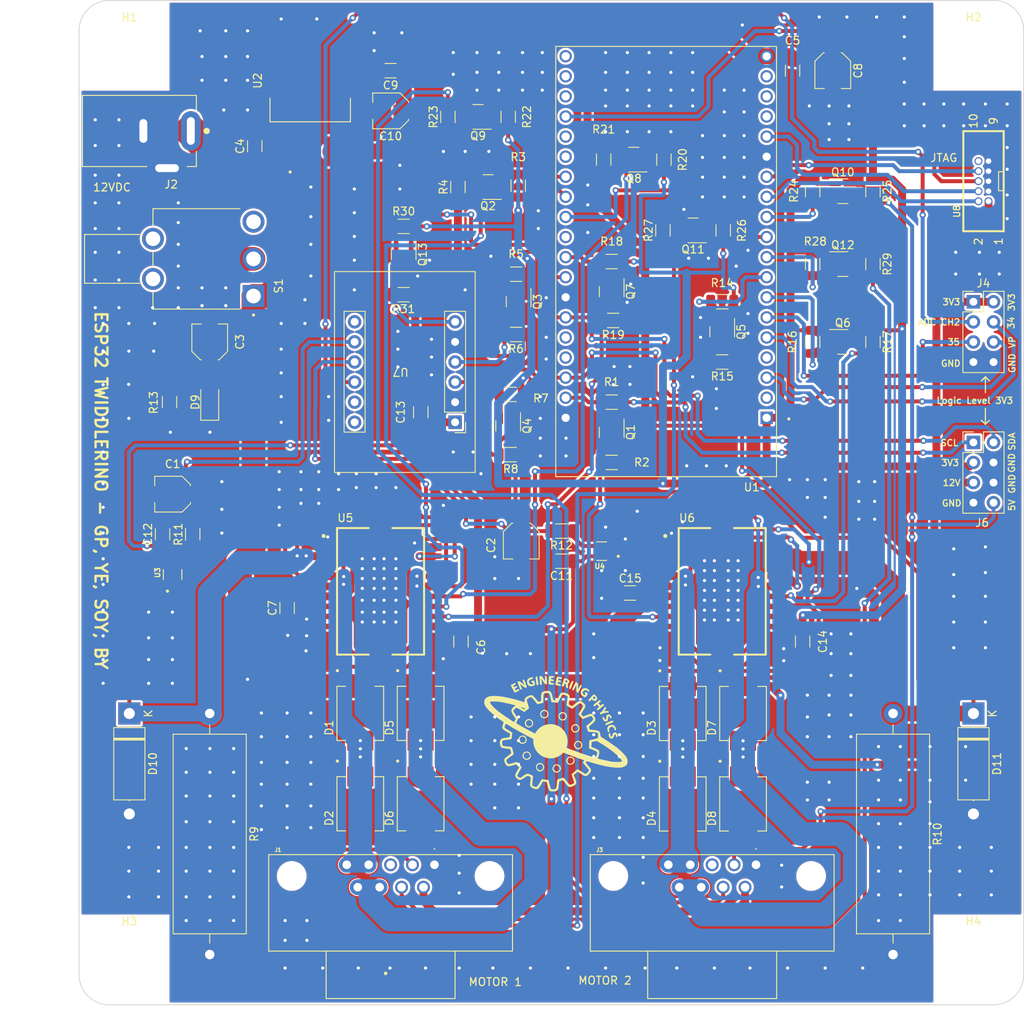
<source format=kicad_pcb>
(kicad_pcb (version 20211014) (generator pcbnew)
  (layers (0 "F.Cu" signal) (31 "B.Cu" signal) (34 "B.Paste" user) (35 "F.Paste" user) (36 "B.SilkS" user "B.Silkscreen") (37 "F.SilkS" user "F.Silkscreen") (38 "B.Mask" user) (39 "F.Mask" user) (44 "Edge.Cuts" user))
  (net 0 "")
  (net 1 "Mot_1_Sense_Filt")
  (net 2 "GND")
  (net 3 "Mot_2_Sense_Filt")
  (net 4 "+12V")
  (net 5 "+5V")
  (net 6 "Mot_1_Out_A")
  (net 7 "Mot_2_Out_A")
  (net 8 "Mot_1_Out_B")
  (net 9 "Mot_2_Out_B")
  (net 10 "Net-(D9-Pad2)")
  (net 11 "Mot_1_Sense")
  (net 12 "Mot_2_Sense")
  (net 13 "Mot_1_ENC_QUAD_A_H")
  (net 15 "Mot_1_ENC_QUAD_B_H")
  (net 16 "Net-(J2-Pad1)")
  (net 17 "Mot_2_ENC_QUAD_A_H")
  (net 19 "Mot_2_ENC_QUAD_B_H")
  (net 20 "Extra_ADC_2")
  (net 21 "Extra_GPIO_34")
  (net 22 "Extra_GPIO_35")
  (net 23 "Extra_GPIO_VP")
  (net 24 "ADC_ALRT_L")
  (net 30 "ESP_SCL_L")
  (net 31 "ESP_SDA_L")
  (net 32 "+3.3V")
  (net 33 "Mot_2_PWM_L")
  (net 34 "Mot_2_PWM_H")
  (net 35 "Mot_1_PWM_L")
  (net 36 "Mot_1_PWM_H")
  (net 37 "ESP_SDA_H")
  (net 38 "ESP_SCL_H")
  (net 39 "Mot_2_Dir_2_L")
  (net 40 "Mot_2_Dir_2_H")
  (net 41 "Mot_2_Dir_1_L")
  (net 42 "Mot_2_Dir_1_H")
  (net 43 "Mot_1_Dir_2_L")
  (net 44 "Mot_1_Dir_2_H")
  (net 45 "Mot_1_Dir_1_L")
  (net 46 "Mot_1_Dir_1_H")
  (net 47 "Mot_2_ENC_QUAD_B_L")
  (net 48 "Mot_2_ENC_QUAD_A_L")
  (net 49 "Mot_1_ENC_QUAD_B_L")
  (net 50 "Mot_1_ENC_QUAD_A_L")
  (net 51 "Net-(R11-Pad1)")
  (net 52 "Net-(R12-Pad1)")
  (net 55 "MTMS")
  (net 56 "MTDI")
  (net 57 "MTCK")
  (net 63 "MTDO")
  (net 67 "ADC_ALRT_H")
  (footprint "Package_TO_SOT_SMD:SOT-23" (layer "F.Cu") (at 165.481 57.531 -90)
    (fp_text reference "Q13")
    (fp_text value "BSS138")
  )
  (footprint "100SP1T2B4M6QE:SW_100SP1T2B4M6QE" (layer "F.Cu") (at 146.5 58.0825 90)
    (fp_text reference "S1")
    (fp_text value "100SP1T2B4M6QE")
  )
  (footprint "MountingHole:MountingHole_3.2mm_M3" (layer "F.Cu") (at 130.81 146.05)
    (fp_text reference "H3")
    (fp_text value "MountingHole")
  )
  (footprint "Package_TO_SOT_SMD:SOT-23" (layer "F.Cu") (at 205.74 67.31 -90)
    (fp_text reference "Q5")
    (fp_text value "BSS138")
  )
  (footprint "Capacitor_SMD:C_1206_3216Metric" (layer "F.Cu") (at 185.42 96.31 180)
    (fp_text reference "C11")
    (fp_text value "100nF")
  )
  (footprint "adafruit_ads1115:adafruit_ads1115" (layer "F.Cu") (at 165.1 72.39 180)
    (fp_text reference "U7")
    (fp_text value "adafruit_ads1115")
  )
  (footprint "Resistor_THT:R_Axial_Power_L25.0mm_W9.0mm_P30.48mm" (layer "F.Cu") (at 140.97 115.565 -90)
    (fp_text reference "R9")
    (fp_text value "1R")
  )
  (footprint "Package_TO_SOT_SMD:SOT-23" (layer "F.Cu") (at 178.689 79.1995 -90)
    (fp_text reference "Q4")
    (fp_text value "BSS138")
  )
  (footprint "L298P:L298P" (layer "F.Cu") (at 205.74 100.12)
    (fp_text reference "U6")
    (fp_text value "L298P")
  )
  (footprint "RS3A-13-F:RS3A-13-F" (layer "F.Cu") (at 160 115.55 90)
    (fp_text reference "D1")
    (fp_text value "RS3A")
  )
  (footprint "Capacitor_SMD:C_1206_3216Metric" (layer "F.Cu") (at 172.72 106.47 90)
    (fp_text reference "C6")
    (fp_text value "100nF")
  )
  (footprint "Resistor_SMD:R_1206_3216Metric" (layer "F.Cu") (at 178.689 40.132 90)
    (fp_text reference "R22")
    (fp_text value "10k")
  )
  (footprint "LM340S-5:LM340S-5" (layer "F.Cu") (at 153.67 38.1 90)
    (fp_text reference "U2")
    (fp_text value "LM340S-5.0_NOPB")
  )
  (footprint "ESP32-DEVKITC-32UE:ESPRESSIF_ESP32-DEVKITC-32UE" (layer "F.Cu") (at 198.6525 55.32 180)
    (fp_text reference "U1")
    (fp_text value "ESP32-DEVKITC-32UE")
  )
  (footprint "2311765-1:TE_2311765-1" (layer "F.Cu") (at 169.37 134.6925)
    (fp_text reference "J1")
    (fp_text value "2311765-1")
  )
  (footprint "Capacitor_SMD:C_1206_3216Metric" (layer "F.Cu") (at 163.83 34.29 180)
    (fp_text reference "C9")
    (fp_text value "100nF")
  )
  (footprint "LED_SMD:LED_1206_3216Metric" (layer "F.Cu") (at 140.97 76.2 90)
    (fp_text reference "D9")
    (fp_text value "LED")
  )
  (footprint "Resistor_SMD:R_1206_3216Metric" (layer "F.Cu") (at 135.89 76.2 -90)
    (fp_text reference "R13")
    (fp_text value "470R")
  )
  (footprint "RS3A-13-F:RS3A-13-F" (layer "F.Cu") (at 200.75 127 90)
    (fp_text reference "D4")
    (fp_text value "RS3A")
  )
  (footprint "Resistor_SMD:R_1206_3216Metric" (layer "F.Cu") (at 191.77 76.2 180)
    (fp_text reference "R1")
    (fp_text value "10k")
  )
  (footprint "Resistor_SMD:R_1206_3216Metric" (layer "F.Cu") (at 224.79 49.53 -90)
    (fp_text reference "R25")
    (fp_text value "10k")
  )
  (footprint "Package_TO_SOT_SMD:SOT-23" (layer "F.Cu") (at 174.879 40.132 180)
    (fp_text reference "Q9")
    (fp_text value "BSS138")
  )
  (footprint "Capacitor_SMD:C_1206_3216Metric" (layer "F.Cu") (at 215.9 106.47 90)
    (fp_text reference "C14")
    (fp_text value "100nF")
  )
  (footprint "Resistor_SMD:R_1206_3216Metric" (layer "F.Cu") (at 179.009 82.8395 180)
    (fp_text reference "R8")
    (fp_text value "10k")
  )
  (footprint "Resistor_SMD:R_1206_3216Metric" (layer "F.Cu") (at 224.79 58.74 -90)
    (fp_text reference "R29")
    (fp_text value "10k")
  )
  (footprint "Resistor_THT:R_Axial_Power_L25.0mm_W9.0mm_P30.48mm" (layer "F.Cu") (at 227.33 115.565 -90)
    (fp_text reference "R10")
    (fp_text value "1R")
  )
  (footprint "Package_TO_SOT_SMD:SOT-23" (layer "F.Cu") (at 220.98 68.58)
    (fp_text reference "Q6")
    (fp_text value "BSS138")
  )
  (footprint "Resistor_SMD:R_1206_3216Metric" (layer "F.Cu") (at 179.6875 67.6425 180)
    (fp_text reference "R6")
    (fp_text value "10k")
  )
  (footprint "RS3A-13-F:RS3A-13-F" (layer "F.Cu") (at 200.75 115.57 90)
    (fp_text reference "D3")
    (fp_text value "RS3A")
  )
  (footprint "Resistor_SMD:R_1206_3216Metric" (layer "F.Cu") (at 191.77 58.42 180)
    (fp_text reference "R18")
    (fp_text value "10k")
  )
  (footprint "Resistor_SMD:R_1206_3216Metric" (layer "F.Cu") (at 198.247 54.483 90)
    (fp_text reference "R27")
    (fp_text value "10k")
  )
  (footprint "Capacitor_SMD:C_1206_3216Metric" (layer "F.Cu") (at 194.105 100.33)
    (fp_text reference "C15")
    (fp_text value "100nF")
  )
  (footprint "Diode_THT:D_5W_P12.70mm_Horizontal" (layer "F.Cu") (at 237.49 115.57 -90)
    (fp_text reference "D11")
    (fp_text value "1N5337B")
  )
  (footprint "Resistor_SMD:R_1206_3216Metric" (layer "F.Cu") (at 172.339 48.9995 90)
    (fp_text reference "R4")
    (fp_text value "10k")
  )
  (footprint "Capacitor_SMD:C_1206_3216Metric" (layer "F.Cu") (at 214.63 34.29 90)
    (fp_text reference "C5")
    (fp_text value "100nF")
  )
  (footprint "Package_TO_SOT_SMD:SOT-23" (layer "F.Cu") (at 220.98 58.74)
    (fp_text reference "Q12")
    (fp_text value "BSS138")
  )
  (footprint "20021511-00010T4LF:20021511-00010T4LF" (layer "F.Cu") (at 238.76 48.26 90)
    (fp_text reference "U8")
    (fp_text value "20021511-00010T4LF")
  )
  (footprint "Resistor_SMD:R_1206_3216Metric" (layer "F.Cu") (at 171.069 40.132 90)
    (fp_text reference "R23")
    (fp_text value "10k")
  )
  (footprint "Resistor_SMD:R_1206_3216Metric" (layer "F.Cu") (at 217.17 49.53 -90)
    (fp_text reference "R24")
    (fp_text value "10k")
  )
  (footprint "Resistor_SMD:R_1206_3216Metric" (layer "F.Cu") (at 179.6875 60.0225 180)
    (fp_text reference "R5")
    (fp_text value "10k")
  )
  (footprint "Capacitor_SMD:C_Elec_4x5.4" (layer "F.Cu") (at 180.34 93.77 -90)
    (fp_text reference "C2")
    (fp_text value "3.3uF")
  )
  (footprint "Package_TO_SOT_SMD:SOT-23" (layer "F.Cu") (at 220.98 49.53)
    (fp_text reference "Q10")
    (fp_text value "BSS138")
  )
  (footprint "MountingHole:MountingHole_3.2mm_M3" (layer "F.Cu") (at 130.81 31.75)
    (fp_text reference "H1")
    (fp_text value "MountingHole")
  )
  (footprint "RS3A-13-F:RS3A-13-F" (layer "F.Cu") (at 167.62 115.55 90)
    (fp_text reference "D5")
    (fp_text value "RS3A")
  )
  (footprint "Resistor_SMD:R_1206_3216Metric" (layer "F.Cu") (at 217.17 58.74 -90)
    (fp_text reference "R28")
    (fp_text value "10k")
  )
  (footprint "Package_TO_SOT_SMD:SOT-23" (layer "F.Cu") (at 194.564 45.5315 180)
    (fp_text reference "Q8")
    (fp_text value "BSS138")
  )
  (footprint "L298P:L298P" (layer "F.Cu") (at 162.56 100.12)
    (fp_text reference "U5")
    (fp_text value "L298P")
  )
  (footprint "Resistor_SMD:R_1206_3216Metric" (layer "F.Cu") (at 165.481 53.975 180)
    (fp_text reference "R30")
    (fp_text value "10k")
  )
  (footprint "RS3A-13-F:RS3A-13-F" (layer "F.Cu") (at 208.37 115.57 90)
    (fp_text reference "D7")
    (fp_text value "RS3A")
  )
  (footprint "PJ-202AH:CUI_PJ-202AH" (layer "F.Cu") (at 132.08 41.91 180)
    (fp_text reference "J2")
    (fp_text value "PJ-202AH")
  )
  (footprint "Capacitor_SMD:C_Elec_4x5.4" (layer "F.Cu") (at 140.97 68.58 90)
    (fp_text reference "C3")
    (fp_text value "10uF")
  )
  (footprint "Resistor_SMD:R_1206_3216Metric" (layer "F.Cu") (at 179.959 48.8295 90)
    (fp_text reference "R3")
    (fp_text value "10k")
  )
  (footprint "Resistor_SMD:R_1206_3216Metric" (layer "F.Cu") (at 205.74 63.5 180)
    (fp_text reference "R14")
    (fp_text value "10k")
  )
  (footprint "Connector_PinHeader_2.54mm:PinHeader_2x04_P2.54mm_Vertical" (layer "F.Cu") (at 237.485 63.51)
    (fp_text reference "J4")
    (fp_text value "Extra_GPIO")
  )
  (footprint "Resistor_SMD:R_1206_3216Metric" (layer "F.Cu") (at 190.754 45.5315 90)
    (fp_text reference "R21")
    (fp_text value "10k")
  )
  (footprint "Capacitor_SMD:C_Elec_4x5.4" (layer "F.Cu") (at 219.71 34.29 -90)
    (fp_text reference "C8")
    (fp_text value "10uF")
  )
  (footprint "RS3A-13-F:RS3A-13-F" (layer "F.Cu") (at 167.62 126.98 90)
    (fp_text reference "D6")
    (fp_text value "RS3A")
  )
  (footprint "Package_TO_SOT_SMD:SOT-23" (layer "F.Cu") (at 202.057 54.483 180)
    (fp_text reference "Q11")
    (fp_text value "BSS138")
  )
  (footprint "Capacitor_SMD:C_1206_3216Metric" (layer "F.Cu") (at 167.64 77.47 -90)
    (fp_text reference "C13")
    (fp_text value "100nF")
  )
  (footprint "Capacitor_SMD:C_1206_3216Metric" (layer "F.Cu") (at 146.66 43.84 90)
    (fp_text reference "C4")
    (fp_text value "220nF")
  )
  (footprint "RS3A-13-F:RS3A-13-F" (layer "F.Cu") (at 208.37 127 90)
    (fp_text reference "D8")
    (fp_text value "RS3A")
  )
  (footprint "Connector_PinHeader_2.54mm:PinHeader_2x04_P2.54mm_Vertical" (layer "F.Cu") (at 237.485 81.29)
    (fp_text reference "J6")
    (fp_text value "Power_I2C")
  )
  (footprint "Capacitor_SMD:C_1206_3216Metric" (layer "F.Cu") (at 135.01 92.9125 90)
    (fp_text reference "C12")
    (fp_text value "100nF")
  )
  (footprint "Resistor_SMD:R_1206_3216Metric" (layer "F.Cu") (at 165.481 62.611 180)
    (fp_text reference "R31")
    (fp_text value "10k")
  )
  (footprint "Diode_THT:D_5W_P12.70mm_Horizontal" (layer "F.Cu") (at 130.81 115.57 -90)
    (fp_text reference "D10")
    (fp_text value "1N5337B")
  )
  (footprint "Capacitor_SMD:C_Elec_4x5.4" (layer "F.Cu") (at 136.28 87.8325 180)
    (fp_text reference "C1")
    (fp_text value "3.3uF")
  )
  (footprint "MountingHole:MountingHole_3.2mm_M3" (layer "F.Cu") (at 237.49 31.75)
    (fp_text reference "H2")
    (fp_text value "MountingHole")
  )
  (footprint "LOGO" (layer "F.Cu") (at 184.5 118.5)
    (fp_text reference ".")
    (fp_text value "LOGO" hide)
  )
  (footprint "Resistor_SMD:R_1206_3216Metric" (layer "F.Cu") (at 179.009 75.2195 180)
    (fp_text reference "R7")
    (fp_text value "10k")
  )
  (footprint "Resistor_SMD:R_1206_3216Metric" (layer "F.Cu") (at 138.82 92.9125 90)
    (fp_text reference "R11")
    (fp_text value "1k")
  )
  (footprint "Capacitor_SMD:C_Elec_4x5.4" (layer "F.Cu") (at 163.83 39.37 180)
    (fp_text reference "C10")
    (fp_text value "10uF")
  )
  (footprint "Resistor_SMD:R_1206_3216Metric" (layer "F.Cu") (at 185.42 92.5 180)
    (fp_text reference "R12")
    (fp_text value "1k")
  )
  (footprint "OPA347SA_3K:SOT65P210X110-5N" (layer "F.Cu") (at 136.28 97.9925 90)
    (fp_text reference "U3")
    (fp_text value "OPA347SA_3K")
  )
  (footprint "Resistor_SMD:R_1206_3216Metric" (layer "F.Cu") (at 191.9625 65.87 180)
    (fp_text reference "R19")
    (fp_text value "10k")
  )
  (footprint "OPA347SA_3K:SOT65P210X110-5N" (layer "F.Cu") (at 190.5 95.04 180)
    (fp_text reference "U4")
    (fp_text value "OPA347SA_3K")
  )
  (footprint "Package_TO_SOT_SMD:SOT-23" (layer "F.Cu") (at 176.149 48.9995 180)
    (fp_text reference "Q2")
    (fp_text value "BSS138")
  )
  (footprint "Package_TO_SOT_SMD:SOT-23" (layer "F.Cu") (at 180.0075 63.5 -90)
    (fp_text reference "Q3")
    (fp_text value "BSS138")
  )
  (footprint "Capacitor_SMD:C_1206_3216Metric" (layer "F.Cu") (at 150.749 102.235 90)
    (fp_text reference "C7")
    (fp_text value "100nF")
  )
  (footprint "RS3A-13-F:RS3A-13-F" (layer "F.Cu") (at 160 126.98 90)
    (fp_text reference "D2")
    (fp_text value "RS3A")
  )
  (footprint "Package_TO_SOT_SMD:SOT-23" (layer "F.Cu") (at 191.77 62.23 -90)
    (fp_text reference "Q7")
    (fp_text value "BSS138")
  )
  (footprint "Resistor_SMD:R_1206_3216Metric" (layer "F.Cu") (at 224.79 68.58 -90)
    (fp_text reference "R17")
    (fp_text value "10k")
  )
  (footprint "Resistor_SMD:R_1206_3216Metric" (layer "F.Cu") (at 205.74 71.12 180)
    (fp_text reference "R15")
    (fp_text value "10k")
  )
  (footprint "Resistor_SMD:R_1206_3216Metric" (layer "F.Cu") (at 205.867 54.483 90)
    (fp_text reference "R26")
    (fp_text value "10k")
  )
  (footprint "Package_TO_SOT_SMD:SOT-23" (layer "F.Cu") (at 191.77 80.01 -90)
    (fp_text reference "Q1")
    (fp_text value "BSS138")
  )
  (footprint "MountingHole:MountingHole_3.2mm_M3" (layer "F.Cu") (at 237.49 146.05)
    (fp_text reference "H4")
    (fp_text value "MountingHole")
  )
  (footprint "2311765-1:TE_2311765-1" (layer "F.Cu") (at 210.01 134.6925)
    (fp_text reference "J3")
    (fp_text value "2311765-1")
  )
  (footprint "Resistor_SMD:R_1206_3216Metric" (layer "F.Cu") (at 198.374 45.5315 90)
    (fp_text reference "R20")
    (fp_text value "10k")
  )
  (footprint "Resistor_SMD:R_1206_3216Metric" (layer "F.Cu") (at 191.77 83.82 180)
    (fp_text reference "R2")
    (fp_text value "10k")
  )
  (footprint "Resistor_SMD:R_1206_3216Metric" (layer "F.Cu") (at 217.17 68.58 -90)
    (fp_text reference "R16")
    (fp_text value "10k")
  )
  (gr_line (start 239 73) (end 238.5 73.5) (layer "F.SilkS") (width 0.15))
  (gr_line (start 239 79) (end 238.5 78.5) (layer "F.SilkS") (width 0.15))
  (gr_line (start 239 79) (end 239.5 78.5) (layer "F.SilkS") (width 0.15))
  (gr_line (start 239 75) (end 239 73) (layer "F.SilkS") (width 0.15))
  (gr_line (start 238.5 73.5) (end 239 73) (layer "F.SilkS") (width 0.15))
  (gr_line (start 239 73) (end 239.5 73.5) (layer "F.SilkS") (width 0.15))
  (gr_line (start 239 77) (end 239 79) (layer "F.SilkS") (width 0.15))
  (gr_line (start 243.84 29.21) (end 243.84 148.59) (layer "Edge.Cuts") (width 0.1))
  (gr_line (start 128.27 152.4) (end 240.03 152.4) (layer "Edge.Cuts") (width 0.1))
  (gr_line (start 124.46 29.21) (end 124.46 148.59) (layer "Edge.Cuts") (width 0.1))
  (gr_arc (start 243.84 148.59) (mid 242.724077 151.284077) (end 240.03 152.4) (layer "Edge.Cuts") (width 0.1))
  (gr_line (start 128.27 25.4) (end 240.03 25.4) (layer "Edge.Cuts") (width 0.1))
  (gr_arc (start 128.27 152.4) (mid 125.575923 151.284077) (end 124.46 148.59) (layer "Edge.Cuts") (width 0.1))
  (gr_arc (start 124.46 29.21) (mid 125.575923 26.515923) (end 128.27 25.4) (layer "Edge.Cuts") (width 0.1))
  (gr_arc (start 240.03 25.4) (mid 242.724077 26.515923) (end 243.84 29.21) (layer "Edge.Cuts") (width 0.1))
  (gr_text "ADC CH2" (at 233.14 66.09) (layer "F.SilkS") (effects (font (size 0.8 0.8))))
  (gr_text "12VDC" (at 128.62 49.04) (layer "F.SilkS") (effects (font (size 1 1))))
  (gr_text "MOTOR 1" (at 177.06 149.51) (layer "F.SilkS") (effects (font (size 1 1))))
  (gr_text "3V3" (at 242.31 63.58 90) (layer "F.SilkS") (effects (font (size 0.8 0.8))))
  (gr_text "JTAG" (at 233.75 45.31) (layer "F.SilkS") (effects (font (size 1 1))))
  (gr_text "5V" (at 242.35 89.22 90) (layer "F.SilkS") (effects (font (size 0.8 0.8))))
  (gr_text "3V3" (at 234.54 83.87) (layer "F.SilkS") (effects (font (size 0.8 0.8))))
  (gr_text "SCL" (at 234.45 81.35) (layer "F.SilkS") (effects (font (size 0.8 0.8))))
  (gr_text "VP" (at 242.38 68.62 90) (layer "F.SilkS") (effects (font (size 0.8 0.8))))
  (gr_text "GND" (at 242.37 71.27 90) (layer "F.SilkS") (effects (font (size 0.8 0.8))))
  (gr_text "Logic Level 3V3" (at 237.66 76) (layer "F.SilkS") (effects (font (size 0.8 0.8))))
  (gr_text "ESP32 TWIDDLERINO - GP, YE, SOY, BY" (at 127.22 87.35 270) (layer "F.SilkS") (effects (font (size 1.5 1.5) (thickness 0.3))))
  (gr_text "GND" (at 242.35 86.52 90) (layer "F.SilkS") (effects (font (size 0.8 0.8))))
  (gr_text "34" (at 242.26 66.17 90) (layer "F.SilkS") (effects (font (size 0.8 0.8))))
  (gr_text "MOTOR 2" (at 190.92 149.33) (layer "F.SilkS") (effects (font (size 1 1))))
  (gr_text "35" (at 234.99 68.59) (layer "F.SilkS") (effects (font (size 0.8 0.8))))
  (gr_text "SDA" (at 242.35 81.18 90) (layer "F.SilkS") (effects (font (size 0.8 0.8))))
  (gr_text "12V" (at 234.74 86.4) (layer "F.SilkS") (effects (font (size 0.8 0.8))))
  (gr_text "GND" (at 234.74 88.98) (layer "F.SilkS") (effects (font (size 0.8 0.8))))
  (gr_text "GND" (at 242.33 83.88 90) (layer "F.SilkS") (effects (font (size 0.8 0.8))))
  (gr_text "GND" (at 234.62 71.31) (layer "F.SilkS") (effects (font (size 0.8 0.8))))
  (gr_text "3V3" (at 234.7 63.54) (layer "F.SilkS") (effects (font (size 0.8 0.8))))
  (segment (start 137.955 83.895) (end 138.11 83.74) (width 0.5) (layer "F.Cu") (net 1))
  (segment (start 138.82 91.45) (end 138.82 88.6975) (width 0.5) (layer "F.Cu") (net 1))
  (segment (start 138.82 88.6975) (end 137.955 87.8325) (width 0.5) (layer "F.Cu") (net 1))
  (segment (start 137.955 87.8325) (end 137.955 83.895) (width 0.5) (layer "F.Cu") (net 1))
  (via (at 138.11 83.74) (size 0.8) (drill 0.4) (layers "F.Cu" "B.Cu") (net 1))
  (segment (start 152.71 69.44) (end 152.71 83.17) (width 0.5) (layer "B.Cu") (net 1))
  (segment (start 152.14 83.74) (end 138.11 83.74) (width 0.5) (layer "B.Cu") (net 1))
  (segment (start 153.54 68.61) (end 152.71 69.44) (width 0.5) (layer "B.Cu") (net 1))
  (segment (start 159.28 68.58) (end 153.57 68.58) (width 0.5) (layer "B.Cu") (net 1))
  (segment (start 153.57 68.58) (end 153.54 68.61) (width 0.5) (layer "B.Cu") (net 1))
  (segment (start 152.71 83.17) (end 152.14 83.74) (width 0.5) (layer "B.Cu") (net 1))
  (segment (start 155.8798 94.3852) (end 155.86 94.405) (width 0.5) (layer "F.Cu") (net 2))
  (via (at 202 32) (size 0.8) (drill 0.4) (layers "F.Cu" "B.Cu") (net 2))
  (via (at 142.5 92.75) (size 0.8) (drill 0.4) (layers "F.Cu" "B.Cu") (net 2))
  (via (at 163 101.25) (size 0.8) (drill 0.4) (layers "F.Cu" "B.Cu") (net 2))
  (via (at 164.5 97.25) (size 0.8) (drill 0.4) (layers "F.Cu" "B.Cu") (net 2))
  (via (at 140 35.5) (size 0.8) (drill 0.4) (layers "F.Cu" "B.Cu") (net 2))
  (via (at 228.25 126.5) (size 0.8) (drill 0.4) (layers "F.Cu" "B.Cu") (net 2))
  (via (at 153.75 124.5) (size 0.8) (drill 0.4) (layers "F.Cu" "B.Cu") (net 2))
  (via (at 222 118.5) (size 0.8) (drill 0.4) (layers "F.Cu" "B.Cu") (net 2))
  (via (at 199.25 38.75) (size 0.8) (drill 0.4) (layers "F.Cu" "B.Cu") (net 2))
  (via (at 186 83) (size 0.8) (drill 0.4) (layers "F.Cu" "B.Cu") (net 2))
  (via (at 195.75 121) (size 0.8) (drill 0.4) (layers "F.Cu" "B.Cu") (net 2))
  (via (at 141 80) (size 0.8) (drill 0.4) (layers "F.Cu" "B.Cu") (net 2))
  (via (at 221.75 38.75) (size 0.8) (drill 0.4) (layers "F.Cu" "B.Cu") (net 2))
  (via (at 130.75 138.75) (size 0.8) (drill 0.4) (layers "F.Cu" "B.Cu") (net 2))
  (via (at 192.75 128.75) (size 0.8) (drill 0.4) (layers "F.Cu" "B.Cu") (net 2))
  (via (at 219.25 113.25) (size 0.8) (drill 0.4) (layers "F.Cu" "B.Cu") (net 2))
  (via (at 177 127.5) (size 0.8) (drill 0.4) (layers "F.Cu" "B.Cu") (net 2))
  (via (at 177.5 34.5) (size 0.8) (drill 0.4) (layers "F.Cu" "B.Cu") (net 2))
  (via (at 159.25 49.25) (size 0.8) (drill 0.4) (layers "F.Cu" "B.Cu") (net 2))
  (via (at 171.75 32) (size 0.8) (drill 0.4) (layers "F.Cu" "B.Cu") (net 2))
  (via (at 219.5 105.5) (size 0.8) (drill 0.4) (layers "F.Cu" "B.Cu") (net 2))
  (via (at 133.25 106) (size 0.8) (drill 0.4) (layers "F.Cu" "B.Cu") (net 2))
  (via (at 153 66.25) (size 0.8) (drill 0.4) (layers "F.Cu" "B.Cu") (net 2))
  (via (at 153.25 141.75) (size 0.8) (drill 0.4) (layers "F.Cu" "B.Cu") (net 2))
  (via (at 157.25 85.25) (size 0.8) (drill 0.4) (layers "F.Cu" "B.Cu") (net 2))
  (via (at 203.25 45.25) (size 0.8) (drill 0.4) (layers "F.Cu" "B.Cu") (net 2))
  (via (at 214 147.75) (size 0.8) (drill 0.4) (layers "F.Cu" "B.Cu") (net 2))
  (via (at 141 141.75) (size 0.8) (drill 0.4) (layers "F.Cu" "B.Cu") (net 2))
  (via (at 138 126) (size 0.8) (drill 0.4) (layers "F.Cu" "B.Cu") (net 2))
  (via (at 241.75 41.25) (size 0.8) (drill 0.4) (layers "F.Cu" "B.Cu") (net 2))
  (via (at 222 108) (size 0.8) (drill 0.4) (layers "F.Cu" "B.Cu") (net 2))
  (via (at 207.75 98.75) (size 0.8) (drill 0.4) (layers "F.Cu" "B.Cu") (net 2))
  (via (at 150 75.5) (size 0.8) (drill 0.4) (layers "F.Cu" "B.Cu") (net 2))
  (via (at 150 69.5) (size 0.8) (drill 0.4) (layers "F.Cu" "B.Cu") (net 2))
  (via (at 180 98.5) (size 0.8) (drill 0.4) (layers "F.Cu" "B.Cu") (net 2))
  (via (at 232 135.5) (size 0.8) (drill 0.4) (layers "F.Cu" "B.Cu") (net 2))
  (via (at 186.25 147.75) (size 0.8) (drill 0.4) (layers "F.Cu" "B.Cu") (net 2))
  (via (at 153.75 115.5) (size 0.8) (drill 0.4) (layers "F.Cu" "B.Cu") (net 2))
  (via (at 152.5 89) (size 0.8) (drill 0.4) (layers "F.Cu" "B.Cu") (net 2))
  (via (at 206 45.25) (size 0.8) (drill 0.4) (layers "F.Cu" "B.Cu") (net 2))
  (via (at 153.2128 103.632) (size 0.8) (drill 0.4) (layers "F.Cu" "B.Cu") (net 2))
  (via (at 236.5 124) (size 0.8) (drill 0.4) (layers "F.Cu" "B.Cu") (net 2))
  (via (at 236.5 119.75) (size 0.8) (drill 0.4) (layers "F.Cu" "B.Cu") (net 2))
  (via (at 188.75 54.75) (size 0.8) (drill 0.4) (layers "F.Cu" "B.Cu") (net 2))
  (via (at 141 123) (size 0.8) (drill 0.4) (layers "F.Cu" "B.Cu") (net 2))
  (via (at 228.75 27.5) (size 0.8) (drill 0.4) (layers "F.Cu" "B.Cu") (net 2))
  (via (at 129.5 47.5) (size 0.8) (drill 0.4) (layers "F.Cu" "B.Cu") (net 2))
  (via (at 225.5 135.5) (size 0.8) (drill 0.4) (layers "F.Cu" "B.Cu") (net 2))
  (via (at 189.5 131.25) (size 0.8) (drill 0.4) (layers "F.Cu" "B.Cu") (net 2))
  (via (at 192.75 131.25) (size 0.8) (drill 0.4) (layers "F.Cu" "B.Cu") (net 2))
  (via (at 154.5 27.75) (size 0.8) (drill 0.4) (layers "F.Cu" "B.Cu") (net 2))
  (via (at 196.5 42) (size 0.8) (drill 0.4) (layers "F.Cu" "B.Cu") (net 2))
  (via (at 228.75 32.75) (size 0.8) (drill 0.4) (layers "F.Cu" "B.Cu") (net 2))
  (via (at 127.5 105.75) (size 0.8) (drill 0.4) (layers "F.Cu" "B.Cu") (net 2))
  (via (at 203.5 100) (size 0.8) (drill 0.4) (layers "F.Cu" "B.Cu") (net 2))
  (via (at 190.5 97.5) (size 0.8) (drill 0.4) (layers "F.Cu" "B.Cu") (net 2))
  (via (at 171.75 82.5) (size 0.8) (drill 0.4) (layers "F.Cu" "B.Cu") (net 2))
  (via (at 200.72 91.33) (size 0.8) (drill 0.4) (layers "F.Cu" "B.Cu") (net 2))
  (via (at 147.5 127.25) (size 0.8) (drill 0.4) (layers "F.Cu" "B.Cu") (net 2))
  (via (at 206 39.5) (size 0.8) (drill 0.4) (layers "F.Cu" "B.Cu") (net 2))
  (via (at 208.5 39.5) (size 0.8) (drill 0.4) (layers "F.Cu" "B.Cu") (net 2))
  (via (at 191 92) (size 0.8) (drill 0.4) (layers "F.Cu" "B.Cu") (net 2))
  (via (at 231.25 38.5) (size 0.8) (drill 0.4) (layers "F.Cu" "B.Cu") (net 2))
  (via (at 162 87) (size 0.8) (drill 0.4) (layers "F.Cu" "B.Cu") (net 2))
  (via (at 141 129.25) (size 0.8) (drill 0.4) (layers "F.Cu" "B.Cu") (net 2))
  (via (at 219.25 124.25) (size 0.8) (drill 0.4) (layers "F.Cu" "B.Cu") (net 2))
  (via (at 207.5 59) (size 0.8) (drill 0.4) (layers "F.Cu" "B.Cu") (net 2))
  (via (at 170.5 44.5) (size 0.8) (drill 0.4) (layers "F.Cu" "B.Cu") (net 2))
  (via (at 200 147.75) (size 0.8) (drill 0.4) (layers "F.Cu" "B.Cu") (net 2))
  (via (at 218 27.5) (size 0.8) (drill 0.4) (layers "F.Cu" "B.Cu") (net 2))
  (via (at 219.25 38.75) (size 0.8) (drill 0.4) (layers "F.Cu" "B.Cu") (net 2))
  (via (at 193.75 36.75) (size 0.8) (drill 0.4) (layers "F.Cu" "B.Cu") (net 2))
  (via (at 192.75 115.5) (size 0.8) (drill 0.4) (layers "F.Cu" "B.Cu") (net 2))
  (via (at 153.75 52.75) (size 0.8) (drill 0.4) (layers "F.Cu" "B.Cu") (net 2))
  (via (at 143 32.5) (size 0.8) (drill 0.4) (layers "F.Cu" "B.Cu") (net 2))
  (via (at 127.5 92.75) (size 0.8) (drill 0.4) (layers "F.Cu" "B.Cu") (net 2))
  (via (at 181.5 108) (size 0.8) (drill 0.4) (layers "F.Cu" "B.Cu") (net 2))
  (via (at 137 61.75) (size 0.8) (drill 0.4) (layers "F.Cu" "B.Cu") (net 2))
  (via (at 157.25 87.25) (size 0.8) (drill 0.4) (layers "F.Cu" "B.Cu") (net 2))
  (via (at 150 78.75) (size 0.8) (drill 0.4) (layers "F.Cu" "B.Cu") (net 2))
  (via (at 138 129.25) (size 0.8) (drill 0.4) (layers "F.Cu" "B.Cu") (net 2))
  (via (at 209 57) (size 0.8) (drill 0.4) (layers "F.Cu" "B.Cu") (net 2))
  (via (at 164.5 101.25) (size 0.8) (drill 0.4) (layers "F.Cu" "B.Cu") (net 2))
  (via (at 153.75 60.25) (size 0.8) (drill 0.4) (layers "F.Cu" "B.Cu") (net 2))
  (via (at 150.75 121.75) (size 0.8) (drill 0.4) (layers "F.Cu" "B.Cu") (net 2))
  (via (at 208.5 45.25) (size 0.8) (drill 0.4) (layers "F.Cu" "B.Cu") (net 2))
  (via (at 219.5 110.75) (size 0.8) (drill 0.4) (layers "F.Cu" "B.Cu") (net 2))
  (via (at 126.5 40.5) (size 0.8) (drill 0.4) (layers "F.Cu" "B.Cu") (net 2))
  (via (at 159.25 55.25) (size 0.8) (drill 0.4) (layers "F.Cu" "B.Cu") (net 2))
  (via (at 126.5 43.75) (size 0.8) (drill 0.4) (layers "F.Cu" "B.Cu") (net 2))
  (via (at 206.5 102.5) (size 0.8) (drill 0.4) (layers "F.Cu" "B.Cu") (net 2))
  (via (at 186 80.75) (size 0.8) (drill 0.4) (layers "F.Cu" "B.Cu") (net 2))
  (via (at 140 32.5) (size 0.8) (drill 0.4) (layers "F.Cu" "B.Cu") (net 2))
  (via (at 216.75 38.75) (size 0.8) (drill 0.4) (layers "F.Cu" "B.Cu") (net 2))
  (via (at 239 100.75) (size 0.8) (drill 0.4) (layers "F.Cu" "B.Cu") (net 2))
  (via (at 191 36.75) (size 0.8) (drill 0.4) (layers "F.Cu" "B.Cu") (net 2))
  (via (at 207.75 101.25) (size 0.8) (drill 0.4) (layers "F.Cu" "B.Cu") (net 2))
  (via (at 209.25 147.75) (size 0.8) (drill 0.4) (layers "F.Cu" "B.Cu") (net 2))
  (via (at 193.75 42) (size 0.8) (drill 0.4) (layers "F.Cu" "B.Cu") (net 2))
  (via (at 202 38.75) (size 0.8) (drill 0.4) (layers "F.Cu" "B.Cu") (net 2))
  (via (at 163.75 147.75) (size 0.8) (drill 0.4) (layers "F.Cu" "B.Cu") (net 2))
  (via (at 204.75 103.75) (size 0.8) (drill 0.4) (layers "F.Cu" "B.Cu") (net 2))
  (via (at 161.75 104) (size 0.8) (drill 0.4) (layers "F.Cu" "B.Cu") (net 2))
  (via (at 156 78.5) (size 0.8) (drill 0.4) (layers "F.Cu" "B.Cu") (net 2))
  (via (at 177 116) (size 0.8) (drill 0.4) (layers "F.Cu" "B.Cu") (net 2))
  (via (at 134 66.25) (size 0.8) (drill 0.4) (layers "F.Cu" "B.Cu") (net 2))
  (via (at 202 34.5) (size 0.8) (drill 0.4) (layers "F.Cu" "B.Cu") (net 2))
  (via (at 172.5 147.75) (size 0.8) (drill 0.4) (layers "F.Cu" "B.Cu") (net 2))
  (via (at 161.75 31.75) (size 0.8) (drill 0.4) (layers "F.Cu" "B.Cu") (net 2))
  (via (at 208.5 47.75) (size 0.8) (drill 0.4) (layers "F.Cu" "B.Cu") (net 2))
  (via (at 189.5 123.75) (size 0.8) (drill 0.4) (layers "F.Cu" "B.Cu") (net 2))
  (via (at 232 129.5) (size 0.8) (drill 0.4) (layers "F.Cu" "B.Cu") (net 2))
  (via (at 193.75 34.5) (size 0.8) (drill 0.4) (layers "F.Cu" "B.Cu") (net 2))
  (via (at 196.5 36.75) (size 0.8) (drill 0.4) (layers "F.Cu" "B.Cu") (net 2))
  (via (at 150 66.25) (size 0.8) (drill 0.4) (layers "F.Cu" "B.Cu") (net 2))
  (via (at 199.25 36.75) (size 0.8) (drill 0.4) (layers "F.Cu" "B.Cu") (net 2))
  (via (at 196 147.75) (size 0.8) (drill 0.4) (layers "F.Cu" "B.Cu") (net 2))
  (via (at 150.75 124.5) (size 0.8) (drill 0.4) (layers "F.Cu" "B.Cu") (net 2))
  (via (at 222 105.5) (size 0.8) (drill 0.4) (layers "F.Cu" "B.Cu") (net 2))
  (via (at 193.75 32) (size 0.8) (drill 0.4) (layers "F.Cu" "B.Cu") (net 2))
  (via (at 189.5 128.75) (size 0.8) (drill 0.4) (layers "F.Cu" "B.Cu") (net 2))
  (via (at 136 80) (size 0.8) (drill 0.4) (layers "F.Cu" "B.Cu") (net 2))
  (via (at 174.25 82.5) (size 0.8) (drill 0.4) (layers "F.Cu" "B.Cu") (net 2))
  (via (at 219.25 118.5) (size 0.8) (drill 0.4) (layers "F.Cu" "B.Cu") (net 2))
  (via (at 129.5 43.75) (size 0.8) (drill 0.4) (layers "F.Cu" "B.Cu") (net 2))
  (via (at 203.25 42.5) (size 0.8) (drill 0.4) (layers "F.Cu" "B.Cu") (net 2))
  (via (at 221.75 41) (size 0.8) (drill 0.4) (layers "F.Cu" "B.Cu") (net 2))
  (via (at 222 115.75) (size 0.8) (drill 0.4) (layers "F.Cu" "B.Cu") (net 2))
  (via (at 239 41.25) (size 0.8) (drill 0.4) (layers "F.Cu" "B.Cu") (net 2))
  (via (at 225.5 138.5) (size 0.8) (drill 0.4) (layers "F.Cu" "B.Cu") (net 2))
  (via (at 160.25 99.75) (size 0.8) (drill 0.4) (layers "F.Cu" "B.Cu") (net 2))
  (via (at 153.75 121.75) (size 0.8) (drill 0.4) (layers "F.Cu" "B.Cu") (net 2))
  (via (at 189.5 115.5) (size 0.8) (drill 0.4) (layers "F.Cu" "B.Cu") (net 2))
  (via (at 172.5 138.25) (size 0.8) (drill 0.4) (layers "F.Cu" "B.Cu") (net 2))
  (via (at 164.5 99.75) (size 0.8) (drill 0.4) (layers "F.Cu" "B.Cu") (net 2))
  (via (at 193.725 63.575) (size 0.8) (drill 0.4) (layers "F.Cu" "B.Cu") (net 2))
  (via (at 177 124.5) (size 0.8) (drill 0.4) (layers "F.Cu" "B.Cu") (net 2))
  (via (at 225.5 126.5) (size 0.8) (drill 0.4) (layers "F.Cu" "B.Cu") (net 2))
  (via (at 147.5 130.25) (size 0.8) (drill 0.4) (layers "F.Cu" "B.Cu") (net 2))
  (via (at 225.5 132.5) (size 0.8) (drill 0.4) (layers "F.Cu" "B.Cu") (net 2))
  (via (at 195.75 131.25) (size 0.8) (drill 0.4) (layers "F.Cu" "B.Cu") (net 2))
  (via (at 160.25 96) (size 0.8) (drill 0.4) (layers "F.Cu" "B.Cu") (net 2))
  (via (at 137 53.5) (size 0.8) (drill 0.4) (layers "F.Cu" "B.Cu") (net 2))
  (via (at 155.25 147.75) (size 0.8) (drill 0.4) (layers "F.Cu" "B.Cu") (net 2))
  (via (at 163 97.25) (size 0.8) (drill 0.4) (layers "F.Cu" "B.Cu") (net 2))
  (via (at 181.5 147.75) (size 0.8) (drill 0.4) (layers "F.Cu" "B.Cu") (net 2))
  (via (at 191 42) (size 0.8) (drill 0.4) (layers "F.Cu" "B.Cu") (net 2))
  (via (at 141 126) (size 0.8) (drill 0.4) (layers "F.Cu" "B.Cu") (net 2))
  (via (at 228.75 35.75) (size 0.8) (drill 0.4) (layers "F.Cu" "B.Cu") (net 2))
  (via (at 236.25 38.5) (size 0.8) (drill 0.4) (layers "F.Cu" "B.Cu") (net 2))
  (via (at 208.5 42.5) (size 0.8) (drill 0.4) (layers "F.Cu" "B.Cu") (net 2))
  (via (at 159.25 62) (size 0.8) (drill 0.4) (layers "F.Cu" "B.Cu") (net 2))
  (via (at 141 132.5) (size 0.8) (drill 0.4) (layers "F.Cu" "B.Cu") (net 2))
  (via (at 127.5 111.75) (size 0.8) (drill 0.4) (layers "F.Cu" "B.Cu") (net 2))
  (via (at 225 91) (size 0.8) (drill 0.4) (layers "F.Cu" "B.Cu") (net 2))
  (via (at 159.75 147.75) (size 0.8) (drill 0.4) (layers "F.Cu" "B.Cu") (net 2))
  (via (at 241.75 53) (size 0.8) (drill 0.4) (layers "F.Cu" "B.Cu") (net 2))
  (via (at 161.75 101.25) (size 0.8) (drill 0.4) (layers "F.Cu" "B.Cu") (net 2))
  (via (at 216.5 124.25) (size 0.8) (drill 0.4) (layers "F.Cu" "B.Cu") (net 2))
  (via (at 213.5124 108.8898) (size 0.8) (drill 0.4) (layers "F.Cu" "B.Cu") (net 2))
  (via (at 195.75 118.25) (size 0.8) (drill 0.4) (layers "F.Cu" "B.Cu") (net 2))
  (via (at 232 132.5) (size 0.8) (drill 0.4) (layers "F.Cu" "B.Cu") (net 2))
  (via (at 199.25 32) (size 0.8) (drill 0.4) (layers "F.Cu" "B.Cu") (net 2))
  (via (at 228.75 41.25) (size 0.8) (drill 0.4) (layers "F.Cu" "B.Cu") (net 2))
  (via (at 205 77) (size 0.8) (drill 0.4) (layers "F.Cu" "B.Cu") (net 2))
  (via (at 222 110.75) (size 0.8) (drill 0.4) (layers "F.Cu" "B.Cu") (net 2))
  (via (at 164.75 67.25) (size 0.8) (drill 0.4) (layers "F.Cu" "B.Cu") (net 2))
  (via (at 150.5 147.75) (size 0.8) (drill 0.4) (layers "F.Cu" "B.Cu") (net 2))
  (via (at 175.4378 107.95) (size 0.8) (drill 0.4) (layers "F.Cu" "B.Cu") (net 2))
  (via (at 228.25 135.5) (size 0.8) (drill 0.4) (layers "F.Cu" "B.Cu") (net 2))
  (via (at 241.75 44) (size 0.8) (drill 0.4) (layers "F.Cu" "B.Cu") (net 2))
  (via (at 153.75 56.25) (size 0.8) (drill 0.4) (layers "F.Cu" "B.Cu") (net 2))
  (via (at 150.5 141.75) (size 0.8) (drill 0.4) (layers "F.Cu" "B.Cu") (net 2))
  (via (at 129.5 64.25) (size 0.8) (drill 0.4) (layers "F.Cu" "B.Cu") (net 2))
  (via (at 137 51) (size 0.8) (drill 0.4) (layers "F.Cu" "B.Cu") (net 2))
  (via (at 168.75 58.25) (size 0.8) (drill 0.4) (layers "F.Cu" "B.Cu") (net 2))
  (via (at 153.75 130) (size 0.8) (drill 0.4) (layers "F.Cu" "B.Cu") (net 2))
  (via (at 127.5 86.5) (size 0.8) (drill 0.4) (layers "F.Cu" "B.Cu") (net 2))
  (via (at 235 107.25) (size 0.8) (drill 0.4) (layers "F.Cu" "B.Cu") (net 2))
  (via (at 239 97.75) (size 0.8) (drill 0.4) (layers "F.Cu" "B.Cu") (net 2))
  (via (at 188.75 51.25) (size 0.8) (drill 0.4) (layers "F.Cu" "B.Cu") (net 2))
  (via (at 174 119) (size 0.8) (drill 0.4) (layers "F.Cu" "B.Cu") (net 2))
  (via (at 228.25 141.75) (size 0.8) (drill 0.4) (layers "F.Cu" "B.Cu") (net 2))
  (via (at 207.75 103.75) (size 0.8) (drill 0.4) (layers "F.Cu" "B.Cu") (net 2))
  (via (at 147.5 115.5) (size 0.8) (drill 0.4) (layers "F.Cu" "B.Cu") (net 2))
  (via (at 203.5 101.25) (size 0.8) (drill 0.4) (layers "F.Cu" "B.Cu") (net 2))
  (via (at 177.5 36.75) (size 0.8) (drill 0.4) (layers "F.Cu" "B.Cu") (net 2))
  (via (at 145.75 29.25) (size 0.8) (drill 0.4) (layers "F.Cu" "B.Cu") (net 2))
  (via (at 204.75 98.75) (size 0.8) (drill 0.4) (layers "F.Cu" "B.Cu") (net 2))
  (via (at 134.5 138.75) (size 0.8) (drill 0.4) (layers "F.Cu" "B.Cu") (net 2))
  (via (at 202 73) (size 0.8) (drill 0.4) (layers "F.Cu" "B.Cu") (net 2))
  (via (at 195.75 133.75) (size 0.8) (drill 0.4) (layers "F.Cu" "B.Cu") (net 2))
  (via (at 178.5 108) (size 0.8) (drill 0.4) (layers "F.Cu" "B.Cu") (net 2))
  (via (at 150.75 127.25) (size 0.8) (drill 0.4) (layers "F.Cu" "B.Cu") (net 2))
  (via (at 156 75.5) (size 0.8) (drill 0.4) (layers "F.Cu" "B.Cu") (net 2))
  (via (at 150.75 118.5) (size 0.8) (drill 0.4) (layers "F.Cu" "B.Cu") (net 2))
  (via (at 191.975 74) (size 0.8) (drill 0.4) (layers "F.Cu" "B.Cu") (net 2))
  (via (at 195.75 123.75) (size 0.8) (drill 0.4) (layers "F.Cu" "B.Cu") (net 2))
  (via (at 136.25 108.75) (size 0.8) (drill 0.4) (layers "F.Cu" "B.Cu") (net 2))
  (via (at 144 138.75) (size 0.8) (drill 0.4) (layers "F.Cu" "B.Cu") (net 2))
  (via (at 235 94.75) (size 0.8) (drill 0.4) (layers "F.Cu" "B.Cu") (net 2))
  (via (at 172.5 133.5) (size 0.8) (drill 0.4) (layers "F.Cu" "B.Cu") (net 2))
  (via (at 159.25 52.25) (size 0.8) (drill 0.4) (layers "F.Cu" "B.Cu") (net 2))
  (via (at 203.5 98.75) (size 0.8) (drill 0.4) (layers "F.Cu" "B.Cu") (net 2))
  (via (at 240.75 60) (size 0.8) (drill 0.4) (layers "F.Cu" "B.Cu") (net 2))
  (via (at 164.5 98.5) (size 0.8) (drill 0.4) (layers "F.Cu" "B.Cu") (net 2))
  (via (at 168.25 147.75) (size 0.8) (drill 0.4) (layers "F.Cu" "B.Cu") (net 2))
  (via (at 228.75 30) (size 0.8) (drill 0.4) (layers "F.Cu" "B.Cu") (net 2))
  (via (at 232 138.5) (size 0.8) (drill 0.4) (layers "F.Cu" "B.Cu") (net 2))
  (via (at 136.25 102.75) (size 0.8) (drill 0.4) (layers "F.Cu" "B.Cu") (net 2))
  (via (at 235.75 135.5) (size 0.8) (drill 0.4) (layers "F.Cu" "B.Cu") (net 2))
  (via (at 239 38.5) (size 0.8) (drill 0.4) (layers "F.Cu" "B.Cu") (net 2))
  (via (at 192.75 118.25) (size 0.8) (drill 0.4) (layers "F.Cu" "B.Cu") (net 2))
  (via (at 216.5 86) (size 0.8) (drill 0.4) (layers "F.Cu" "B.Cu") (net 2))
  (via (at 166.86 94.01) (size 0.8) (drill 0.4) (layers "F.Cu" "B.Cu") (net 2))
  (via (at 195.75 137) (size 0.8) (drill 0.4) (layers "F.Cu" "B.Cu") (net 2))
  (via (at 160.25 101.25) (size 0.8) (drill 0.4) (layers "F.Cu" "B.Cu") (net 2))
  (via (at 206 36.75) (size 0.8) (drill 0.4) (layers "F.Cu" "B.Cu") (net 2))
  (via (at 219.25 115.75) (size 0.8) (drill 0.4) (layers "F.Cu" "B.Cu") (net 2))
  (via (at 142.75 39.25) (size 0.8) (drill 0.4) (layers "F.Cu" "B.Cu") (net 2))
  (via (at 239 104) (size 0.8) (drill 0.4) (layers "F.Cu" "B.Cu") (net 2))
  (via (at 173.25 62) (size 0.8) (drill 0.4) (layers "F.Cu" "B.Cu") (net 2))
  (via (at 169 72.75) (size 0.8) (drill 0.4) (layers "F.Cu" "B.Cu") (net 2))
  (via (at 207.75 100) (size 0.8) (drill 0.4) (layers "F.Cu" "B.Cu") (net 2))
  (via (at 180 119) (size 0.8) (drill 0.4) (layers "F.Cu" "B.Cu") (net 2))
  (via (at 144 120) (size 0.8) (drill 0.4) (layers "F.Cu" "B.Cu") (net 2))
  (via (at 216.5 118.5) (size 0.8) (drill 0.4) (layers "F.Cu" "B.Cu") (net 2))
  (via (at 225 88.75) (size 0.8) (drill 0.4) (layers "F.Cu" "B.Cu") (net 2))
  (via (at 228.25 138.5) (size 0.8) (drill 0.4) (layers "F.Cu" "B.Cu") (net 2))
  (via (at 137 64.25) (size 0.8) (drill 0.4) (layers "F.Cu" "B.Cu") (net 2))
  (via (at 189.5 108.5) (size 0.8) (drill 0.4) (layers "F.Cu" "B.Cu") (net 2))
  (via (at 225.5 119.75) (size 0.8) (drill 0.4) (layers "F.Cu" "B.Cu") (net 2))
  (via (at 235.75 132.5) (size 0.8) (drill 0.4) (layers "F.Cu" "B.Cu") (net 2))
  (via (at 126.5 51) (size 0.8) (drill 0.4) (layers "F.Cu" "B.Cu") (net 2))
  (via (at 165 46.25) (size 0.8) (drill 0.4) (layers "F.Cu" "B.Cu") (net 2))
  (via (at 169 68.25) (size 0.8) (drill 0.4) (layers "F.Cu" "B.Cu") (net 2))
  (via (at 219.5 108) (size 0.8) (drill 0.4) (layers "F.Cu" "B.Cu") (net 2))
  (via (at 138 141.75) (size 0.8) (drill 0.4) (layers "F.Cu" "B.Cu") (net 2))
  (via (at 134.5 132.5) (size 0.8) (drill 0.4) (layers "F.Cu" "B.Cu") (net 2))
  (via (at 223 86.25) (size 0.8) (drill 0.4) (layers "F.Cu" "B.Cu") (net 2))
  (via (at 193.75 38.75) (size 0.8) (drill 0.4) (layers "F.Cu" "B.Cu") (net 2))
  (via (at 127.5 96) (size 0.8) (drill 0.4) (layers "F.Cu" "B.Cu") (net 2))
  (via (at 197.866 108.8644) (size 0.8) (drill 0.4) (layers "F.Cu" "B.Cu") (net 2))
  (via (at 238.25 57.25) (size 0.8) (drill 0.4) (layers "F.Cu" "B.Cu") (net 2))
  (via (at 149.75 89.5) (size 0.8) (drill 0.4) (layers "F.Cu" "B.Cu") (net 2))
  (via (at 147.5 118.5) (size 0.8) (drill 0.4) (layers "F.Cu" "B.Cu") (net 2))
  (via (at 143 64) (size 0.8) (drill 0.4) (layers "F.Cu" "B.Cu") (net 2))
  (via (at 161.75 99.75) (size 0.8) (drill 0.4) (layers "F.Cu" "B.Cu") (net 2))
  (via (at 239.75 135.5) (size 0.8) (drill 0.4) (layers "F.Cu" "B.Cu") (net 2))
  (via (at 153 63.25) (size 0.8) (drill 0.4) (layers "F.Cu" "B.Cu") (net 2))
  (via (at 235 104) (size 0.8) (drill 0.4) (layers "F.Cu" "B.Cu") (net 2))
  (via (at 203.5 103.75) (size 0.8) (drill 0.4) (layers "F.Cu" "B.Cu") (net 2))
  (via (at 159.5 85.25) (size 0.8) (drill 0.4) (layers "F.Cu" "B.Cu") (net 2))
  (via (at 127.5 69.75) (size 0.8) (drill 0.4) (layers "F.Cu" "B.Cu") (net 2))
  (via (at 129.5 60.75) (size 0.8) (drill 0.4) (layers "F.Cu" "B.Cu") (net 2))
  (via (at 138 138.75) (size 0.8) (drill 0.4) (layers "F.Cu" "B.Cu") (net 2))
  (via (at 163 98.5) (size 0.8) (drill 0.4) (layers "F.Cu" "B.Cu") (net 2))
  (via (at 206 50.25) (size 0.8) (drill 0.4) (layers "F.Cu" "B.Cu") (net 2))
  (via (at 167.25 60.25) (size 0.8) (drill 0.4) (layers "F.Cu" "B.Cu") (net 2))
  (via (at 207.75 97.5) (size 0.8) (drill 0.4) (layers "F.Cu" "B.Cu") (net 2))
  (via (at 150.75 130) (size 0.8) (drill 0.4) (layers "F.Cu" "B.Cu") (net 2))
  (via (at 201.5 58) (size 0.8) (drill 0.4) (layers "F.Cu" "B.Cu") (net 2))
  (via (at 144 132.5) (size 0.8) (drill 0.4) (layers "F.Cu" "B.Cu") (net 2))
  (via (at 206 47.75) (size 0.8) (drill 0.4) (layers "F.Cu" "B.Cu") (net 2))
  (via (at 164.5 104) (size 0.8) (drill 0.4) (layers "F.Cu" "B.Cu") (net 2))
  (via (at 203.75 84.25) (size 0.8) (drill 0.4) (layers "F.Cu" "B.Cu") (net 2))
  (via (at 177 119) (size 0.8) (drill 0.4) (layers "F.Cu" "B.Cu") (net 2))
  (via (at 161.75 96) (size 0.8) (drill 0.4) (layers "F.Cu" "B.Cu") (net 2))
  (via (at 126.5 47.5) (size 0.8) (drill 0.4) (layers "F.Cu" "B.Cu") (net 2))
  (via (at 150.5 144.25) (size 0.8) (drill 0.4) (layers "F.Cu" "B.Cu") (net 2))
  (via (at 127.5 108.75) (size 0.8) (drill 0.4) (layers "F.Cu" "B.Cu") (net 2))
  (via (at 127.5 82.5) (size 0.8) (drill 0.4) (layers "F.Cu" "B.Cu") (net 2))
  (via (at 142.5 86.25) (size 0.8) (drill 0.4) (layers "F.Cu" "B.Cu") (net 2))
  (via (at 129.5 54.25) (size 0.8) (drill 0.4) (layers "F.Cu" "B.Cu") (net 2))
  (via (at 149.75 87.25) (size 0.8) (drill 0.4) (layers "F.Cu" "B.Cu") (net 2))
  (via (at 195.75 128.75) (size 0.8) (drill 0.4) (layers "F.Cu" "B.Cu") (net 2))
  (via (at 180 127.5) (size 0.8) (drill 0.4) (layers "F.Cu" "B.Cu") (net 2))
  (via (at 203 65.5) (size 0.8) (drill 0.4) (layers "F.Cu" "B.Cu") (net 2))
  (via (at 209 67.5) (size 0.8) (drill 0.4) (layers "F.Cu" "B.Cu") (net 2))
  (via (at 169 70.5) (size 0.8) (drill 0.4) (layers "F.Cu" "B.Cu") (net 2))
  (via (at 182.5 52) (size 0.8) (drill 0.4) (layers "F.Cu" "B.Cu") (net 2))
  (via (at 133.25 108.75) (size 0.8) (drill 0.4) (layers "F.Cu" "B.Cu") (net 2))
  (via (at 231.25 41.25) (size 0.8) (drill 0.4) (layers "F.Cu" "B.Cu") (net 2))
  (via (at 138 132.5) (size 0.8) (drill 0.4) (layers "F.Cu" "B.Cu") (net 2))
  (via (at 216.5 126.5) (size 0.8) (drill 0.4) (layers "F.Cu" "B.Cu") (net 2))
  (via (at 180.5 32) (size 0.8) (drill 0.4) (layers "F.Cu" "B.Cu") (net 2))
  (via (at 172.5 135.75) (size 0.8) (drill 0.4) (layers "F.Cu" "B.Cu") (net 2))
  (via (at 153.2128 105.7402) (size 0.8) (drill 0.4) (layers "F.Cu" "B.Cu") (net 2))
  (via (at 183.5 63) (size 0.8) (drill 0.4) (layers "F.Cu" "B.Cu") (net 2))
  (via (at 161.75 29.5) (size 0.8) (drill 0.4) (layers "F.Cu" "B.Cu") (net 2))
  (via (at 190.5 101) (size 0.8) (drill 0.4) (layers "F.Cu" "B.Cu") (net 2))
  (via (at 241.75 50) (size 0.8) (drill 0.4) (layers "F.Cu" "B.Cu") (net 2))
  (via (at 176.75 147.75) (size 0.8) (drill 0.4) (layers "F.Cu" "B.Cu") (net 2))
  (via (at 232 126.75) (size 0.8) (drill 0.4) (layers "F.Cu" "B.Cu") (net 2))
  (via (at 129.5 51) (size 0.8) (drill 0.4) (layers "F.Cu" "B.Cu") (net 2))
  (via (at 189.5 105.5) (size 0.8) (drill 0.4) (layers "F.Cu" "B.Cu") (net 2))
  (via (at 205 74.5) (size 0.8) (drill 0.4) (layers "F.Cu" "B.Cu") (net 2))
  (via (at 162 85.25) (size 0.8) (drill 0.4) (layers "F.Cu" "B.Cu") (net 2))
  (via (at 223 91) (size 0.8) (drill 0.4) (layers "F.Cu" "B.Cu") (net 2))
  (via (at 203.25 50.25) (size 0.8) (drill 0.4) (layers "F.Cu" "B.Cu") (net 2))
  (via (at 204.75 102.5) (size 0.8) (drill 0.4) (layers "F.Cu" "B.Cu") (net 2))
  (via (at 192.75 123.75) (size 0.8) (drill 0.4) (layers "F.Cu" "B.Cu") (net 2))
  (via (at 228.25 129.5) (size 0.8) (drill 0.4) (layers "F.Cu" "B.Cu") (net 2))
  (via (at 218.75 86) (size 0.8) (drill 0.4) (layers "F.Cu" "B.Cu") (net 2))
  (via (at 160.25 104) (size 0.8) (drill 0.4) (layers "F.Cu" "B.Cu") (net 2))
  (via (at 152.5 85) (size 0.8) (drill 0.4) (layers "F.Cu" "B.Cu") (net 2))
  (via (at 214.25 86) (size 0.8) (drill 0.4) (layers "F.Cu" "B.Cu") (net 2))
  (via (at 203.5 96.25) (size 0.8) (drill 0.4) (layers "F.Cu" "B.Cu") (net 2))
  (via (at 145.75 32.5) (size 0.8) (drill 0.4) (layers "F.Cu" "B.Cu") (net 2))
  (via (at 153.75 127.25) (size 0.8) (drill 0.4) (layers "F.Cu" "B.Cu") (net 2))
  (via (at 223.5 147.75) (size 0.8) (drill 0.4) (layers "F.Cu" "B.Cu") (net 2))
  (via (at 177 95.75) (size 0.8) (drill 0.4) (layers "F.Cu" "B.Cu") (net 2))
  (via (at 164.75 71.75) (size 0.8) (drill 0.4) (layers "F.Cu" "B.Cu") (net 2))
  (via (at 206.5 97.5) (size 0.8) (drill 0.4) (layers "F.Cu" "B.Cu") (net 2))
  (via (at 160.25 102.75) (size 0.8) (drill 0.4) (layers "F.Cu" "B.Cu") (net 2))
  (via (at 147.5 124.5) (size 0.8) (drill 0.4) (layers "F.Cu" "B.Cu") (net 2))
  (via (at 201.25 84.25) (size 0.8) (drill 0.4) (layers "F.Cu" "B.Cu") (net 2))
  (via (at 235.75 138.5) (size 0.8) (drill 0.4) (layers "F.Cu" "B.Cu") (net 2))
  (via (at 216.5 113.25) (size 0.8) (drill 0.4) (layers "F.Cu" "B.Cu") (net 2))
  (via (at 163 99.75) (size 0.8) (drill 0.4) (layers "F.Cu" "B.Cu") (net 2))
  (via (at 137 59) (size 0.8) (drill 0.4) (layers "F.Cu" "B.Cu") (net 2))
  (via (at 228.75 38.5) (size 0.8) (drill 0.4) (layers "F.Cu" "B.Cu") (net 2))
  (via (at 129.5 40.5) (size 0.8) (drill 0.4) (layers "F.Cu" "B.Cu") (net 2))
  (via (at 204 58) (size 0.8) (drill 0.4) (layers "F.Cu" "B.Cu") (net 2))
  (via (at 216.5 88.25) (size 0.8) (drill 0.4) (layers "F.Cu" "B.Cu") (net 2))
  (via (at 149.75 85) (size 0.8) (drill 0.4) (layers "F.Cu" "B.Cu") (net 2))
  (via (at 191 147.75) (size 0.8) (drill 0.4) (layers "F.Cu" "B.Cu") (net 2))
  (via (at 163 102.75) (size 0.8) (drill 0.4) (layers "F.Cu" "B.Cu") (net 2))
  (via (at 183 32) (size 0.8) (drill 0.4) (layers "F.Cu" "B.Cu") (net 2))
  (via (at 189.5 126.25) (size 0.8) (drill 0.4) (layers "F.Cu" "B.Cu") (net 2))
  (via (at 174.75 34.5) (size 0.8) (drill 0.4) (layers "F.Cu" "B.Cu") (net 2))
  (via (at 161.75 102.75) (size 0.8) (drill 0.4) (layers "F.Cu" "B.Cu") (net 2))
  (via (at 134.5 135.5) (size 0.8) (drill 0.4) (layers "F.Cu" "B.Cu") (net 2))
  (via (at 163 104) (size 0.8) (drill 0.4) (layers "F.Cu" "B.Cu") (net 2))
  (via (at 183 34.5) (size 0.8) (drill 0.4) (layers "F.Cu" "B.Cu") (net 2))
  (via (at 192.75 126.25) (size 0.8) (drill 0.4) (layers "F.Cu" "B.Cu") (net 2))
  (via (at 223 88.75) (size 0.8) (drill 0.4) (layers "F.Cu" "B.Cu") (net 2))
  (via (at 154.75 87.25) (size 0.8) (drill 0.4) (layers "F.Cu" "B.Cu") (net 2))
  (via (at 144 135.5) (size 0.8) (drill 0.4) (layers "F.Cu" "B.Cu") (net 2))
  (via (at 207.75 96.25) (size 0.8) (drill 0.4) (layers "F.Cu" "B.Cu") (net 2))
  (via (at 228.25 132.5) (size 0.8) (drill 0.4) (layers "F.Cu" "B.Cu") (net 2))
  (via (at 130.75 132.5) (size 0.8) (drill 0.4) (layers "F.Cu" "B.Cu") (net 2))
  (via (at 209 65) (size 0.8) (drill 0.4) (layers "F.Cu" "B.Cu") (net 2))
  (via (at 191 38.75) (size 0.8) (drill 0.4) (layers "F.Cu" "B.Cu") (net 2))
  (via (at 199.33 92.77) (size 0.8) (drill 0.4) (layers "F.Cu" "B.Cu") (net 2))
  (via (at 219.25 126.5) (size 0.8) (drill 0.4) (layers "F.Cu" "B.Cu") (net 2))
  (via (at 153.1366 107.6452) (size 0.8) (drill 0.4) (layers "F.Cu" "B.Cu") (net 2))
  (via (at 182.5 54.25) (size 0.8) (drill 0.4) (layers "F.Cu" "B.Cu") (net 2))
  (via (at 213.5124 107.3658) (size 0.8) (drill 0.4) (layers "F.Cu" "B.Cu") (net 2))
  (via (at 225.5 129.5) (size 0.8) (drill 0.4) (layers "F.Cu" "B.Cu") (net 2))
  (via (at 195.75 126.25) (size 0.8) (drill 0.4) (layers "F.Cu" "B.Cu") (net 2))
  (via (at 203.5 102.5) (size 0.8) (drill 0.4) (layers "F.Cu" "B.Cu") (net 2))
  (via (at 206.5 100) (size 0.8) (drill 0.4) (layers "F.Cu" "B.Cu") (net 2))
  (via (at 239.75 138.5) (size 0.8) (drill 0.4) (layers "F.Cu" "B.Cu") (net 2))
  (via (at 170.5 89.25) (size 0.8) (drill 0.4) (layers "F.Cu" "B.Cu") (net 2))
  (via (at 218.75 147.75) (size 0.8) (drill 0.4) (layers "F.Cu" "B.Cu") (net 2))
  (via (at 144 129.25) (size 0.8) (drill 0.4) (layers "F.Cu" "B.Cu") (net 2))
  (via (at 204.75 96.25) (size 0.8) (drill 0.4) (layers "F.Cu" "B.Cu") (net 2))
  (via (at 127.5 99.25) (size 0.8) (drill 0.4) (layers "F.Cu" "B.Cu") (net 2))
  (via (at 228.25 124) (size 0.8) (drill 0.4) (layers "F.Cu" "B.Cu") (net 2))
  (via (at 236.25 41.25) (size 0.8) (drill 0.4) (layers "F.Cu" "B.Cu") (net 2))
  (via (at 139.75 29.25) (size 0.8) (drill 0.4) (layers "F.Cu" "B.Cu") (net 2))
  (via (at 182.75 80.75) (size 0.8) (drill 0.4) (layers "F.Cu" "B.Cu") (net 2))
  (via (at 228.25 119.75) (size 0.8) (drill 0.4) (layers "F.Cu" "B.Cu") (net 2))
  (via (at 140 64) (size 0.8) (drill 0.4) (layers "F.Cu" "B.Cu") (net 2))
  (via (at 159.25 58.25) (size 0.8) (drill 0.4) (layers "F.Cu" "B.Cu") (net 2))
  (via (at 145.75 111.25) (size 0.8) (drill 0.4) (layers "F.Cu" "B.Cu") (net 2))
  (via (at 206.5 103.75) (size 0.8) (drill 0.4) (layers "F.Cu" "B.Cu") (net 2))
  (via (at 200.9 51.825) (size 0.8) (drill 0.4) (layers "F.Cu" "B.Cu") (net 2))
  (via (at 154.75 89) (size 0.8) (drill 0.4) (layers "F.Cu" "B.Cu") (net 2))
  (via (at 221.75 43) (size 0.8) (drill 0.4) (layers "F.Cu" "B.Cu") (net 2))
  (via (at 136.25 111.75) (size 0.8) (drill 0.4) (layers "F.Cu" "B.Cu") (net 2))
  (via (at 130.75 66.25) (size 0.8) (drill 0.4) (layers "F.Cu" "B.Cu") (net 2))
  (via (at 133.25 102.75) (size 0.8) (drill 0.4) (layers "F.Cu" "B.Cu") (net 2))
  (via (at 233.75 38.5) (size 0.8) (drill 0.4) (layers "F.Cu" "B.Cu") (net 2))
  (via (at 164.5 87) (size 0.8) (drill 0.4) (layers "F.Cu" "B.Cu") (net 2))
  (via (at 197.866 107.2642) (size 0.8) (drill 0.4) (layers "F.Cu" "B.Cu") (net 2))
  (via (at 222.75 99.75) (size 0.8) (drill 0.4) (layers "F.Cu" "B.Cu") (net 2))
  (via (at 233.75 41.25) (size 0.8) (drill 0.4) (layers "F.Cu" "B.Cu") (net 2))
  (via (at 221.5 27.5) (size 0.8) (drill 0.4) (layers "F.Cu" "B.Cu") (net 2))
  (via (at 140 61.75) (size 0.8) (drill 0.4) (layers "F.Cu" "B.Cu") (net 2))
  (via (at 145.75 35.5) (size 0.8) (drill 0.4) (layers "F.Cu" "B.Cu") (net 2))
  (via (at 144 123) (size 0.8) (drill 0.4) (layers "F.Cu" "B.Cu") (net 2))
  (via (at 219.25 43) (size 0.8) (drill 0.4) (layers "F.Cu" "B.Cu") (net 2))
  (via (at 241.75 38.5) (size 0.8) (drill 0.4) (layers "F.Cu" "B.Cu") (net 2))
  (via (at 189.5 121) (size 0.8) (drill 0.4) (layers "F.Cu" "B.Cu") (net 2))
  (via (at 203.5 97.5) (size 0.8) (drill 0.4) (layers "F.Cu" "B.Cu") (net 2))
  (via (at 141 120) (size 0.8) (drill 0.4) (layers "F.Cu" "B.Cu") (net 2))
  (via (at 192.075 71.7) (size 0.8) (drill 0.4) (layers "F.Cu" "B.Cu") (net 2))
  (via (at 194.175 61.275) (size 0.8) (drill 0.4) (layers "F.Cu" "B.Cu") (net 2))
  (via (at 174 116) (size 0.8) (drill 0.4) (layers "F.Cu" "B.Cu") (net 2))
  (via (at 199.25 42) (size 0.8) (drill 0.4) (layers "F.Cu" "B.Cu") (net 2))
  (via (at 130.725735 73.947875) (size 0.8) (drill 0.4) (layers "F.Cu" "B.Cu") (net 2))
  (via (at 142.5 89.75) (size 0.8) (drill 0.4) (layers "F.Cu" "B.Cu") (net 2))
  (via (at 189.5 118.25) (size 0.8) (drill 0.4) (layers "F.Cu" "B.Cu") (net 2))
  (via (at 147.5 121.75) (size 0.8) (drill 0.4) (layers "F.Cu" "B.Cu") (net 2))
  (via (at 126.5 64.25) (size 0.8) (drill 0.4) (layers "F.Cu" "B.Cu") (net 2))
  (via (at 126.5 54.25) (size 0.8) (drill 0.4) (layers "F.Cu" "B.Cu") (net 2))
  (via (at 193.5 97.5) (size 0.8) (drill 0.4) (layers "F.Cu" "B.Cu") (net 2))
  (via (at 225.5 124) (size 0.8) (drill 0.4) (layers "F.Cu" "B.Cu") (net 2))
  (via (at 206.5 101.25) (size 0.8) (drill 0.4) (layers "F.Cu" "B.Cu") (net 2))
  (via (at 191 32) (size 0.8) (drill 0.4) (layers "F.Cu" "B.Cu") (net 2))
  (via (at 204.75 147.75) (size 0.8) (drill 0.4) (layers "F.Cu" "B.Cu") (net 2))
  (via (at 136.25 106) (size 0.8) (drill 0.4) (layers "F.Cu" "B.Cu") (net 2))
  (via (at 196.5 38.75) (size 0.8) (drill 0.4) (layers "F.Cu" "B.Cu") (net 2))
  (via (at 180.5 36.75) (size 0.8) (drill 0.4) (layers "F.Cu" "B.Cu") (net 2))
  (via (at 206.5 96.25) (size 0.8) (drill 0.4) (layers "F.Cu" "B.Cu") (net 2))
  (via (at 165.25 29.5) (size 0.8) (drill 0.4) (layers "F.Cu" "B.Cu") (net 2))
  (via (at 171.75 34.75) (size 0.8) (drill 0.4) (layers "F.Cu" "B.Cu") (net 2))
  (via (at 196.5 34.5) (size 0.8) (drill 0.4) (layers "F.Cu" "B.Cu") (net 2))
  (via (at 160.25 98.5) (size 0.8) (drill 0.4) (layers "F.Cu" "B.Cu") (net 2))
  (via (at 192.75 121) (size 0.8) (drill 0.4) (layers "F.Cu" "B.Cu") (net 2))
  (via (at 225 86.25) (size 0.8) (drill 0.4) (layers "F.Cu" "B.Cu") (net 2))
  (via (at 208.28 28.51) (size 0.8) (drill 0.4) (layers "F.Cu" "B.Cu") (net 2))
  (via (at 127.5 89.5) (size 0.8) (drill 0.4) (layers "F.Cu" "B.Cu") (net 2))
  (via (at 195.75 115.5) (size 0.8) (drill 0.4) (layers "F.Cu" "B.Cu") (net 2))
  (via (at 207.75 102.5) (size 0.8) (drill 0.4) (layers "F.Cu" "B.Cu") (net 2))
  (via (at 235 100.75) (size 0.8) (drill 0.4) (layers "F.Cu" "B.Cu") (net 2))
  (via (at 133.89 69.75) (size 0.8) (drill 0.4) (layers "F.Cu" "B.Cu") (net 2))
  (via (at 170.4848 108.6358) (size 0.8) (drill 0.4) (layers "F.Cu" "B.Cu") (net 2))
  (via (at 182.75 78.25) (size 0.8) (drill 0.4) (layers "F.Cu" "B.Cu") (net 2))
  (via (at 129.5 57.25) (size 0.8) (drill 0.4) (layers "F.Cu" "B.Cu") (net 2))
  (via (at 180 116) (size 0.8) (drill 0.4) (layers "F.Cu" "B.Cu") (net 2))
  (via (at 164.75 69.5) (size 0.8) (drill 0.4) (layers "F.Cu" "B.Cu") (net 2))
  (via (at 218.75 88.25) (size 0.8) (drill 0.4) (layers "F.Cu" "B.Cu") (net 2))
  (via (at 180 124.5) (size 0.8) (drill 0.4) (layers "F.Cu" "B.Cu") (net 2))
  (via (at 150.8252 105.6894) (size 0.8) (drill 0.4) (layers "F.Cu" "B.Cu") (net 2))
  (via (at 204.75 100) (size 0.8) (drill 0.4) (layers "F.Cu" "B.Cu") (net 2))
  (via (at 149.75 91.75) (size 0.8) (drill 0.4) (layers "F.Cu" "B.Cu") (net 2))
  (via (at 239 107.25) (size 0.8) (drill 0.4) (layers "F.Cu" "B.Cu") (net 2))
  (via (at 208.5 36.75) (size 0.8) (drill 0.4) (layers "F.Cu" "B.Cu") (net 2))
  (via (at 159.5 87) (size 0.8) (drill 0.4) (layers "F.Cu" "B.Cu") (net 2))
  (via (at 235 98) (size 0.8) (drill 0.4) (layers "F.Cu" "B.Cu") (net 2))
  (via (at 137 56.25) (size 0.8) (drill 0.4) (layers "F.Cu" "B.Cu") (net 2))
  (via (at 150.75 115.5) (size 0.8) (drill 0.4) (layers "F.Cu" "B.Cu") (net 2))
  (via (at 127.5 66.25) (size 0.8) (drill 0.4) (layers "F.Cu" "B.Cu") (net 2))
  (via (at 182.75 75.5) (size 0.8) (drill 0.4) (layers "F.Cu" "B.Cu") (net 2))
  (via (at 225.25 27.5) (size 0.8) (drill 0.4) (layers "F.Cu" "B.Cu") (net 2))
  (via (at 213.25 134.75) (size 0.8) (drill 0.4) (layers "F.Cu" "B.Cu") (net 2))
  (via (at 163 96) (size 0.8) (drill 0.4) (layers "F.Cu" "B.Cu") (net 2))
  (via (at 218.75 90.75) (size 0.8) (drill 0.4) (layers "F.Cu" "B.Cu") (net 2))
  (via (at 203.25 47.75) (size 0.8) (drill 0.4) (layers "F.Cu" "B.Cu") (net 2))
  (via (at 164.5 96) (size 0.8) (drill 0.4) (layers "F.Cu" "B.Cu") (net 2))
  (via (at 235.25 57.25) (size 0.8) (drill 0.4) (layers "F.Cu" "B.Cu") (net 2))
  (via (at 199.25 34.5) (size 0.8) (drill 0.4) (layers "F.Cu" "B.Cu") (net 2))
  (via (at 153.75 49) (size 0.8) (drill 0.4) (layers "F.Cu" "B.Cu") (net 2))
  (via (at 126.5 60.75) (size 0.8) (drill 0.4) (layers "F.Cu" "B.Cu") (net 2))
  (via (at 153.25 144.25) (size 0.8) (drill 0.4) (layers "F.Cu" "B.Cu") (net 2))
  (via (at 202 36.75) (size 0.8) (drill 0.4) (layers "F.Cu" "B.Cu") (net 2))
  (via (at 213.25 137.5) (size 0.8) (drill 0.4) (layers "F.Cu" "B.Cu") (net 2))
  (via (at 138 135.5) (size 0.8) (drill 0.4) (layers "F.Cu" "B.Cu") (net 2))
  (via (at 127.5 74) (size 0.8) (drill 0.4) (layers "F.Cu" "B.Cu") (net 2))
  (via (at 173.25 44.5) (size 0.8) (drill 0.4) (layers "F.Cu" "B.Cu") (net 2))
  (via (at 165 49.25) (size 0.8) (drill 0.4) (layers "F.Cu" "B.Cu") (net 2))
  (via (at 152.5 87.25) (size 0.8) (drill 0.4) (layers "F.Cu" "B.Cu") (net 2))
  (via (at 191 34.5) (size 0.8) (drill 0.4) (layers "F.Cu" "B.Cu") (net 2))
  (via (at 176.5 57.75) (size 0.8) (drill 0.4) (layers "F.Cu" "B.Cu") (net 2))
  (via (at 183.5 68) (size 0.8) (drill 0.4) (layers "F.Cu" "B.Cu") (net 2))
  (via (at 161.75 98.5) (size 0.8) (drill 0.4) (layers "F.Cu" "B.Cu") (net 2))
  (via (at 130.75 135.5) (size 0.8) (drill 0.4) (layers "F.Cu" "B.Cu") (net 2))
  (via (at 150 27.75) (size 0.8) (drill 0.4) (layers "F.Cu" "B.Cu") (net 2))
  (via (at 232 119.75) (size 0.8) (drill 0.4) (layers "F.Cu" "B.Cu") (net 2))
  (via (at 194.075 71.7) (size 0.8) (drill 0.4) (layers "F.Cu" "B.Cu") (net 2))
  (via (at 175.25 85.25) (size 0.8) (drill 0.4) (layers "F.Cu" "B.Cu") (net 2))
  (via (at 193.5 93.5) (size 0.8) (drill 0.4) (layers "F.Cu" "B.Cu") (net 2))
  (via (at 177 98.5) (size 0.8) (drill 0.4) (layers "F.Cu" "B.Cu") (net 2))
  (via (at 180 122) (size 0.8) (drill 0.4) (layers "F.Cu" "B.Cu") (net 2))
  (via (at 150 72.5) (size 0.8) (drill 0.4) (layers "F.Cu" "B.Cu") (net 2))
  (via (at 238.25 60) (size 0.8) (drill 0.4) (layers "F.Cu" "B.Cu") (net 2))
  (via (at 239.75 132.5) (size 0.8) (drill 0.4) (layers "F.Cu" "B.Cu") (net 2))
  (via (at 240.75 57.25) (size 0.8) (drill 0.4) (layers "F.Cu" "B.Cu") (net 2))
  (via (at 203 68) (size 0.8) (drill 0.4) (layers "F.Cu" "B.Cu") (net 2))
  (via (at 183 36.75) (size 0.8) (drill 0.4) (layers "F.Cu" "B.Cu") (net 2))
  (via (at 222 113.25) (size 0.8) (drill 0.4) (layers "F.Cu" "B.Cu") (net 2))
  (via (at 206.25 84.25) (size 0.8) (drill 0.4) (layers "F.Cu" "B.Cu") (net 2))
  (via (at 196.5 32) (size 0.8) (drill 0.4) (layers "F.Cu" "B.Cu") (net 2))
  (via (at 130.75 69.75) (size 0.8) (drill 0.4) (layers "F.Cu" "B.Cu") (net 2))
  (via (at 177.5 32) (size 0.8) (drill 0.4) (layers "F.Cu" "B.Cu") (net 2))
  (via (at 180.5 34.5) (size 0.8) (drill 0.4) (layers "F.Cu" "B.Cu") (net 2))
  (via (at 174 124.5) (size 0.8) (drill 0.4) (layers "F.Cu" "B.Cu") (net 2))
  (via (at 153.75 118.5) (size 0.8) (drill 0.4) (layers "F.Cu" "B.Cu") (net 2))
  (via (at 144 141.75) (size 0.8) (drill 0.4) (layers "F.Cu" "B.Cu") (net 2))
  (via (at 144 126) (size 0.8) (drill 0.4) (layers "F.Cu" "B.Cu") (net 2))
  (via (at 174.75 32) (size 0.8) (drill 0.4) (layers "F.Cu" "B.Cu") (net 2))
  (via (at 204.75 101.25) (size 0.8) (drill 0.4) (layers "F.Cu" "B.Cu") (net 2))
  (via (at 154.75 85) (size 0.8) (drill 0.4) (layers "F.Cu" "B.Cu") (net 2))
  (via (at 219.25 41) (size 0.8) (drill 0.4) (layers "F.Cu" "B.Cu") (net 2))
  (via (at 133.25 111.75) (size 0.8) (drill 0.4) (layers "F.Cu" "B.Cu") (net 2))
  (via (at 195 90) (size 0.8) (drill 0.4) (layers "F.Cu" "B.Cu") (net 2))
  (via (at 188.75 48.75) (size 0.8) (drill 0.4) (layers "F.Cu" "B.Cu") (net 2))
  (via (at 174 122) (size 0.8) (drill 0.4) (layers "F.Cu" "B.Cu") (net 2))
  (via (at 141 135.5) (size 0.8) (drill 0.4) (layers "F.Cu" "B.Cu") (net 2))
  (via (at 182.75 83) (size 0.8) (drill 0.4) (layers "F.Cu" "B.Cu") (net 2))
  (via (at 155.8798 93.2434) (size 0.8) (drill 0.4) (layers "F.Cu" "B.Cu") (net 2))
  (via (at 127.5 102.5) (size 0.8) (drill 0.4) (layers "F.Cu" "B.Cu") (net 2))
  (via (at 235.25 60) (size 0.8) (drill 0.4) (layers "F.Cu" "B.Cu") (net 2))
  (via (at 164.5 102.75) (size 0.8) (drill 0.4) (layers "F.Cu" "B.Cu") (net 2))
  (via (at 130.75 78.25) (size 0.8) (drill 0.4) (layers "F.Cu" "B.Cu") (net 2))
  (via (at 133.75 64.25) (size 0.8) (drill 0.4) (layers "F.Cu" "B.Cu") (net 2))
  (via (at 183.5 70.75) (size 0.8) (drill 0.4) (layers "F.Cu" "B.Cu") (net 2))
  (via (at 143 61.75) (size 0.8) (drill 0.4) (layers "F.Cu" "B.Cu") (net 2))
  (via (at 143 35.5) (size 0.8) (drill 0.4) (layers "F.Cu" "B.Cu") (net 2))
  (via (at 143 29.25) (size 0.8) (drill 0.4) (layers "F.Cu" "B.Cu") (net 2))
  (via (at 194.075 73.95) (size 0.8) (drill 0.4) (layers "F.Cu" "B.Cu") (net 2))
  (via (at 206.5 98.75) (size 0.8) (drill 0.4) (layers "F.Cu" "B.Cu") (net 2))
  (via (at 161.75 97.25) (size 0.8) (drill 0.4) (layers "F.Cu" "B.Cu") (net 2))
  (via (at 141 138.75) (size 0.8) (drill 0.4) (layers "F.Cu" "B.Cu") (net 2))
  (via (at 127.5 78.25) (size 0.8) (drill 0.4) (layers "F.Cu" "B.Cu") (net 2))
  (via (at 239 94.5) (size 0.8) (drill 0.4) (layers "F.Cu" "B.Cu") (net 2))
  (via (at 204.75 97.5) (size 0.8) (drill 0.4) (layers "F.Cu" "B.Cu") (net 2))
  (via (at 232 124) (size 0.8) (drill 0.4) (layers "F.Cu" "B.Cu") (net 2))
  (via (at 216.5 116) (size 0.8) (drill 0.4) (layers "F.Cu" "B.Cu") (net 2))
  (via (at 241.75 46.75) (size 0.8) (drill 0.4) (layers "F.Cu" "B.Cu") (net 2))
  (via (at 145.75 39.25) (size 0.8) (drill 0.4) (layers "F.Cu" "B.Cu") (net 2))
  (via (at 138 120) (size 0.8) (drill 0.4) (layers "F.Cu" "B.Cu") (net 2))
  (via (at 126.5 57.25) (size 0.8) (drill 0.4) (layers "F.Cu" "B.Cu") (net 2))
  (via (at 160.25 97.25) (size 0.8) (drill 0.4) (layers "F.Cu" "B.Cu") (net 2))
  (via (at 138 123) (size 0.8) (drill 0.4) (layers "F.Cu" "B.Cu") (net 2))
  (via (at 208.5 50.25) (size 0.8) (drill 0.4) (layers "F.Cu" "B.Cu") (net 2))
  (via (at 177 122) (size 0.8) (drill 0.4) (layers "F.Cu" "B.Cu") (net 2))
  (via (at 225.5 141.75) (size 0.8) (drill 0.4) (layers "F.Cu" "B.Cu") (net 2))
  (via (at 206 42.5) (size 0.8) (drill 0.4) (layers "F.Cu" "B.Cu") (net 2))
  (via (at 176.25 44.5) (size 0.8) (drill 0.4) (layers "F.Cu" "B.Cu") (net 2))
  (via (at 174.75 36.75) (size 0.8) (drill 0.4) (layers "F.Cu" "B.Cu") (net 2))
  (segment (start 172.5 89.07) (end 173.36 89.93) (width 0.5) (layer "F.Cu") (net 3))
  (segment (start 183.9575 92.5) (end 180.745 92.5) (width 0.5) (layer "F.Cu") (net 3))
  (segment (start 180.34 92.095) (end 178.325 92.095) (width 0.5) (layer "F.Cu") (net 3))
  (segment (start 166.8 83.37) (end 172.5 89.07) (width 0.5) (layer "F.Cu") (net 3))
  (segment (start 173.36 89.93) (end 173.36 91.57) (width 0.5) (layer "F.Cu") (net 3))
  (segment (start 154.3 83.37) (end 166.8 83.37) (width 0.5) (layer "F.Cu") (net 3))
  (segment (start 178.325 92.095) (end 177.83 91.6) (width 0.5) (layer "F.Cu") (net 3))
  (segment (start 180.745 92.5) (end 180.34 92.095) (width 0.5) (layer "F.Cu") (net 3))
  (via (at 154.3 83.37) (size 0.8) (drill 0.4) (layers "F.Cu" "B.Cu") (net 3))
  (via (at 177.83 91.6) (size 0.8) (drill 0.4) (layers "F.Cu" "B.Cu") (net 3))
  (via (at 173.36 91.57) (size 0.8) (drill 0.4) (layers "F.Cu" "B.Cu") (net 3))
  (segment (start 159.28 71.12) (end 155.27 71.12) (width 0.5) (layer "B.Cu") (net 3))
  (segment (start 154.33 72.06) (end 154.33 76.674998) (width 0.5) (layer "B.Cu") (net 3))
  (segment (start 173.36 91.57) (end 177.8 91.57) (width 0.5) (layer "B.Cu") (net 3))
  (segment (start 154.3 76.704998) (end 154.3 83.37) (width 0.5) (layer "B.Cu") (net 3))
  (segment (start 154.33 76.674998) (end 154.3 76.704998) (width 0.5) (layer "B.Cu") (net 3))
  (segment (start 177.8 91.57) (end 177.83 91.6) (width 0.5) (layer "B.Cu") (net 3))
  (segment (start 155.27 71.12) (end 154.33 72.06) (width 0.5) (layer "B.Cu") (net 3))
  (segment (start 225.33 122.04) (end 239.35 122.04) (width 1) (layer "F.Cu") (net 4))
  (segment (start 195.58 100.33) (end 195.58 101.6) (width 2) (layer "F.Cu") (net 4))
  (segment (start 150.754 100.755) (end 144.824 100.755) (width 3) (layer "F.Cu") (net 4))
  (segment (start 146.5 94.8) (end 144.78 96.52) (width 3) (layer "F.Cu") (net 4))
  (segment (start 146.5 91.89) (end 146.5 94.8) (width 3) (layer "F.Cu") (net 4))
  (segment (start 185.1 112.12) (end 185.08 112.1) (width 0.5) (layer "F.Cu") (net 4))
  (segment (start 146.5 67.368) (end 146.5 70.3) (width 3) (layer "F.Cu") (net 4))
  (segment (start 160 112.1) (end 167.62 112.1) (width 3) (layer "F.Cu") (net 4))
  (segment (start 208.37 112.12) (end 211.96 112.12) (width 1) (layer "F.Cu") (net 4))
  (segment (start 146.5 70.3) (end 146.5 91.89) (width 3) (layer "F.Cu") (net 4))
  (segment (start 146.5 67.368) (end 146.5 62.7825) (width 3) (layer "F.Cu") (net 4))
  (segment (start 144.824 100.755) (end 144.78 100.711) (width 0.5) (layer "F.Cu") (net 4))
  (segment (start 195.58 101.6) (end 193.04 104.14) (width 2) (layer "F.Cu") (net 4))
  (segment (start 150.185 45.315) (end 150.5 45) (width 0.5) (layer "F.Cu") (net 4))
  (segment (start 192.426 112.12) (end 185.1 112.12) (width 3) (layer "F.Cu") (net 4))
  (segment (start 200.75 112.12) (end 208.37 112.12) (width 1) (layer "F.Cu") (net 4))
  (segment (start 167.62 112.1) (end 185.08 112.1) (width 3) (layer "F.Cu") (net 4))
  (segment (start 144.78 100.711) (end 144.78 104.14) (width 3) (layer "F.Cu") (net 4))
  (segment (start 232.55 89.41) (end 235.59 86.37) (width 1) (layer "F.Cu") (net 4))
  (segment (start 196.59 101.6) (end 195.58 101.6) (width 1) (layer "F.Cu") (net 4))
  (segment (start 196.005 100.755) (end 195.58 100.33) (width 0.5) (layer "F.Cu") (net 4))
  (segment (start 144.78 104.14) (end 152.74 112.1) (width 3) (layer "F.Cu") (net 4))
  (segment (start 150.5 60.5) (end 148.2175 62.7825) (width 3) (layer "F.Cu") (net 4))
  (segment (start 150.5 60.5) (end 150.5 45) (width 3) (layer "F.Cu") (net 4))
  (segment (start 151.13 44.5) (end 151 44.5) (width 0.5) (layer "F.Cu") (net 4))
  (segment (start 148.2175 62.7825) (end 146.5 62.7825) (width 3) (layer "F.Cu") (net 4))
  (segment (start 193.04 111.506) (end 192.426 112.12) (width 2) (layer "F.Cu") (net 4))
  (segment (start 240.02 113.24) (end 237.44 110.66) (width 1) (layer "F.Cu") (net 4))
  (segment (start 233.25 110.66) (end 232.55 109.96) (width 1) (layer "F.Cu") (net 4))
  (segment (start 193.04 104.14) (end 193.04 111.506) (width 3) (layer "F.Cu") (net 4))
  (segment (start 232.55 109.96) (end 232.55 89.41) (width 1) (layer "F.Cu") (net 4))
  (segment (start 200.75 112.12) (end 192.426 112.12) (width 1) (layer "F.Cu") (net 4))
  (segment (start 146.66 45.315) (end 150.185 45.315) (width 2) (layer "F.Cu") (net 4))
  (segment (start 237.44 110.66) (end 233.25 110.66) (width 1) (layer "F.Cu") (net 4))
  (segment (start 197.435 100.755) (end 196.59 101.6) (width 1) (layer "F.Cu") (net 4))
  (segment (start 146.455 70.255) (end 146.5 70.3) (width 2) (layer "F.Cu") (net 4))
  (segment (start 235.59 86.37) (end 237.485 86.37) (width 1) (layer "F.Cu") (net 4))
  (segment (start 140.97 70.255) (end 138.205 70.255) (width 2) (layer "F.Cu") (net 4))
  (segment (start 138.205 70.255) (end 135.89 72.57) (width 2) (layer "F.Cu") (net 4))
  (segment (start 150.754 100.755) (end 150.749 100.76) (width 0.5) (layer "F.Cu") (net 4))
  (segment (start 144.78 96.52) (end 144.78 100.711) (width 3) (layer "F.Cu") (net 4))
  (segment (start 199.04 100.755) (end 197.435 100.755) (width 1) (layer "F.Cu") (net 4))
  (segment (start 140.97 70.255) (end 146.455 70.255) (width 2) (layer "F.Cu") (net 4))
  (segment (start 151 44.5) (end 150.5 45) (width 2) (layer "F.Cu") (net 4))
  (segment (start 239.35 122.04) (end 240.02 121.37) (width 1) (layer "F.Cu") (net 4))
  (segment (start 211.96 112.12) (end 213.1 113.26) (width 1) (layer "F.Cu") (net 4))
  (segment (start 197.435 100.755) (end 196.005 100.755) (width 1) (layer "F.Cu") (net 4))
  (segment (start 152.74 112.1) (end 160 112.1) (width 3) (layer "F.Cu") (net 4))
  (segment (start 135.89 72.57) (end 135.89 74.7375) (width 2) (layer "F.Cu") (net 4))
  (segment (start 240.02 121.37) (end 240.02 113.24) (width 1) (layer "F.Cu") (net 4))
  (segment (start 155.86 100.755) (end 150.754 100.755) (width 1) (layer "F.Cu") (net 4))
  (via (at 213.1 113.26) (size 0.8) (drill 0.4) (layers "F.Cu" "B.Cu") (net 4))
  (via (at 225.33 122.04) (size 0.8) (drill 0.4) (layers "F.Cu" "B.Cu") (net 4))
  (segment (start 213.1 118.04) (end 213.1 113.26) (width 1) (layer "B.Cu") (net 4))
  (segment (start 225.33 122.04) (end 217.1 122.04) (width 1) (layer "B.Cu") (net 4))
  (segment (start 216.59 121.53) (end 213.1 118.04) (width 1) (layer "B.Cu") (net 4))
  (segment (start 217.1 122.04) (end 216.59 121.53) (width 1) (layer "B.Cu") (net 4))
  (segment (start 167.64 81.661) (end 172.593 86.614) (width 1) (layer "F.Cu") (net 5))
  (segment (start 181.15 67.6425) (end 181.15 69.802) (width 0.5) (layer "F.Cu") (net 5))
  (segment (start 184.15 140.589) (end 207.391 140.589) (width 1) (layer "F.Cu") (net 5))
  (segment (start 189.996 46.994) (end 188.722 45.72) (width 1) (layer "F.Cu") (net 5))
  (segment (start 196.0145 65.8345) (end 196.0145 55.9455) (width 1) (layer "F.Cu") (net 5))
  (segment (start 167.64 78.945) (end 166.321 78.945) (width 1) (layer "F.Cu") (net 5))
  (segment (start 227.2375 48.0675) (end 224.79 48.0675) (width 1) (layer "F.Cu") (net 5))
  (segment (start 135.63 96.52) (end 135.01 95.9) (width 0.5) (layer "F.Cu") (net 5))
  (segment (start 207.01 71.3125) (end 207.01 78.74) (width 0.5) (layer "F.Cu") (net 5))
  (segment (start 165.1 77.724) (end 165.1 74.549) (width 1) (layer "F.Cu") (net 5))
  (segment (start 187.97 96.31) (end 186.895 96.31) (width 0.5) (layer "F.Cu") (net 5))
  (segment (start 208.625 139.355) (end 208.625 137.5325) (width 1) (layer "F.Cu") (net 5))
  (segment (start 196.0145 82.5855) (end 196.0145 79.1745) (width 1) (layer "F.Cu") (net 5))
  (segment (start 215.9 104.995) (end 215.9 103.1494) (width 1) (layer "F.Cu") (net 5))
  (segment (start 179.61 88.84) (end 178.791 89.659) (width 0.5) (layer "F.Cu") (net 5))
  (segment (start 206.5755 79.1745) (end 196.0145 79.1745) (width 0.5) (layer "F.Cu") (net 5))
  (segment (start 180.4715 83.0185) (end 179.61 83.88) (width 0.5) (layer "F.Cu") (net 5))
  (segment (start 166.321 78.945) (end 165.1 77.724) (width 1) (layer "F.Cu") (net 5))
  (segment (start 174.879 90.101) (end 174.879 104.775) (width 1) (layer "F.Cu") (net 5))
  (segment (start 224.79 33.401) (end 223.901 32.512) (width 1) (layer "F.Cu") (net 5))
  (segment (start 186.895 104.005) (end 185.998 104.902) (width 0.5) (layer "F.Cu") (net 5))
  (segment (start 215.9 103.1494) (end 215.9254 103.124) (width 0.5) (layer "F.Cu") (net 5))
  (segment (start 165.1 74.549) (end 166.9435 72.7055) (width 1) (layer "F.Cu") (net 5))
  (segment (start 176.53 70.358) (end 175.895 69.723) (width 0.5) (layer "F.Cu") (net 5))
  (segment (start 166.9435 62.611) (end 168.783 62.611) (width 1) (layer "F.Cu") (net 5))
  (segment (start 165.505 34.49) (end 165.305 34.29) (width 2) (layer "F.Cu") (net 5))
  (segment (start 168.91 50.546) (end 172.255 50.546) (width 1) (layer "F.Cu") (net 5))
  (segment (start 174.879 59.055) (end 172.339 59.055) (width 0.5) (layer "F.Cu") (net 5))
  (segment (start 180.594 70.358) (end 176.53 70.358) (width 0.5) (layer "F.Cu") (net 5))
  (segment (start 219.51 32.815) (end 219.71 32.615) (width 2) (layer "F.Cu") (net 5))
  (segment (start 167.64 81.661) (end 151.151 81.661) (width 0.5) (layer "F.Cu") (net 5))
  (segment (start 162.51 44.5) (end 165.505 41.505) (width 2) (layer "F.Cu") (net 5))
  (segment (start 228.2845 67.1175) (end 228.473 66.929) (width 0.5) (layer "F.Cu") (net 5))
  (segment (start 174.879 89.659) (end 174.879 90.101) (width 1) (layer "F.Cu") (net 5))
  (segment (start 224.79 48.0675) (end 224.79 33.401) (width 1) (layer "F.Cu") (net 5))
  (segment (start 211.3525 32.46) (end 214.275 32.46) (width 2) (layer "F.Cu") (net 5))
  (segment (start 193.4605 65.8345) (end 196.0145 65.8345) (width 0.5) (layer "F.Cu") (net 5))
  (segment (start 211.3525 32.46) (end 208.7325 32.46) (width 2) (layer "F.Cu") (net 5))
  (segment (start 214.63 32.815) (end 219.51 32.815) (width 2) (layer "F.Cu") (net 5))
  (segment (start 167.64 78.945) (end 167.64 81.661) (width 1) (layer "F.Cu") (net 5))
  (segment (start 190.754 46.994) (end 189.996 46.994) (width 0.5) (layer "F.Cu") (net 5))
  (segment (start 165.505 41.505) (end 165.505 39.37) (width 2) (layer "F.Cu") (net 5))
  (segment (start 190.754 51.816) (end 190.754 46.994) (width 1) (layer "F.Cu") (net 5))
  (segment (start 174.659 104.995) (end 172.72 104.995) (width 1) (layer "F.Cu") (net 5))
  (segment (start 169.291 140.589) (end 184.15 140.589) (width 1) (layer "F.Cu") (net 5))
  (segment (start 178.791 89.659) (end 174.879 89.659) (width 0.5) (layer "F.Cu") (net 5))
  (segment (start 165.305 34.29) (end 165.305 34.085) (width 2) (layer "F.Cu") (net 5))
  (segment (start 181.15 69.802) (end 180.594 70.358) (width 0.5) (layer "F.Cu") (net 5))
  (segment (start 188.59 95.69) (end 187.97 96.31) (width 0.5) (layer "F.Cu") (net 5))
  (segment (start 214.275 32.46) (end 214.63 32.815) (width 2) (layer "F.Cu") (net 5))
  (segment (start 196.0145 79.1745) (end 196.0145 65.8345) (width 1) (layer "F.Cu") (net 5))
  (segment (start 167.985 137.5325) (end 167.985 139.283) (width 1) (layer "F.Cu") (net 5))
  (segment (start 227.584 57.277) (end 228.473 57.277) (width 0.5) (layer "F.Cu") (net 5))
  (segment (start 174.879 88.9) (end 174.879 89.659) (width 1) (layer "F.Cu") (net 5))
  (segment (start 193.425 65.87) (end 193.4605 65.8345) (width 0.5) (layer "F.Cu") (net 5))
  (segment (start 172.255 50.546) (end 172.339 50.462) (width 0.5) (layer "F.Cu") (net 5))
  (segment (start 170.14 29.25) (end 188.5 29.25) (width 2) (layer "F.Cu") (net 5))
  (segment (start 189.54 95.69) (end 188.59 95.69) (width 0.5) (layer "F.Cu") (net 5))
  (segment (start 186.895 96.31) (end 186.895 104.005) (width 0.5) (layer "F.Cu") (net 5))
  (segment (start 228.473 57.277) (end 228.473 49.303) (width 1) (layer "F.Cu") (net 5))
  (segment (start 167.8325 41.5945) (end 165.5945 41.5945) (width 1) (layer "F.Cu") (net 5))
  (segment (start 135.0025 94.38) (end 135.01 94.3875) (width 0.5) (layer "F.Cu") (net 5))
  (segment (start 207.391 140.589) (end 208.625 139.355) (width 1) (layer "F.Cu") (net 5))
  (segment (start 135.63 97.0325) (end 135.63 96.52) (width 0.5) (layer "F.Cu") (net 5))
  (segment (start 168.783 62.611) (end 172.339 59.055) (width 1) (layer "F.Cu") (net 5))
  (segment (start 188.5 29.25) (end 205.5225 29.25) (width 2) (layer "F.Cu") (net 5))
  (segment (start 212.44 104.565) (end 215.47 104.565) (width 1) (layer "F.Cu") (net 5))
  (segment (start 215.47 104.565) (end 215.9 104.995) (width 0.5) (layer "F.Cu") (net 5))
  (segment (start 172.339 59.055) (end 172.339 50.462) (width 1) (layer "F.Cu") (net 5))
  (segment (start 219.813 32.512) (end 219.71 32.615) (width 0.5) (layer "F.Cu") (net 5))
  (segment (start 135.01 95.9) (end 135.01 94.3875) (width 0.5) (layer "F.Cu") (net 5))
  (segment (start 194.8835 55.9455) (end 190.754 51.816) (width 1) (layer "F.Cu") (net 5))
  (segment (start 167.64 78.945) (end 167.845 78.74) (width 0.4) (layer "F.Cu") (net 5))
  (segment (start 223.901 32.512) (end 219.813 32.512) (width 1) (layer "F.Cu") (net 5))
  (segment (start 133.05 94.38) (end 135.0025 94.38) (width 0.5) (layer "F.Cu") (net 5))
  (segment (start 172.593 86.614) (end 174.879 88.9) (width 1) (layer "F.Cu") (net 5))
  (segment (start 196.0145 55.9455) (end 194.8835 55.9455) (width 1) (layer "F.Cu") (net 5))
  (segment (start 167.845 78.74) (end 171.98 78.74) (width 1) (layer "F.Cu") (net 5))
  (segment (start 198.247 55.9455) (end 196.0145 55.9455) (width 1) (layer "F.Cu") (net 5))
  (segment (start 156.21 44.5) (end 162.51 44.5) (width 2) (layer "F.Cu") (net 5))
  (segment (start 172.29 104.565) (end 172.72 104.995) (width 1) (layer "F.Cu") (net 5))
  (segment (start 179.61 83.88) (end 179.61 88.84) (width 0.5) (layer "F.Cu") (net 5))
  (segment (start 227.5835 57.2775) (end 227.584 57.277) (width 0.5) (layer "F.Cu") (net 5))
  (segment (start 207.2025 71.12) (end 207.01 71.3125) (width 0.5) (layer "F.Cu") (net 5))
  (segment (start 194.78 83.82) (end 196.0145 82.5855) (width 1) (layer "F.Cu") (net 5))
  (segment (start 193.2325 83.82) (end 194.78 83.82) (width 1) (layer "F.Cu") (net 5))
  (segment (start 188.722 45.72) (end 188.722 29.472) (width 1) (layer "F.Cu") (net 5))
  (segment (start 184.15 126.365) (end 184.15 140.589) (width 1) (layer "F.Cu") (net 5))
  (segment (start 165.505 39.37) (end 165.505 34.49) (width 2) (layer "F.Cu") (net 5))
  (segment (start 169.26 104.565) (end 172.29 104.565) (width 1) (layer "F.Cu") (net 5))
  (segment (start 185.998 104.902) (end 184.15 104.902) (width 0.5) (layer "F.Cu") (net 5))
  (segment (start 174.879 104.775) (end 174.659 104.995) (width 1) (layer "F.Cu") (net 5))
  (segment (start 175.895 60.071) (end 174.879 59.055) (width 0.5) (layer "F.Cu") (net 5))
  (segment (start 167.8325 49.4685) (end 168.91 50.546) (width 1) (layer "F.Cu") (net 5))
  (segment (start 188.722 29.472) (end 188.5 29.25) (width 1) (layer "F.Cu") (net 5))
  (segment (start 165.5945 41.5945) (end 165.505 41.505) (width 0.4) (layer "F.Cu") (net 5))
  (segment (start 228.473 66.929) (end 228.473 57.277) (width 1) (layer "F.Cu") (net 5))
  (segment (start 228.473 49.303) (end 227.2375 48.0675) (width 1) (layer "F.Cu") (net 5))
  (segment (start 175.006 104.902) (end 174.879 104.775) (width 1) (layer "F.Cu") (net 5))
  (segment (start 208.7325 32.46) (end 205.5225 29.25) (width 2) (layer "F.Cu") (net 5))
  (segment (start 167.985 139.283) (end 169.291 140.589) (width 1) (layer "F.Cu") (net 5))
  (segment (start 224.79 57.2775) (end 227.5835 57.2775) (width 0.5) (layer "F.Cu") (net 5))
  (segment (start 207.01 78.74) (end 206.5755 79.1745) (width 0.5) (layer "F.Cu") (net 5))
  (segment (start 171.069 41.5945) (end 167.8325 41.5945) (width 0.5) (layer "F.Cu") (net 5))
  (segment (start 224.79 67.1175) (end 228.2845 67.1175) (width 0.5) (layer "F.Cu") (net 5))
  (segment (start 165.305 34.085) (end 170.14 29.25) (width 2) (layer "F.Cu") (net 5))
  (segment (start 180.4715 82.8395) (end 180.4715 83.0185) (width 0.5) (layer "F.Cu") (net 5))
  (segment (start 175.895 69.723) (end 175.895 60.071) (width 0.5) (layer "F.Cu") (net 5))
  (segment (start 184.15 104.902) (end 175.006 104.902) (width 1) (layer "F.Cu") (net 5))
  (segment (start 167.8325 41.5945) (end 167.8325 49.4685) (width 1) (layer "F.Cu") (net 5))
  (segment (start 166.9435 72.7055) (end 166.9435 62.611) (width 1) (layer "F.Cu") (net 5))
  (via (at 228.473 66.929) (size 0.8) (drill 0.4) (layers "F.Cu" "B.Cu") (net 5))
  (via (at 215.9254 103.124) (size 0.8) (drill 0.4) (layers "F.Cu" "B.Cu") (net 5))
  (via (at 184.15 126.365) (size 0.8) (drill 0.4) (layers "F.Cu" "B.Cu") (net 5))
  (via (at 184.15 104.902) (size 0.8) (drill 0.4) (layers "F.Cu" "B.Cu") (net 5))
  (via (at 133.05 94.38) (size 0.8) (drill 0.4) (layers "F.Cu" "B.Cu") (net 5))
  (via (at 151.151 81.661) (size 0.8) (drill 0.4) (layers "F.Cu" "B.Cu") (net 5))
  (segment (start 225.2218 103.1494) (end 228.473 99.8982) (width 1) (layer "B.Cu") (net 5))
  (segment (start 131.34 94.38) (end 133.05 94.38) (width 0.5) (layer "B.Cu") (net 5))
  (segment (start 228.473 99.8982) (end 228.473 91.673) (width 1) (layer "B.Cu") (net 5))
  (segment (start 130.76 93.8) (end 131.34 94.38) (width 0.5) (layer "B.Cu") (net 5))
  (segment (start 130.76 82.48) (end 130.76 93.8) (width 0.5) (layer "B.Cu") (net 5))
  (segment (start 228.473 91.673) (end 228.473 66.929) (width 1) (layer "B.Cu") (net 5))
  (segment (start 184.15 104.902) (end 184.15 126.365) (width 1) (layer "B.Cu") (net 5))
  (segment (start 239.157 91.673) (end 228.473 91.673) (width 0.5) (layer "B.Cu") (net 5))
  (segment (start 215.9254 103.124) (end 225.1964 103.124) (width 1) (layer "B.Cu") (net 5))
  (segment (start 240.025 90.805) (end 239.157 91.673) (width 0.5) (layer "B.Cu") (net 5))
  (segment (start 151.151 81.661) (end 131.579 81.661) (width 0.5) (layer "B.Cu") (net 5))
  (segment (start 131.579 81.661) (end 130.76 82.48) (width 0.5) (layer "B.Cu") (net 5))
  (segment (start 240.025 88.91) (end 240.025 90.805) (width 0.5) (layer "B.Cu") (net 5))
  (segment (start 225.1964 103.124) (end 225.2218 103.1494) (width 0.5) (layer "B.Cu") (net 5))
  (segment (start 157.865 92.135) (end 159.5252 90.4748) (width 0.5) (layer "F.Cu") (net 6))
  (segment (start 157.9 98.25) (end 157.9 99.2242) (width 1) (layer "F.Cu") (net 6))
  (segment (start 167.865903 93.4974) (end 170.6024 93.4974) (width 0.5) (layer "F.Cu") (net 6))
  (segment (start 159.5252 90.4748) (end 164.843303 90.4748) (width 0.5) (layer "F.Cu") (net 6))
  (segment (start 170.8404 93.7354) (end 170.8404 98.298) (width 0.5) (layer "F.Cu") (net 6))
  (segment (start 170.8404 98.298) (end 169.343 98.298) (width 1) (layer "F.Cu") (net 6))
  (segment (start 169.343 98.298) (end 169.26 98.215) (width 0.5) (layer "F.Cu") (net 6))
  (segment (start 157.865 98.215) (end 157.9 98.25) (width 0.5) (layer "F.Cu") (net 6))
  (segment (start 170.6024 93.4974) (end 170.8404 93.7354) (width 0.5) (layer "F.Cu") (net 6))
  (segment (start 155.86 98.215) (end 157.865 98.215) (width 1) (layer "F.Cu") (net 6))
  (segment (start 157.9 99.2242) (end 157.8864 99.2378) (width 0.5) (layer "F.Cu") (net 6))
  (segment (start 160 123.53) (end 160 119) (width 3) (layer "F.Cu") (net 6))
  (segment (start 164.843303 90.4748) (end 167.865903 93.4974) (width 0.5) (layer "F.Cu") (net 6))
  (segment (start 157.865 98.215) (end 157.865 92.135) (width 0.5) (layer "F.Cu") (net 6))
  (via (at 160 119) (size 0.8) (drill 0.4) (layers "F.Cu" "B.Cu") (net 6))
  (via (at 157.9 98.25) (size 0.8) (drill 0.4) (layers "F.Cu" "B.Cu") (net 6))
  (via (at 157.8864 99.2378) (size 0.8) (drill 0.4) (layers "F.Cu" "B.Cu") (net 6))
  (via (at 160 121.051) (size 0.8) (drill 0.4) (layers "F.Cu" "B.Cu") (net 6))
  (via (at 160 120.035) (size 0.8) (drill 0.4) (layers "F.Cu" "B.Cu") (net 6))
  (segment (start 157.48 99.6442) (end 157.48 116.48) (width 3) (layer "B.Cu") (net 6))
  (segment (start 157.48 116.48) (end 160 119) (width 3) (layer "B.Cu") (net 6))
  (segment (start 157.8864 99.2378) (end 157.48 99.6442) (width 0.5) (layer "B.Cu") (net 6))
  (segment (start 160 121.051) (end 160 132.9825) (width 3) (layer "B.Cu") (net 6))
  (segment (start 160 132.9825) (end 158.29 134.6925) (width 2) (layer "B.Cu") (net 6))
  (segment (start 160 120.035) (end 160 121.051) (width 3) (layer "B.Cu") (net 6))
  (segment (start 161.06 134.6925) (end 161.06 134.0425) (width 2) (layer "B.Cu") (net 6))
  (segment (start 160 119) (end 160 120.035) (width 3) (layer "B.Cu") (net 6))
  (segment (start 158.29 134.6925) (end 161.06 134.6925) (width 2) (layer "B.Cu") (net 6))
  (segment (start 157.9 99.2242) (end 157.8864 99.2378) (width 0.5) (layer "B.Cu") (net 6))
  (segment (start 161.06 134.0425) (end 160 132.9825) (width 2) (layer "B.Cu") (net 6))
  (segment (start 157.9 98.25) (end 157.9 99.2242) (width 2) (layer "B.Cu") (net 6))
  (segment (start 201.0918 98.2082) (end 201.1 98.2) (width 0.5) (layer "F.Cu") (net 7))
  (segment (start 199.055 98.2) (end 199.04 98.215) (width 0.5) (layer "F.Cu") (net 7))
  (segment (start 214.0136 98.215) (end 215.2142 99.4156) (width 1) (layer "F.Cu") (net 7))
  (segment (start 201.7268 97.5732) (end 201.7268 95.1992) (width 0.5) (layer "F.Cu") (net 7))
  (segment (start 212.44 98.215) (end 214.0136 98.215) (width 1) (layer "F.Cu") (net 7))
  (segment (start 215.2142 99.4156) (end 215.2142 99.4664) (width 0.5) (layer "F.Cu") (net 7))
  (segment (start 201.7268 95.1992) (end 203.086 93.84) (width 0.5) (layer "F.Cu") (net 7))
  (segment (start 214.1532 93.3) (end 214.4268 93.5736) (width 0.5) (layer "F.Cu") (net 7))
  (segment (start 209.3 93.3) (end 214.1532 93.3) (width 0.5) (layer "F.Cu") (net 7))
  (segment (start 203.972 91.43) (end 207.43 91.43) (width 0.5) (layer "F.Cu") (net 7))
  (segment (start 203.086 93.84) (end 203.09 93.84) (width 0.5) (layer "F.Cu") (net 7))
  (segment (start 203.5048 91.8972) (end 203.972 91.43) (width 0.5) (layer "F.Cu") (net 7))
  (segment (start 201.1 98.2) (end 201.7268 97.5732) (width 0.5) (layer "F.Cu") (net 7))
  (segment (start 203.5048 93.4252) (end 203.5048 91.8972) (width 0.5) (layer "F.Cu") (net 7))
  (segment (start 200.75 123.55) (end 200.75 119.02) (width 3) (layer "F.Cu") (net 7))
  (segment (start 203.09 93.84) (end 203.5048 93.4252) (width 0.5) (layer "F.Cu") (net 7))
  (segment (start 201.0918 99.314) (end 201.0918 98.2082) (width 1) (layer "F.Cu") (net 7))
  (segment (start 207.43 91.43) (end 209.3 93.3) (width 0.5) (layer "F.Cu") (net 7))
  (segment (start 201.1 98.2) (end 199.055 98.2) (width 1) (layer "F.Cu") (net 7))
  (via (at 200.75 121.068) (size 0.8) (drill 0.4) (layers "F.Cu" "B.Cu") (net 7))
  (via (at 214.4268 93.5736) (size 0.8) (drill 0.4) (layers "F.Cu" "B.Cu") (net 7))
  (via (at 201.1 98.2) (size 0.8) (drill 0.4) (layers "F.Cu" "B.Cu") (net 7))
  (via (at 201.0918 99.314) (size 0.8) (drill 0.4) (layers "F.Cu" "B.Cu") (net 7))
  (via (at 200.75 120.052) (size 0.8) (drill 0.4) (layers "F.Cu" "B.Cu") (net 7))
  (via (at 215.2142 99.4664) (size 0.8) (drill 0.4) (layers "F.Cu" "B.Cu") (net 7))
  (via (at 200.75 119.02) (size 0.8) (drill 0.4) (layers "F.Cu" "B.Cu") (net 7))
  (segment (start 200.75 119.02) (end 200.75 120.052) (width 3) (layer "B.Cu") (net 7))
  (segment (start 201.1 98.2) (end 201.1 99.3058) (width 2) (layer "B.Cu") (net 7))
  (segment (start 201.0918 99.314) (end 200.75 99.6558) (width 0.5) (layer "B.Cu") (net 7))
  (segment (start 215.2142 94.361) (end 214.4268 93.5736) (width 0.5) (layer "B.Cu") (net 7))
  (segment (start 201.7 134.6925) (end 198.93 134.6925) (width 2) (layer "B.Cu") (net 7))
  (segment (start 215.2142 99.4664) (end 215.2142 94.361) (width 0.5) (layer "B.Cu") (net 7))
  (segment (start 201.7 133.522016) (end 200.75 132.572016) (width 2) (layer "B.Cu") (net 7))
  (segment (start 200.75 99.6558) (end 200.75 119.02) (width 3) (layer "B.Cu") (net 7))
  (segment (start 200.75 120.052) (end 200.75 121.068) (width 3) (layer "B.Cu") (net 7))
  (segment (start 201.1 99.3058) (end 201.0918 99.314) (width 0.5) (layer "B.Cu") (net 7))
  (segment (start 200.75 132.572016) (end 198.779758 134.542258) (width 2) (layer "B.Cu") (net 7))
  (segment (start 200.75 121.068) (end 200.75 132.572016) (width 3) (layer "B.Cu") (net 7))
  (segment (start 201.7 134.6925) (end 201.7 133.522016) (width 2) (layer "B.Cu") (net 7))
  (segment (start 150.5 96.398) (end 150.5 93.5) (width 0.5) (layer "F.Cu") (net 8))
  (segment (start 171 90.75) (end 173.25 93) (width 0.5) (layer "F.Cu") (net 8))
  (segment (start 165.666497 88.5) (end 167.916497 90.75) (width 0.5) (layer "F.Cu") (net 8))
  (segment (start 153.587 99.485) (end 150.5 96.398) (width 0.5) (layer "F.Cu") (net 8))
  (segment (start 167.15 99.45) (end 167.15 98.2) (width 1) (layer "F.Cu") (net 8))
  (segment (start 173.25 98.8094) (end 172.5744 99.485) (width 0.5) (layer "F.Cu") (net 8))
  (segment (start 156.05 90.45) (end 158 88.5) (width 0.5) (layer "F.Cu") (net 8))
  (segment (start 153.55 90.45) (end 156.05 90.45) (width 0.5) (layer "F.Cu") (net 8))
  (segment (start 150.5 93.5) (end 153.55 90.45) (width 0.5) (layer "F.Cu") (net 8))
  (segment (start 167.15 99.5) (end 167.15 99.45) (width 1) (layer "F.Cu") (net 8))
  (segment (start 172.5744 99.485) (end 169.26 99.485) (width 0.5) (layer "F.Cu") (net 8))
  (segment (start 158 88.5) (end 165.666497 88.5) (width 0.5) (layer "F.Cu") (net 8))
  (segment (start 167.15 99.5) (end 169.245 99.5) (width 1) (layer "F.Cu") (net 8))
  (segment (start 154.0442 99.485) (end 153.587 99.485) (width 1) (layer "F.Cu") (net 8))
  (segment (start 167.62 123.53) (end 167.62 119) (width 3) (layer "F.Cu") (net 8))
  (segment (start 173.25 93) (end 173.25 98.8094) (width 0.5) (layer "F.Cu") (net 8))
  (segment (start 155.86 99.485) (end 154.0442 99.485) (width 1) (layer "F.Cu") (net 8))
  (segment (start 167.916497 90.75) (end 171 90.75) (width 0.5) (layer "F.Cu") (net 8))
  (segment (start 169.245 99.5) (end 169.26 99.485) (width 0.5) (layer "F.Cu") (net 8))
  (segment (start 167.15 98.2) (end 167.1574 98.2) (width 0.5) (layer "F.Cu") (net 8))
  (via (at 167.62 121.051) (size 0.8) (drill 0.4) (layers "F.Cu" "B.Cu") (net 8))
  (via (at 167.1574 98.2) (size 0.8) (drill 0.4) (layers "F.Cu" "B.Cu") (net 8))
  (via (at 167.62 119) (size 0.8) (drill 0.4) (layers "F.Cu" "B.Cu") (net 8))
  (via (at 167.15 99.45) (size 0.8) (drill 0.4) (layers "F.Cu" "B.Cu") (net 8))
  (via (at 167.62 120.035) (size 0.8) (drill 0.4) (layers "F.Cu" "B.Cu") (net 8))
  (segment (start 167.62 119) (end 167.62 120.035) (width 3) (layer "B.Cu") (net 8))
  (segment (start 167.15 99.5) (end 167.15 100.5004) (width 2) (layer "B.Cu") (net 8))
  (segment (start 160.135 137.5325) (end 161.29 138.6875) (width 2) (layer "B.Cu") (net 8))
  (segment (start 167.15 98.2) (end 167.1574 98.2) (width 0.5) (layer "B.Cu") (net 8))
  (segment (start 167.15 100.5004) (end 167.62 100.9704) (width 2) (layer "B.Cu") (net 8))
  (segment (start 162.445 137.5325) (end 159.675 137.5325) (width 2) (layer "B.Cu") (net 8))
  (segment (start 167.62 120.035) (end 167.62 121.051) (width 3) (layer "B.Cu") (net 8))
  (segment (start 163.7475 141.605) (end 161.29 139.1475) (width 3) (layer "B.Cu") (net 8))
  (segment (start 159.675 137.5325) (end 160.135 137.5325) (width 2) (layer "B.Cu") (net 8))
  (segment (start 182.245 132.715) (end 182.245 137.16) (width 3) (layer "B.Cu") (net 8))
  (segment (start 167.62 123.17) (end 175.26 130.81) (width 3) (layer "B.Cu") (net 8))
  (segment (start 161.29 138.6875) (end 162.445 137.5325) (width 2) (layer "B.Cu") (net 8))
  (segment (start 161.29 139.1475) (end 161.29 138.6875) (width 3) (layer "B.Cu") (net 8))
  (segment (start 182.245 137.16) (end 177.8 141.605) (width 3) (layer "B.Cu") (net 8))
  (segment (start 167.62 100.9704) (end 167.62 119) (width 3) (layer "B.Cu") (net 8))
  (segment (start 177.8 141.605) (end 163.7475 141.605) (width 3) (layer "B.Cu") (net 8))
  (segment (start 167.62 121.051) (end 167.62 123.17) (width 3) (layer "B.Cu") (net 8))
  (segment (start 175.26 130.81) (end 180.34 130.81) (width 3) (layer "B.Cu") (net 8))
  (segment (start 167.15 99.5) (end 167.15 98.2) (width 2) (layer "B.Cu") (net 8))
  (segment (start 180.34 130.81) (end 182.245 132.715) (width 3) (layer "B.Cu") (net 8))
  (segment (start 208.37 123.55) (end 208.37 119.02) (width 3) (layer "F.Cu") (net 9))
  (segment (start 212.425 99.5) (end 212.44 99.485) (width 0.5) (layer "F.Cu") (net 9))
  (segment (start 210.3 98.3876) (end 210.2866 98.3742) (width 0.5) (layer "F.Cu") (net 9))
  (segment (start 200.0292 89.48) (end 208.5806 89.48) (width 0.5) (layer "F.Cu") (net 9))
  (segment (start 210.3 99.5) (end 210.3 98.3876) (width 1) (layer "F.Cu") (net 9))
  (segment (start 210.3 99.5) (end 212.425 99.5) (width 1) (layer "F.Cu") (net 9))
  (segment (start 208.5806 89.48) (end 210.2866 91.186) (width 0.5) (layer "F.Cu") (net 9))
  (segment (start 199.04 99.485) (end 197.6814 99.485) (width 1) (layer "F.Cu") (net 9))
  (segment (start 196.4436 93.0656) (end 200.0292 89.48) (width 0.5) (layer "F.Cu") (net 9))
  (segment (start 197.6814 99.485) (end 196.4436 98.2472) (width 0.5) (layer "F.Cu") (net 9))
  (segment (start 196.4436 98.2472) (end 196.4436 93.0656) (width 0.5) (layer "F.Cu") (net 9))
  (via (at 208.37 121.068) (size 0.8) (drill 0.4) (layers "F.Cu" "B.Cu") (net 9))
  (via (at 208.37 120.052) (size 0.8) (drill 0.4) (layers "F.Cu" "B.Cu") (net 9))
  (via (at 210.2866 91.186) (size 0.8) (drill 0.4) (layers "F.Cu" "B.Cu") (net 9))
  (via (at 210.3 99.5) (size 0.8) (drill 0.4) (layers "F.Cu" "B.Cu") (net 9))
  (via (at 210.2866 98.3742) (size 0.8) (drill 0.4) (layers "F.Cu" "B.Cu") (net 9))
  (via (at 208.37 119.02) (size 0.8) (drill 0.4) (layers "F.Cu" "B.Cu") (net 9))
  (segment (start 208.37 123.407) (end 215.773 130.81) (width 3) (layer "B.Cu") (net 9))
  (segment (start 215.773 130.81) (end 220.726 130.81) (width 3) (layer "B.Cu") (net 9))
  (segment (start 222.504 137.287) (end 218.821 140.97) (width 3) (layer "B.Cu") (net 9))
  (segment (start 203.085 137.5325) (end 201.70175 138.91575) (width 2) (layer "B.Cu") (net 9))
  (segment (start 210.3 99.5) (end 210.3 98.3876) (width 2) (layer "B.Cu") (net 9))
  (segment (start 218.821 140.97) (end 203.327 140.97) (width 3) (layer "B.Cu") (net 9))
  (segment (start 210.3 100.596) (end 210.2866 100.6094) (width 2) (layer "B.Cu") (net 9))
  (segment (start 201.70175 138.91575) (end 201.69825 138.91575) (width 0.5) (layer "B.Cu") (net 9))
  (segment (start 210.3 98.3876) (end 210.2866 98.3742) (width 0.5) (layer "B.Cu") (net 9))
  (segment (start 222.504 132.588) (end 222.504 137.287) (width 3) (layer "B.Cu") (net 9))
  (segment (start 220.726 130.81) (end 222.504 132.588) (width 3) (layer "B.Cu") (net 9))
  (segment (start 203.327 140.97) (end 203.327 140.5445) (width 3) (layer "B.Cu") (net 9))
  (segment (start 210.3 99.5) (end 210.3 100.596) (width 2) (layer "B.Cu") (net 9))
  (segment (start 208.37 119.02) (end 208.37 120.052) (width 3) (layer "B.Cu") (net 9))
  (segment (start 210.2866 91.186) (end 210.2866 98.3742) (width 0.5) (layer "B.Cu") (net 9))
  (segment (start 208.37 121.068) (end 208.37 123.407) (width 3) (layer "B.Cu") (net 9))
  (segment (start 201.69825 138.91575) (end 200.315 137.5325) (width 2) (layer "B.Cu") (net 9))
  (segment (start 203.327 140.5445) (end 201.69825 138.91575) (width 3) (layer "B.Cu") (net 9))
  (segment (start 210.2866 117.1034) (end 208.37 119.02) (width 3) (layer "B.Cu") (net 9))
  (segment (start 210.2866 100.6094) (end 210.2866 117.1034) (width 3) (layer "B.Cu") (net 9))
  (segment (start 200.315 137.5325) (end 203.085 137.5325) (width 2) (layer "B.Cu") (net 9))
  (segment (start 208.37 120.052) (end 208.37 121.068) (width 3) (layer "B.Cu") (net 9))
  (segment (start 136.9675 77.6625) (end 135.89 77.6625) (width 0.5) (layer "F.Cu") (net 10))
  (segment (start 140.97 74.8) (end 139.83 74.8) (width 0.5) (layer "F.Cu") (net 10))
  (segment (start 139.83 74.8) (end 136.9675 77.6625) (width 0.5) (layer "F.Cu") (net 10))
  (segment (start 156.5 91.5) (end 154 91.5) (width 0.5) (layer "F.Cu") (net 11))
  (segment (start 133.223 99.06) (end 130.81 101.473) (width 0.5) (layer "F.Cu") (net 11))
  (segment (start 152.019 93.481) (end 152.019 95.631) (width 0.5) (layer "F.Cu") (net 11))
  (segment (start 167.4876 95.6818) (end 169.2532 95.6818) (width 1) (layer "F.Cu") (net 11))
  (segment (start 171.9326 92.9326) (end 170.75 91.75) (width 0.5) (layer "F.Cu") (net 11))
  (segment (start 165.25 89.5) (end 158.5 89.5) (width 0.5) (layer "F.Cu") (net 11))
  (segment (start 153.162 95.631) (end 152.019 95.631) (width 1) (layer "F.Cu") (net 11))
  (segment (start 135.63 98.9525) (end 135.5225 99.06) (width 0.4) (layer "F.Cu") (net 11))
  (segment (start 167.5 91.75) (end 165.25 89.5) (width 0.5) (layer "F.Cu") (net 11))
  (segment (start 135.5225 99.06) (end 133.223 99.06) (width 0.5) (layer "F.Cu") (net 11))
  (segment (start 155.86 95.675) (end 153.206 95.675) (width 1) (layer "F.Cu") (net 11))
  (segment (start 170.75 91.75) (end 167.5 91.75) (width 0.5) (layer "F.Cu") (net 11))
  (segment (start 158.5 89.5) (end 156.5 91.5) (width 0.5) (layer "F.Cu") (net 11))
  (segment (start 153.206 95.675) (end 153.162 95.631) (width 0.4) (layer "F.Cu") (net 11))
  (segment (start 130.81 101.473) (end 130.81 115.57) (width 0.5) (layer "F.Cu") (net 11))
  (segment (start 154 91.5) (end 152.019 93.481) (width 0.5) (layer "F.Cu") (net 11))
  (segment (start 171.9326 95.7072) (end 171.9326 92.9326) (width 0.5) (layer "F.Cu") (net 11))
  (segment (start 169.2532 95.6818) (end 169.26 95.675) (width 0.4) (layer "F.Cu") (net 11))
  (via (at 167.4876 95.6818) (size 0.8) (drill 0.4) (layers "F.Cu" "B.Cu") (net 11))
  (via (at 171.9326 95.7072) (size 0.8) (drill 0.4) (layers "F.Cu" "B.Cu") (net 11))
  (via (at 153.162 95.631) (size 0.8) (drill 0.4) (layers "F.Cu" "B.Cu") (net 11))
  (via (at 152.019 95.631) (size 0.8) (drill 0.4) (layers "F.Cu" "B.Cu") (net 11))
  (segment (start 144.78 96.52) (end 140.97 100.33) (width 3) (layer "B.Cu") (net 11))
  (segment (start 152.273 96.52) (end 153.162 95.631) (width 2) (layer "B.Cu") (net 11))
  (segment (start 140.965 115.57) (end 140.97 115.565) (width 0.4) (layer "B.Cu") (net 11))
  (segment (start 140.97 100.33) (end 140.97 115.565) (width 3) (layer "B.Cu") (net 11))
  (segment (start 171.9072 95.6818) (end 167.4876 95.6818) (width 0.4) (layer "B.Cu") (net 11))
  (segment (start 151.13 96.52) (end 144.78 96.52) (width 3) (layer "B.Cu") (net 11))
  (segment (start 151.13 96.52) (end 152.273 96.52) (width 2) (layer "B.Cu") (net 11))
  (segment (start 152.019 95.631) (end 151.13 96.52) (width 2) (layer "B.Cu") (net 11))
  (segment (start 171.9326 95.7072) (end 171.9072 95.6818) (width 0.4) (layer "B.Cu") (net 11))
  (segment (start 130.81 115.57) (end 140.965 115.57) (width 2) (layer "B.Cu") (net 11))
  (segment (start 224.155 96.52) (end 227.33 99.695) (width 3) (layer "F.Cu") (net 12))
  (segment (start 195.4 95.43) (end 194.945 95.885) (width 0.5) (layer "F.Cu") (net 12))
  (segment (start 227.33 99.695) (end 227.33 115.565) (width 3) (layer "F.Cu") (net 12))
  (segment (start 191.655 95.885) (end 191.46 95.69) (width 0.5) (layer "F.Cu") (net 12))
  (segment (start 212.44 95.675) (end 215.055 95.675) (width 1) (layer "F.Cu") (net 12))
  (segment (start 200.505 95.675) (end 200.88 95.3) (width 0.5) (layer "F.Cu") (net 12))
  (segment (start 227.33 115.565) (end 237.485 115.565) (width 2) (layer "F.Cu") (net 12))
  (segment (start 201.95 93.3) (end 201.95 92.12) (width 0.5) (layer "F.Cu") (net 12))
  (segment (start 236.82 112.36) (end 231.62 112.36) (width 0.5) (layer "F.Cu") (net 12))
  (segment (start 200.88 94.37) (end 201.95 93.3) (width 0.5) (layer "F.Cu") (net 12))
  (segment (start 237.49 113.03) (end 236.82 112.36) (width 0.5) (layer "F.Cu") (net 12))
  (segment (start 200.505 95.675) (end 199.04 95.675) (width 1) (layer "F.Cu") (net 12))
  (segment (start 230.505 111.245) (end 230.505 97.79) (width 0.5) (layer "F.Cu") (net 12))
  (segment (start 210.865 88.31) (end 199.69 88.31) (width 0.5) (layer "F.Cu") (net 12))
  (segment (start 224.155 96.52) (end 215.9 96.52) (width 3) (layer "F.Cu") (net 12))
  (segment (start 207.93 90.43) (end 209.78 92.28) (width 0.5) (layer "F.Cu") (net 12))
  (segment (start 199.69 88.31) (end 195.4 92.6) (width 0.5) (layer "F.Cu") (net 12))
  (segment (start 201.95 92.12) (end 203.64 90.43) (width 0.5) (layer "F.Cu") (net 12))
  (segment (start 231.62 112.36) (end 230.505 111.245) (width 0.5) (layer "F.Cu") (net 12))
  (segment (start 215.9 93.345) (end 210.865 88.31) (width 0.5) (layer "F.Cu") (net 12))
  (segment (start 200.88 95.3) (end 200.88 94.37) (width 0.5) (layer "F.Cu") (net 12))
  (segment (start 194.945 95.885) (end 191.655 95.885) (width 0.5) (layer "F.Cu") (net 12))
  (segment (start 215.9 96.52) (end 215.055 95.675) (width 2) (layer "F.Cu") (net 12))
  (segment (start 203.64 90.43) (end 207.93 90.43) (width 0.5) (layer "F.Cu") (net 12))
  (segment (start 237.485 115.565) (end 237.49 115.57) (width 0.4) (layer "F.Cu") (net 12))
  (segment (start 209.78 92.28) (end 212.84 92.28) (width 0.5) (layer "F.Cu") (net 12))
  (segment (start 230.505 97.79) (end 226.06 93.345) (width 0.5) (layer "F.Cu") (net 12))
  (segment (start 195.4 92.6) (end 195.4 95.43) (width 0.5) (layer "F.Cu") (net 12))
  (segment (start 237.49 115.57) (end 237.49 113.03) (width 0.5) (layer "F.Cu") (net 12))
  (segment (start 226.06 93.345) (end 215.9 93.345) (width 0.5) (layer "F.Cu") (net 12))
  (via (at 216.7 96.42) (size 0.8) (drill 0.4) (layers "F.Cu" "B.Cu") (net 12))
  (via (at 212.84 92.28) (size 0.8) (drill 0.4) (layers "F.Cu" "B.Cu") (net 12))
  (segment (start 216.7 94.16) (end 216.7 96.42) (width 0.5) (layer "B.Cu") (net 12))
  (segment (start 215.97 93.43) (end 216.7 94.16) (width 0.5) (layer "B.Cu") (net 12))
  (segment (start 214.82 92.28) (end 215.97 93.43) (width 0.5) (layer "B.Cu") (net 12))
  (segment (start 212.84 92.28) (end 214.82 92.28) (width 0.5) (layer "B.Cu") (net 12))
  (segment (start 155.71 140.5) (end 155.71 134.05) (width 0.5) (layer "F.Cu") (net 13))
  (segment (start 223.75 139.32) (end 218.84 144.23) (width 0.5) (layer "F.Cu") (net 13))
  (segment (start 224.79 60.2025) (end 224.79 61.83) (width 0.5) (layer "F.Cu") (net 13))
  (segment (start 155.71 134.05) (end 156.98 132.78) (width 0.5) (layer "F.Cu") (net 13))
  (segment (start 164.6875 132.78) (end 166.6 134.6925) (width 0.5) (layer "F.Cu") (net 13))
  (segment (start 218.84 144.23) (end 159.44 144.23) (width 0.5) (layer "F.Cu") (net 13))
  (segment (start 156.98 132.78) (end 164.6875 132.78) (width 0.5) (layer "F.Cu") (net 13))
  (segment (start 223.75 101.61) (end 223.75 139.32) (width 0.5) (layer "F.Cu") (net 13))
  (segment (start 221.9175 58.74) (end 223.3275 58.74) (width 0.5) (layer "F.Cu") (net 13))
  (segment (start 223.3275 58.74) (end 224.79 60.2025) (width 0.5) (layer "F.Cu") (net 13))
  (segment (start 159.44 144.23) (end 155.71 140.5) (width 0.5) (layer "F.Cu") (net 13))
  (via (at 224.79 61.83) (size 0.8) (drill 0.4) (layers "F.Cu" "B.Cu") (net 13))
  (via (at 223.75 101.61) (size 0.8) (drill 0.4) (layers "F.Cu" "B.Cu") (net 13))
  (segment (start 226.85 98.51) (end 224.1 101.26) (width 0.5) (layer "B.Cu") (net 13))
  (segment (start 226.85 63.89) (end 226.85 65.87) (width 0.5) (layer "B.Cu") (net 13))
  (segment (start 224.79 61.83) (end 226.85 63.89) (width 0.5) (layer "B.Cu") (net 13))
  (segment (start 224.1 101.26) (end 223.75 101.61) (width 0.5) (layer "B.Cu") (net 13))
  (segment (start 226.85 65.87) (end 226.85 98.51) (width 0.5) (layer "B.Cu") (net 13))
  (segment (start 201.1195 55.6905) (end 199.64 57.17) (width 0.5) (layer "F.Cu") (net 15))
  (segment (start 187.42 142.37) (end 169.04 142.37) (width 0.5) (layer "F.Cu") (net 15))
  (segment (start 201.1195 54.483) (end 199.7095 54.483) (width 0.5) (layer "F.Cu") (net 15))
  (segment (start 199.7095 54.483) (end 198.247 53.0205) (width 0.5) (layer "F.Cu") (net 15))
  (segment (start 199.64 57.17) (end 199.64 74.05) (width 0.5) (layer "F.Cu") (net 15))
  (segment (start 165.215 138.545) (end 165.215 137.5325) (width 0.5) (layer "F.Cu") (net 15))
  (segment (start 169.04 142.37) (end 165.215 138.545) (width 0.5) (layer "F.Cu") (net 15))
  (segment (start 201.1195 54.483) (end 201.1195 55.6905) (width 0.5) (layer "F.Cu") (net 15))
  (via (at 187.42 142.37) (size 0.8) (drill 0.4) (layers "F.Cu" "B.Cu") (net 15))
  (via (at 199.64 74.05) (size 0.8) (drill 0.4) (layers "F.Cu" "B.Cu") (net 15))
  (segment (start 187.44 87.83) (end 187.42 87.85) (width 0.5) (layer "B.Cu") (net 15))
  (segment (start 199.64 86.94) (end 199.01 87.57) (width 0.5) (layer "B.Cu") (net 15))
  (segment (start 199.01 87.57) (end 198.75 87.83) (width 0.5) (layer "B.Cu") (net 15))
  (segment (start 199.64 74.05) (end 199.64 86.94) (width 0.5) (layer "B.Cu") (net 15))
  (segment (start 198.75 87.83) (end 187.44 87.83) (width 0.5) (layer "B.Cu") (net 15))
  (segment (start 187.42 87.85) (end 187.42 142.37) (width 0.5) (layer "B.Cu") (net 15))
  (segment (start 141.478 55.603) (end 141.478 44.808) (width 4) (layer "F.Cu") (net 16))
  (segment (start 141.478 44.808) (end 138.58 41.91) (width 4) (layer "F.Cu") (net 16))
  (segment (start 143.9575 58.0825) (end 146.5 58.0825) (width 3) (layer "F.Cu") (net 16))
  (segment (start 143.9575 58.0825) (end 141.478 55.603) (width 4) (layer "F.Cu") (net 16))
  (segment (start 218.18 127.94) (end 218.18 130.4) (width 0.5) (layer "F.Cu") (net 17))
  (segment (start 221.9175 49.53) (end 223.3275 49.53) (width 0.5) (layer "F.Cu") (net 17))
  (segment (start 215.88 132.7) (end 207.73 132.7) (width 0.5) (layer "F.Cu") (net 17))
  (segment (start 224.79 50.9925) (end 226.7825 50.9925) (width 0.5) (layer "F.Cu") (net 17))
  (segment (start 229.74 90.77) (end 229.74 93.25) (width 0.5) (layer "F.Cu") (net 17))
  (segment (start 207.73 132.7) (end 207.24 133.19) (width 0.5) (layer "F.Cu") (net 17))
  (segment (start 218.18 130.4) (end 215.88 132.7) (width 0.5) (layer "F.Cu") (net 17))
  (segment (start 207.24 133.19) (end 207.24 134.6925) (width 0.5) (layer "F.Cu") (net 17))
  (segment (start 223.3275 49.53) (end 224.79 50.9925) (width 0.5) (layer "F.Cu") (net 17))
  (via (at 218.18 127.94) (size 0.8) (drill 0.4) (layers "F.Cu" "B.Cu") (net 17))
  (via (at 226.7825 50.9925) (size 0.8) (drill 0.4) (layers "F.Cu" "B.Cu") (net 17))
  (via (at 229.74 90.77) (size 0.8) (drill 0.4) (layers "F.Cu" "B.Cu") (net 17))
  (via (at 229.74 93.25) (size 0.8) (drill 0.4) (layers "F.Cu" "B.Cu") (net 17))
  (segment (start 229.74 127.22) (end 229.02 127.94) (width 0.5) (layer "B.Cu") (net 17))
  (segment (start 229.74 53.95) (end 229.74 90.77) (width 0.5) (layer "B.Cu") (net 17))
  (segment (start 229.02 127.94) (end 218.18 127.94) (width 0.5) (layer "B.Cu") (net 17))
  (segment (start 229.74 93.25) (end 229.74 127.22) (width 0.5) (layer "B.Cu") (net 17))
  (segment (start 226.7825 50.9925) (end 229.74 53.95) (width 0.5) (layer "B.Cu") (net 17))
  (segment (start 186.06 136.113915) (end 189.396085 139.45) (width 0.5) (layer "F.Cu") (net 19))
  (segment (start 205.16 139.45) (end 205.855 138.755) (width 0.5) (layer "F.Cu") (net 19))
  (segment (start 189.396085 139.45) (end 205.16 139.45) (width 0.5) (layer "F.Cu") (net 19))
  (segment (start 173.9415 40.132) (end 172.5315 40.132) (width 0.5) (layer "F.Cu") (net 19))
  (segment (start 172.5315 40.132) (end 171.069 38.6695) (width 0.5) (layer "F.Cu") (net 19))
  (segment (start 186.06 126.33) (end 186.06 136.113915) (width 0.5) (layer "F.Cu") (net 19))
  (segment (start 205.855 138.755) (end 205.855 137.5325) (width 0.5) (layer "F.Cu") (net 19))
  (segment (start 171.069 38.6695) (end 171.069 37.019) (width 0.5) (layer "F.Cu") (net 19))
  (via (at 186.06 126.33) (size 0.8) (drill 0.4) (layers "F.Cu" "B.Cu") (net 19))
  (via (at 171.069 37.019) (size 0.8) (drill 0.4) (layers "F.Cu" "B.Cu") (net 19))
  (segment (start 186.06 89.8) (end 184.2 87.94) (width 0.5) (layer "B.Cu") (net 19))
  (segment (start 162.24 41.35) (end 166.571 37.019) (width 0.5) (layer "B.Cu") (net 19))
  (segment (start 166.571 37.019) (end 171.069 37.019) (width 0.5) (layer "B.Cu") (net 19))
  (segment (start 162.24 82.31) (end 162.24 41.35) (width 0.5) (layer "B.Cu") (net 19))
  (segment (start 186.06 126.33) (end 186.06 89.8) (width 0.5) (layer "B.Cu") (net 19))
  (segment (start 184.2 87.94) (end 167.87 87.94) (width 0.5) (layer "B.Cu") (net 19))
  (segment (start 167.87 87.94) (end 162.24 82.31) (width 0.5) (layer "B.Cu") (net 19))
  (segment (start 231.07 45.13) (end 230.49 44.55) (width 0.5) (layer "F.Cu") (net 20))
  (segment (start 156.05 73.31) (end 155.6 72.86) (width 0.5) (layer "F.Cu") (net 20))
  (segment (start 155.6 72.86) (end 155.6 66.31) (width 0.5) (layer "F.Cu") (net 20))
  (segment (start 159.28 73.66) (end 156.4 73.66) (width 0.5) (layer "F.Cu") (net 20))
  (segment (start 212.92 26.98) (end 159.69 26.98) (width 0.5) (layer "F.Cu") (net 20))
  (segment (start 156.4 73.66) (end 156.05 73.31) (width 0.5) (layer "F.Cu") (net 20))
  (segment (start 159.69 26.98) (end 159.05 27.62) (width 0.5) (layer "F.Cu") (net 20))
  (segment (start 231.07 52.53) (end 231.07 45.13) (width 0.5) (layer "F.Cu") (net 20))
  (segment (start 213.56 27.62) (end 212.92 26.98) (width 0.5) (layer "F.Cu") (net 20))
  (via (at 213.56 27.62) (size 0.8) (drill 0.4) (layers "F.Cu" "B.Cu") (net 20))
  (via (at 155.6 66.31) (size 0.8) (drill 0.4) (layers "F.Cu" "B.Cu") (net 20))
  (via (at 231.07 52.53) (size 0.8) (drill 0.4) (layers "F.Cu" "B.Cu") (net 20))
  (via (at 159.05 27.62) (size 0.8) (drill 0.4) (layers "F.Cu" "B.Cu") (net 20))
  (via (at 230.49 44.55) (size 0.8) (drill 0.4) (layers "F.Cu" "B.Cu") (net 20))
  (segment (start 217.9 44.55) (end 230.49 44.55) (width 0.5) (layer "B.Cu") (net 20))
  (segment (start 237.485 66.05) (end 231.73 66.05) (width 0.5) (layer "B.Cu") (net 20))
  (segment (start 231.73 66.05) (end 231.07 65.39) (width 0.5) (layer "B.Cu") (net 20))
  (segment (start 155.6 66.31) (end 155.6 31.07) (width 0.5) (layer "B.Cu") (net 20))
  (segment (start 213.56 27.62) (end 214.57 28.63) (width 0.5) (layer "B.Cu") (net 20))
  (segment (start 155.6 31.07) (end 159.05 27.62) (width 0.5) (layer "B.Cu") (net 20))
  (segment (start 214.57 28.63) (end 214.57 40.32) (width 0.5) (layer "B.Cu") (net 20))
  (segment (start 214.57 40.32) (end 217.38 43.13) (width 0.5) (layer "B.Cu") (net 20))
  (segment (start 217.38 44.03) (end 217.9 44.55) (width 0.5) (layer "B.Cu") (net 20))
  (segment (start 231.07 65.39) (end 231.07 52.53) (width 0.5) (layer "B.Cu") (net 20))
  (segment (start 217.38 43.13) (end 217.38 44.03) (width 0.5) (layer "B.Cu") (net 20))
  (segment (start 231.02 76.11) (end 219.37 76.11) (width 0.5) (layer "F.Cu") (net 21))
  (via (at 219.37 76.11) (size 0.8) (drill 0.4) (layers "F.Cu" "B.Cu") (net 21))
  (via (at 231.02 76.11) (size 0.8) (drill 0.4) (layers "F.Cu" "B.Cu") (net 21))
  (segment (start 215.19 74.29) (end 214.55 73.65) (width 0.5) (layer "B.Cu") (net 21))
  (segment (start 242.57 72.75) (end 240.64 74.68) (width 0.5) (layer "B.Cu") (net 21))
  (segment (start 240.64 74.68) (end 239.21 76.11) (width 0.5) (layer "B.Cu") (net 21))
  (segment (start 214.55 69.11) (end 213.46 68.02) (width 0.5) (layer "B.Cu") (net 21))
  (segment (start 242.57 69.25) (end 242.57 72.75) (width 0.5) (layer "B.Cu") (net 21))
  (segment (start 239.21 76.11) (end 231.02 76.11) (width 0.5) (layer "B.Cu") (net 21))
  (segment (start 240.025 66.05) (end 242.57 68.595) (width 0.5) (layer "B.Cu") (net 21))
  (segment (start 214.55 73.65) (end 214.55 69.11) (width 0.5) (layer "B.Cu") (net 21))
  (segment (start 219.37 76.11) (end 218.91 76.11) (width 0.5) (layer "B.Cu") (net 21))
  (segment (start 242.57 68.595) (end 242.57 69.25) (width 0.5) (layer "B.Cu") (net 21))
  (segment (start 213.46 68.02) (end 211.3525 68.02) (width 0.5) (layer "B.Cu") (net 21))
  (segment (start 217.09 74.29) (end 215.19 74.29) (width 0.5) (layer "B.Cu") (net 21))
  (segment (start 218.91 76.11) (end 217.09 74.29) (width 0.5) (layer "B.Cu") (net 21))
  (segment (start 230.36 72.86) (end 216.06 72.86) (width 0.5) (layer "F.Cu") (net 22))
  (segment (start 231.09 68.59) (end 231.09 72.13) (width 0.5) (layer "F.Cu") (net 22))
  (segment (start 230.8 72.42) (end 230.36 72.86) (width 0.5) (layer "F.Cu") (net 22))
  (segment (start 231.09 72.13) (end 230.8 72.42) (width 0.5) (layer "F.Cu") (net 22))
  (via (at 231.09 68.59) (size 0.8) (drill 0.4) (layers "F.Cu" "B.Cu") (net 22))
  (via (at 216.06 72.86) (size 0.8) (drill 0.4) (layers "F.Cu" "B.Cu") (net 22))
  (segment (start 237.485 68.59) (end 231.09 68.59) (width 0.5) (layer "B.Cu") (net 22))
  (segment (start 216.06 72.86) (end 216.06 66.35) (width 0.5) (layer "B.Cu") (net 22))
  (segment (start 216.06 66.35) (end 215.19 65.48) (width 0.5) (layer "B.Cu") (net 22))
  (segment (start 215.19 65.48) (end 211.3525 65.48) (width 0.5) (layer "B.Cu") (net 22))
  (segment (start 231.02 74.3) (end 219.06 74.3) (width 0.5) (layer "F.Cu") (net 23))
  (segment (start 218.58 74.78) (end 217.51 75.85) (width 0.5) (layer "F.Cu") (net 23))
  (segment (start 217.51 75.85) (end 216.03 75.85) (width 0.5) (layer "F.Cu") (net 23))
  (segment (start 219.06 74.3) (end 218.58 74.78) (width 0.5) (layer "F.Cu") (net 23))
  (via (at 231.02 74.3) (size 0.8) (drill 0.4) (layers "F.Cu" "B.Cu") (net 23))
  (via (at 216.03 75.85) (size 0.8) (drill 0.4) (layers "F.Cu" "B.Cu") (net 23))
  (segment (start 240.025 68.59) (end 240.92 68.59) (width 0.5) (layer "B.Cu") (net 23))
  (segment (start 240.92 68.59) (end 241.27 68.94) (width 0.5) (layer "B.Cu") (net 23))
  (segment (start 213.55 73.75) (end 212.9 73.1) (width 0.5) (layer "B.Cu") (net 23))
  (segment (start 213.55 74.89) (end 213.55 73.75) (width 0.5) (layer "B.Cu") (net 23))
  (segment (start 216.03 75.85) (end 214.51 75.85) (width 0.5) (layer "B.Cu") (net 23))
  (segment (start 241.27 68.94) (end 241.5 69.17) (width 0.5) (layer "B.Cu") (net 23))
  (segment (start 241.5 69.17) (end 241.5 72.45) (width 0.5) (layer "B.Cu") (net 23))
  (segment (start 214.51 75.85) (end 213.55 74.89) (width 0.5) (layer "B.Cu") (net 23))
  (segment (start 241.5 72.45) (end 239.65 74.3) (width 0.5) (layer "B.Cu") (net 23))
  (segment (start 239.65 74.3) (end 231.02 74.3) (width 0.5) (layer "B.Cu") (net 23))
  (segment (start 212.9 73.1) (end 211.3525 73.1) (width 0.5) (layer "B.Cu") (net 23))
  (segment (start 174.45 56.31) (end 174 55.86) (width 0.5) (layer "F.Cu") (net 24))
  (segment (start 164.531 56.5935) (end 164.531 54.4875) (width 0.5) (layer "F.Cu") (net 24))
  (segment (start 183.18 57.28) (end 182.21 56.31) (width 0.5) (layer "F.Cu") (net 24))
  (segment (start 164.0185 52.8815) (end 164.24 52.66) (width 0.5) (layer "F.Cu") (net 24))
  (segment (start 183.18 60.01) (end 183.18 57.28) (width 0.5) (layer "F.Cu") (net 24))
  (segment (start 183.57 60.4) (end 183.18 60.01) (width 0.5) (layer "F.Cu") (net 24))
  (segment (start 182.21 56.31) (end 174.45 56.31) (width 0.5) (layer "F.Cu") (net 24))
  (segment (start 164.531 54.4875) (end 164.0185 53.975) (width 0.5) (layer "F.Cu") (net 24))
  (segment (start 174 55.86) (end 174 52.48) (width 0.5) (layer "F.Cu") (net 24))
  (segment (start 164.0185 53.975) (end 164.0185 52.8815) (width 0.5) (layer "F.Cu") (net 24))
  (segment (start 164.42 52.48) (end 170.96 52.48) (width 0.5) (layer "F.Cu") (net 24))
  (segment (start 185.9525 60.4) (end 183.57 60.4) (width 0.5) (layer "F.Cu") (net 24))
  (segment (start 164.24 52.66) (end 164.42 52.48) (width 0.5) (layer "F.Cu") (net 24))
  (via (at 174 52.48) (size 0.8) (drill 0.4) (layers "F.Cu" "B.Cu") (net 24))
  (via (at 170.96 52.48) (size 0.8) (drill 0.4) (layers "F.Cu" "B.Cu") (net 24))
  (segment (start 170.96 52.48) (end 174 52.48) (width 0.5) (layer "B.Cu") (net 24))
  (segment (start 177.739 78.262) (end 177.739 75.412) (width 0.5) (layer "F.Cu") (net 30))
  (segment (start 181.37 72.09) (end 182.38 73.1) (width 0.5) (layer "F.Cu") (net 30))
  (segment (start 201.11 76.82) (end 201.11 76.43) (width 0.5) (layer "F.Cu") (net 30))
  (segment (start 201.11 76.43) (end 200.97 76.29) (width 0.5) (layer "F.Cu") (net 30))
  (segment (start 179.5 72.09) (end 181.37 72.09) (width 0.5) (layer "F.Cu") (net 30))
  (segment (start 197.88 75.47) (end 197.31 74.9) (width 0.5) (layer "F.Cu") (net 30))
  (segment (start 197.31 74.9) (end 197.31 69.94) (width 0.5) (layer "F.Cu") (net 30))
  (segment (start 177.739 75.412) (end 177.5465 75.2195) (width 0.5) (layer "F.Cu") (net 30))
  (segment (start 189.27 71.98) (end 188.15 73.1) (width 0.5) (layer "F.Cu") (net 30))
  (segment (start 177.5465 75.2195) (end 177.5465 74.0435) (width 0.5) (layer "F.Cu") (net 30))
  (segment (start 189.27 69.94) (end 189.27 71.98) (width 0.5) (layer "F.Cu") (net 30))
  (segment (start 200.91 76.23) (end 198.97 76.23) (width 0.5) (layer "F.Cu") (net 30))
  (segment (start 200.97 76.29) (end 200.91 76.23) (width 0.5) (layer "F.Cu") (net 30))
  (segment (start 231.14 82.59) (end 213.28 82.59) (width 0.5) (layer "F.Cu") (net 30))
  (segment (start 188.15 73.1) (end 185.9525 73.1) (width 0.5) (layer "F.Cu") (net 30))
  (segment (start 198.64 76.23) (end 197.88 75.47) (width 0.5) (layer "F.Cu") (net 30))
  (segment (start 177.5465 74.0435) (end 179.5 72.09) (width 0.5) (layer "F.Cu") (net 30))
  (segment (start 182.38 73.1) (end 185.9525 73.1) (width 0.5) (layer "F.Cu") (net 30))
  (segment (start 198.97 76.23) (end 198.64 76.23) (width 0.5) (layer "F.Cu") (net 30))
  (via (at 197.31 69.94) (size 0.8) (drill 0.4) (layers "F.Cu" "B.Cu") (net 30))
  (via (at 231.14 82.59) (size 0.8) (drill 0.4) (layers "F.Cu" "B.Cu") (net 30))
  (via (at 213.28 82.59) (size 0.8) (drill 0.4) (layers "F.Cu" "B.Cu") (net 30))
  (via (at 201.11 76.82) (size 0.8) (drill 0.4) (layers "F.Cu" "B.Cu") (net 30))
  (via (at 189.27 69.94) (size 0.8) (drill 0.4) (layers "F.Cu" "B.Cu") (net 30))
  (segment (start 237.485 81.29) (end 235.95 81.29) (width 0.5) (layer "B.Cu") (net 30))
  (segment (start 197.31 69.94) (end 189.27 69.94) (width 0.5) (layer "B.Cu") (net 30))
  (segment (start 234.65 82.59) (end 231.14 82.59) (width 0.5) (layer "B.Cu") (net 30))
  (segment (start 213.28 82.59) (end 203.2 82.59) (width 0.5) (layer "B.Cu") (net 30))
  (segment (start 203.2 82.59) (end 201.11 80.5) (width 0.5) (layer "B.Cu") (net 30))
  (segment (start 234.82 82.42) (end 234.65 82.59) (width 0.5) (layer "B.Cu") (net 30))
  (segment (start 235.95 81.29) (end 234.82 82.42) (width 0.5) (layer "B.Cu") (net 30))
  (segment (start 201.11 80.5) (end 201.11 76.82) (width 0.5) (layer "B.Cu") (net 30))
  (segment (start 182.34 57.77) (end 182.34 64.79) (width 0.5) (layer "F.Cu") (net 31))
  (segment (start 178.225 59.065) (end 180.101 57.189) (width 0.5) (layer "F.Cu") (net 31))
  (segment (start 179.0575 60.855) (end 178.225 60.0225) (width 0.5) (layer "F.Cu") (net 31))
  (segment (start 189.26 68.21) (end 189.26 66.05) (width 0.5) (layer "F.Cu") (net 31))
  (segment (start 198.64 74.83) (end 198.43 74.62) (width 0.5) (layer "F.Cu") (net 31))
  (segment (start 188.69 65.48) (end 185.9525 65.48) (width 0.5) (layer "F.Cu") (net 31))
  (segment (start 181.759 57.189) (end 182.34 57.77) (width 0.5) (layer "F.Cu") (net 31))
  (segment (start 182.34 64.79) (end 183.03 65.48) (width 0.5) (layer "F.Cu") (net 31))
  (segment (start 202.63 75.39) (end 199.2 75.39) (width 0.5) (layer "F.Cu") (net 31))
  (segment (start 179.0575 62.5625) (end 179.0575 60.855) (width 0.5) (layer "F.Cu") (net 31))
  (segment (start 180.101 57.189) (end 181.759 57.189) (width 0.5) (layer "F.Cu") (net 31))
  (segment (start 183.03 65.48) (end 185.9525 65.48) (width 0.5) (layer "F.Cu") (net 31))
  (segment (start 231.18 81.08) (end 213.35 81.08) (width 0.5) (layer "F.Cu") (net 31))
  (segment (start 189.26 66.05) (end 188.69 65.48) (width 0.5) (layer "F.Cu") (net 31))
  (segment (start 198.43 74.62) (end 198.43 68.21) (width 0.5) (layer "F.Cu") (net 31))
  (segment (start 199.2 75.39) (end 198.64 74.83) (width 0.5) (layer "F.Cu") (net 31))
  (segment (start 178.225 60.0225) (end 178.225 59.065) (width 0.5) (layer "F.Cu") (net 31))
  (via (at 231.18 81.08) (size 0.8) (drill 0.4) (layers "F.Cu" "B.Cu") (net 31))
  (via (at 202.63 75.39) (size 0.8) (drill 0.4) (layers "F.Cu" "B.Cu") (net 31))
  (via (at 198.43 68.21) (size 0.8) (drill 0.4) (layers "F.Cu" "B.Cu") (net 31))
  (via (at 189.26 68.21) (size 0.8) (drill 0.4) (layers "F.Cu" "B.Cu") (net 31))
  (via (at 213.35 81.08) (size 0.8) (drill 0.4) (layers "F.Cu" "B.Cu") (net 31))
  (segment (start 235.19 79.36) (end 234.54 80.01) (width 0.5) (layer "B.Cu") (net 31))
  (segment (start 240.025 81.29) (end 240.025 80.135) (width 0.5) (layer "B.Cu") (net 31))
  (segment (start 213.35 81.08) (end 203.51 81.08) (width 0.5) (layer "B.Cu") (net 31))
  (segment (start 239.25 79.36) (end 235.19 79.36) (width 0.5) (layer "B.Cu") (net 31))
  (segment (start 240.025 80.135) (end 239.25 79.36) (width 0.5) (layer "B.Cu") (net 31))
  (segment (start 202.63 80.2) (end 202.63 75.39) (width 0.5) (layer "B.Cu") (net 31))
  (segment (start 198.43 68.21) (end 189.26 68.21) (width 0.5) (layer "B.Cu") (net 31))
  (segment (start 234.54 80.01) (end 233.47 81.08) (width 0.5) (layer "B.Cu") (net 31))
  (segment (start 203.05 80.62) (end 202.63 80.2) (width 0.5) (layer "B.Cu") (net 31))
  (segment (start 203.51 81.08) (end 203.05 80.62) (width 0.5) (layer "B.Cu") (net 31))
  (segment (start 233.47 81.08) (end 231.18 81.08) (width 0.5) (layer "B.Cu") (net 31))
  (segment (start 193.2325 58.42) (end 194.564 58.42) (width 0.5) (layer "F.Cu") (net 32))
  (segment (start 195.5015 46.4815) (end 197.8615 46.4815) (width 0.5) (layer "F.Cu") (net 32))
  (segment (start 214.4415 67.1175) (end 214.376 67.183) (width 0.5) (layer "F.Cu") (net 32))
  (segment (start 202.9945 55.433) (end 205.3545 55.433) (width 0.5) (layer "F.Cu") (net 32))
  (segment (start 214.3765 57.2775) (end 214.376 57.277) (width 0.5) (layer "F.Cu") (net 32))
  (segment (start 217.6825 57.79) (end 217.17 57.2775) (width 0.5) (layer "F.Cu") (net 32))
  (segment (start 211.3525 84.5575) (end 211.3525 86.4625) (width 1) (layer "F.Cu") (net 32))
  (segment (start 179.959 50.292) (end 179.959 51.943) (width 0.5) (layer "F.Cu") (net 32))
  (segment (start 175.8165 41.082) (end 178.1765 41.082) (width 0.5) (layer "F.Cu") (net 32))
  (segment (start 180.4715 73.2745) (end 180.594 73.152) (width 0.5) (layer "F.Cu") (net 32))
  (segment (start 178.689 41.5945) (end 178.689 43.053) (width 0.5) (layer "F.Cu") (net 32))
  (segment (start 177.0865 49.9495) (end 179.6165 49.9495) (width 0.5) (layer "F.Cu") (net 32))
  (segment (start 179.639 78.262) (end 179.639 76.052) (width 0.5) (layer "F.Cu") (net 32))
  (segment (start 211.3525 78.18) (end 214.047 78.18) (width 1) (layer "F.Cu") (net 32))
  (segment (start 180.4715 75.2195) (end 180.4715 73.2745) (width 0.5) (layer "F.Cu") (net 32))
  (segment (start 239.395 50.8) (end 239.395 53.375) (width 1) (layer "F.Cu") (net 32))
  (segment (start 211.3525 83.7175) (end 211.3525 84.5575) (width 1) (layer "F.Cu") (net 32))
  (segment (start 198.374 48.387) (end 198.374 46.994) (width 0.5) (layer "F.Cu") (net 32))
  (segment (start 192.72 61.2925) (end 192.72 58.9325) (width 0.5) (layer "F.Cu") (net 32))
  (segment (start 237.69 55.08) (end 234.22 55.08) (width 1) (layer "F.Cu") (net 32))
  (segment (start 236.987 84.328) (end 211.582 84.328) (width 1) (layer "F.Cu") (net 32))
  (segment (start 237.485 83.83) (end 236.987 84.328) (width 1) (layer "F.Cu") (net 32))
  (segment (start 205.3545 55.433) (end 205.867 55.9455) (width 0.5) (layer "F.Cu") (net 32))
  (segment (start 211.582 84.328) (end 211.3525 84.5575) (width 0.5) (layer "F.Cu") (net 32))
  (segment (start 178.1765 41.082) (end 178.689 41.5945) (width 0.5) (layer "F.Cu") (net 32))
  (segment (start 179.6165 49.9495) (end 179.959 50.292) (width 0.5) (layer "F.Cu") (net 32))
  (segment (start 211.328 86.487) (end 198.247 86.487) (width 1) (layer "F.Cu") (net 32))
  (segment (start 197.8615 46.4815) (end 198.374 46.994) (width 0.5) (layer "F.Cu") (net 32))
  (segment (start 166.431 54.4875) (end 166.9435 53.975) (width 0.5) (layer "F.Cu") (net 32))
  (segment (start 214.376 77.851) (end 214.376 67.183) (width 1) (layer "F.Cu") (net 32))
  (segment (start 207.2025 61.7875) (end 207.137 61.722) (width 0.5) (layer "F.Cu") (net 32))
  (segment (start 237.485 63.51) (end 232.908 63.51) (width 1) (layer "F.Cu") (net 32))
  (segment (start 166.9435 53.975) (end 168.402 53.975) (width 0.5) (layer "F.Cu") (net 32))
  (segment (start 179.639 76.052) (end 180.4715 75.2195) (width 0.5) (layer "F.Cu") (net 32))
  (segment (start 206.69 64.0125) (end 207.2025 63.5) (width 0.5) (layer "F.Cu") (net 32))
  (segment (start 220.0425 57.79) (end 217.6825 57.79) (width 0.5) (layer "F.Cu") (net 32))
  (segment (start 217.17 57.2775) (end 214.3765 57.2775) (width 0.5) (layer "F.Cu") (net 32))
  (segment (start 232.81 56.49) (end 232.81 63.608) (width 1) (layer "F.Cu") (net 32))
  (segment (start 215.6825 48.0675) (end 217.17 48.0675) (width 1) (layer "F.Cu") (net 32))
  (segment (start 206.69 66.3725) (end 206.69 64.0125) (width 0.5) (layer "F.Cu") (net 32))
  (segment (start 220.0425 67.63) (end 217.6825 67.63) (width 0.5) (layer "F.Cu") (net 32))
  (segment (start 180.9575 60.215) (end 181.15 60.0225) (width 0.5) (layer "F.Cu") (net 32))
  (segment (start 181.15 58.087) (end 181.102 58.039) (width 0.5) (layer "F.Cu") (net 32))
  (segment (start 239.395 53.375) (end 237.69 55.08) (width 1) (layer "F.Cu") (net 32))
  (segment (start 180.9575 62.5625) (end 180.9575 60.215) (width 0.5) (layer "F.Cu") (net 32))
  (segment (start 214.376 67.183) (end 214.376 57.277) (width 1) (layer "F.Cu") (net 32))
  (segment (start 192.72 58.9325) (end 193.2325 58.42) (width 0.5) (layer "F.Cu") (net 32))
  (segment (start 192.72 76.7125) (end 193.2325 76.2) (width 0.5) (layer "F.Cu") (net 32))
  (segment (start 205.867 57.404) (end 205.867 55.9455) (width 0.5) (layer "F.Cu") (net 32))
  (segment (start 217.6825 67.63) (end 217.17 67.1175) (width 0.5) (layer "F.Cu") (net 32))
  (segment (start 237.485 63.51) (end 240.025 63.51) (width 1) (layer "F.Cu") (net 32))
  (segment (start 217.17 67.1175) (end 214.4415 67.1175) (width 0.5) (layer "F.Cu") (net 32))
  (segment (start 211.3525 86.4625) (end 211.328 86.487) (width 1) (layer "F.Cu") (net 32))
  (segment (start 232.908 63.51) (end 232.81 63.608) (width 0.5) (layer "F.Cu") (net 32))
  (segment (start 192.72 79.0725) (end 192.72 76.7125) (width 0.5) (layer "F.Cu") (net 32))
  (segment (start 220.0425 48.58) (end 217.6825 48.58) (width 0.5) (layer "F.Cu") (net 32))
  (segment (start 211.3525 78.18) (end 211.3525 83.7175) (width 1) (layer "F.Cu") (net 32))
  (segment (start 234.22 55.08) (end 232.81 56.49) (width 1) (layer "F.Cu") (net 32))
  (segment (start 181.15 60.0225) (end 181.15 58.087) (width 0.5) (layer "F.Cu") (net 32))
  (segment (start 214.047 78.18) (end 214.376 77.851) (width 1) (layer "F.Cu") (net 32))
  (segment (start 207.2025 63.5) (end 207.2025 61.7875) (width 0.5) (layer "F.Cu") (net 32))
  (segment (start 214.376 57.277) (end 214.376 49.374) (width 1) (layer "F.Cu") (net 32))
  (segment (start 232.81 63.608) (end 232.81 84.074) (width 1) (layer "F.Cu") (net 32))
  (segment (start 217.6825 48.58) (end 217.17 48.0675) (width 0.5) (layer "F.Cu") (net 32))
  (segment (start 193.2325 76.2) (end 194.564 76.2) (width 0.5) (layer "F.Cu") (net 32))
  (segment (start 166.431 56.5935) (end 166.431 54.4875) (width 0.5) (layer "F.Cu") (net 32))
  (segment (start 214.376 49.374) (end 215.6825 48.0675) (width 1) (layer "F.Cu") (net 32))
  (via (at 194.564 76.2) (size 0.8) (drill 0.4) (layers "F.Cu" "B.Cu") (net 32))
  (via (at 205.867 57.404) (size 0.8) (drill 0.4) (layers "F.Cu" "B.Cu") (net 32))
  (via (at 181.102 58.039) (size 0.8) (drill 0.4) (layers "F.Cu" "B.Cu") (net 32))
  (via (at 207.137 61.722) (size 0.8) (drill 0.4) (layers "F.Cu" "B.Cu") (net 32))
  (via (at 179.959 51.943) (size 0.8) (drill 0.4) (layers "F.Cu" "B.Cu") (net 32))
  (via (at 178.689 43.053) (size 0.8) (drill 0.4) (layers "F.Cu" "B.Cu") (net 32))
  (via (at 168.402 53.975) (size 0.8) (drill 0.4) (layers "F.Cu" "B.Cu") (net 32))
  (via (at 198.247 86.487) (size 0.8) (drill 0.4) (layers "F.Cu" "B.Cu") (net 32))
  (via (at 198.374 48.387) (size 0.8) (drill 0.4) (layers "F.Cu" "B.Cu") (net 32))
  (via (at 180.594 73.152) (size 0.8) (drill 0.4) (layers "F.Cu" "B.Cu") (net 32))
  (via (at 194.564 58.42) (size 0.8) (drill 0.4) (layers "F.Cu" "B.Cu") (net 32))
  (segment (start 194.564 58.42) (end 195.453 58.42) (width 0.5) (layer "B.Cu") (net 32))
  (segment (start 179.959 56.896) (end 179.959 53.975) (width 1) (layer "B.Cu") (net 32))
  (segment (start 179.959 44.323) (end 179.959 51.943) (width 0.5) (layer "B.Cu") (net 32))
  (segment (start 178.689 43.053) (end 179.959 44.323) (width 0.5) (layer "B.Cu") (net 32))
  (segment (start 180.594 73.152) (end 181.61 72.136) (width 1) (layer "B.Cu") (net 32))
  (segment (start 198.247 86.487) (end 198.247 76.877) (width 1) (layer "B.Cu") (net 32))
  (segment (start 198.247 50.038) (end 198.374 49.911) (width 0.5) (layer "B.Cu") (net 32))
  (segment (start 198.374 49.911) (end 198.374 48.387) (width 0.5) (layer "B.Cu") (net 32))
  (segment (start 181.61 72.136) (end 181.61 58.547) (width 1) (layer "B.Cu") (net 32))
  (segment (start 207.137 61.722) (end 205.867 61.722) (width 0.5) (layer "B.Cu") (net 32))
  (segment (start 200.11 71.58) (end 198.36 71.58) (width 1) (layer "B.Cu") (net 32))
  (segment (start 195.453 58.42) (end 195.453 50.038) (width 0.5) (layer "B.Cu") (net 32))
  (segment (start 205.867 59.763) (end 205.867 61.722) (width 0.5) (layer "B.Cu") (net 32))
  (segment (start 179.959 53.975) (end 179.959 51.943) (width 1) (layer "B.Cu") (net 32))
  (segment (start 177.41 76.336) (end 180.594 73.152) (width 1) (layer "B.Cu") (net 32))
  (segment (start 201.253 70.437) (end 200.11 71.58) (width 1) (layer "B.Cu") (net 32))
  (segment (start 201.253 59.817) (end 201.253 70.437) (width 1) (layer "B.Cu") (net 32))
  (segment (start 195.453 59.817) (end 201.253 59.817) (width 0.5) (layer "B.Cu") (net 32))
  (segment (start 198.247 76.877) (end 198.247 76.2) (width 1) (layer "B.Cu") (net 32))
  (segment (start 194.564 76.2) (end 198.247 76.2) (width 0.5) (layer "B.Cu") (net 32))
  (segment (start 168.402 53.975) (end 179.959 53.975) (width 0.5) (layer "B.Cu") (net 32))
  (segment (start 205.867 57.404) (end 205.867 59.763) (width 0.5) (layer "B.Cu") (net 32))
  (segment (start 195.453 58.42) (end 195.453 59.817) (width 0.5) (layer "B.Cu") (net 32))
  (segment (start 198.247 71.693) (end 198.247 76.877) (width 1) (layer "B.Cu") (net 32))
  (segment (start 205.813 59.817) (end 205.867 59.763) (width 0.5) (layer "B.Cu") (net 32))
  (segment (start 195.453 50.038) (end 198.247 50.038) (width 0.5) (layer "B.Cu") (net 32))
  (segment (start 198.36 71.58) (end 198.247 71.693) (width 0.5) (layer "B.Cu") (net 32))
  (segment (start 181.61 58.547) (end 181.102 58.039) (width 1) (layer "B.Cu") (net 32))
  (segment (start 201.253 59.817) (end 205.813 59.817) (width 0.5) (layer "B.Cu") (net 32))
  (segment (start 198.247 86.487) (end 177.41 86.487) (width 1) (layer "B.Cu") (net 32))
  (segment (start 181.102 58.039) (end 179.959 56.896) (width 1) (layer "B.Cu") (net 32))
  (segment (start 177.41 86.487) (end 177.41 76.336) (width 1) (layer "B.Cu") (net 32))
  (segment (start 190.3075 76.2) (end 188.84 76.2) (width 0.5) (layer "F.Cu") (net 33))
  (segment (start 190.82 79.0725) (end 190.82 76.7125) (width 0.5) (layer "F.Cu") (net 33))
  (segment (start 188.28 75.64) (end 185.9525 75.64) (width 0.5) (layer "F.Cu") (net 33))
  (segment (start 188.84 76.2) (end 188.28 75.64) (width 0.5) (layer "F.Cu") (net 33))
  (segment (start 190.82 76.7125) (end 190.3075 76.2) (width 0.5) (layer "F.Cu") (net 33))
  (segment (start 199.04 103.295) (end 200.958 103.295) (width 0.5) (layer "F.Cu") (net 34))
  (segment (start 190.3075 82.41) (end 191.77 80.9475) (width 0.5) (layer "F.Cu") (net 34))
  (segment (start 208.6148 109.3852) (end 210.6 107.4) (width 0.5) (layer "F.Cu") (net 34))
  (segment (start 202.7952 109.3852) (end 208.6148 109.3852) (width 0.5) (layer "F.Cu") (net 34))
  (segment (start 190.3075 83.82) (end 190.3075 89.0925) (width 0.5) (layer "F.Cu") (net 34))
  (segment (start 198.975 103.36) (end 199.04 103.295) (width 0.5) (layer "F.Cu") (net 34))
  (segment (start 190.3075 83.82) (end 190.3075 82.41) (width 0.5) (layer "F.Cu") (net 34))
  (segment (start 210.6 107.4) (end 210.6 102.025) (width 0.5) (layer "F.Cu") (net 34))
  (segment (start 200.98 103.317) (end 200.98 107.57) (width 0.5) (layer "F.Cu") (net 34))
  (segment (start 210.6 102.025) (end 212.44 102.025) (width 0.5) (layer "F.Cu") (net 34))
  (segment (start 200.958 103.295) (end 200.98 103.317) (width 0.5) (layer "F.Cu") (net 34))
  (segment (start 196.93 103.36) (end 198.975 103.36) (width 0.5) (layer "F.Cu") (net 34))
  (segment (start 200.98 107.57) (end 202.7952 109.3852) (width 0.5) (layer "F.Cu") (net 34))
  (via (at 190.3075 89.0925) (size 0.8) (drill 0.4) (layers "F.Cu" "B.Cu") (net 34))
  (via (at 196.93 103.36) (size 0.8) (drill 0.4) (layers "F.Cu" "B.Cu") (net 34))
  (segment (start 190.3075 89.0925) (end 188.89 90.51) (width 0.5) (layer "B.Cu") (net 34))
  (segment (start 188.89 90.51) (end 188.89 103.12) (width 0.5) (layer "B.Cu") (net 34))
  (segment (start 189.13 103.36) (end 196.93 103.36) (width 0.5) (layer "B.Cu") (net 34))
  (segment (start 188.89 103.12) (end 189.13 103.36) (width 0.5) (layer "B.Cu") (net 34))
  (segment (start 184.7025 48.99) (end 185.9525 50.24) (width 0.5) (layer "F.Cu") (net 35))
  (segment (start 180.037 47.367) (end 181.66 48.99) (width 0.5) (layer "F.Cu") (net 35))
  (segment (start 179.959 47.367) (end 180.037 47.367) (width 0.5) (layer "F.Cu") (net 35))
  (segment (start 181.66 48.99) (end 184.7025 48.99) (width 0.5) (layer "F.Cu") (net 35))
  (segment (start 179.2765 48.0495) (end 179.959 47.367) (width 0.5) (layer "F.Cu") (net 35))
  (segment (start 177.0865 48.0495) (end 179.2765 48.0495) (width 0.5) (layer "F.Cu") (net 35))
  (segment (start 175.2115 48.9995) (end 173.8015 48.9995) (width 0.5) (layer "F.Cu") (net 36))
  (segment (start 166.497 102.489) (end 166.961 102.025) (width 0.5) (layer "F.Cu") (net 36))
  (segment (start 158.623 107.433) (end 159.86 108.67) (width 0.5) (layer "F.Cu") (net 36))
  (segment (start 170.835 102.025) (end 170.87 102.06) (width 0.5) (layer "F.Cu") (net 36))
  (segment (start 158.623 104.267) (end 158.623 107.433) (width 0.5) (layer "F.Cu") (net 36))
  (segment (start 155.86 103.295) (end 157.651 103.295) (width 0.5) (layer "F.Cu") (net 36))
  (segment (start 168.3 86.56) (end 168.3 89.5) (width 0.5) (layer "F.Cu") (net 36))
  (segment (start 169.26 102.025) (end 170.835 102.025) (width 0.5) (layer "F.Cu") (net 36))
  (segment (start 166.961 102.025) (end 169.26 102.025) (width 0.5) (layer "F.Cu") (net 36))
  (segment (start 164.68 108.67) (end 166.497 106.853) (width 0.5) (layer "F.Cu") (net 36))
  (segment (start 175.2115 48.9995) (end 175.2115 55.1685) (width 0.5) (layer "F.Cu") (net 36))
  (segment (start 157.651 103.295) (end 158.623 104.267) (width 0.5) (layer "F.Cu") (net 36))
  (segment (start 159.86 108.67) (end 164.68 108.67) (width 0.5) (layer "F.Cu") (net 36))
  (segment (start 166.497 106.853) (end 166.497 102.489) (width 0.5) (layer "F.Cu") (net 36))
  (segment (start 173.8015 48.9995) (end 172.339 47.537) (width 0.5) (layer "F.Cu") (net 36))
  (via (at 170.87 102.06) (size 0.8) (drill 0.4) (layers "F.Cu" "B.Cu") (net 36))
  (via (at 168.3 89.5) (size 0.8) (drill 0.4) (layers "F.Cu" "B.Cu") (net 36))
  (via (at 168.3 86.56) (size 0.8) (drill 0.4) (layers "F.Cu" "B.Cu") (net 36))
  (via (at 175.2115 55.1685) (size 0.8) (drill 0.4) (layers "F.Cu" "B.Cu") (net 36))
  (segment (start 175.2115 55.1685) (end 174.01 56.37) (width 0.5) (layer "B.Cu") (net 36))
  (segment (start 163.27 81.53) (end 168.3 86.56) (width 0.5) (layer "B.Cu") (net 36))
  (segment (start 168.3 92.88) (end 170 94.58) (width 0.5) (layer "B.Cu") (net 36))
  (segment (start 163.27 56.37) (end 163.27 81.53) (width 0.5) (layer "B.Cu") (net 36))
  (segment (start 170.87 101.02) (end 170.87 102.06) (width 0.5) (layer "B.Cu") (net 36))
  (segment (start 170 94.58) (end 172.48 94.58) (width 0.5) (layer "B.Cu") (net 36))
  (segment (start 172.8826 94.9826) (end 172.8826 99.0074) (width 0.5) (layer "B.Cu") (net 36))
  (segment (start 172.48 94.58) (end 172.8826 94.9826) (width 0.5) (layer "B.Cu") (net 36))
  (segment (start 174.01 56.37) (end 163.27 56.37) (width 0.5) (layer "B.Cu") (net 36))
  (segment (start 172.8826 99.0074) (end 170.87 101.02) (width 0.5) (layer "B.Cu") (net 36))
  (segment (start 168.3 89.5) (end 168.3 92.88) (width 0.5) (layer "B.Cu") (net 36))
  (segment (start 180.0075 64.4375) (end 180.0075 65.86) (width 0.5) (layer "F.Cu") (net 37))
  (segment (start 180.0075 65.86) (end 178.225 67.6425) (width 0.5) (layer "F.Cu") (net 37))
  (segment (start 178.225 67.6425) (end 178.225 69.275) (width 0.5) (layer "F.Cu") (net 37))
  (via (at 178.225 69.275) (size 0.8) (drill 0.4) (layers "F.Cu" "B.Cu") (net 37))
  (segment (start 177.3 71.12) (end 178.225 70.195) (width 0.5) (layer "B.Cu") (net 37))
  (segment (start 178.225 70.195) (end 178.225 69.275) (width 0.5) (layer "B.Cu") (net 37))
  (segment (start 171.98 71.12) (end 177.3 71.12) (width 0.5) (layer "B.Cu") (net 37))
  (segment (start 176.7095 82.8395) (end 176 82.13) (width 0.5) (layer "F.Cu") (net 38))
  (segment (start 177.5465 82.8395) (end 176.7095 82.8395) (width 0.5) (layer "F.Cu") (net 38))
  (segment (start 175.2 73.66) (end 171.98 73.66) (width 0.5) (layer "F.Cu") (net 38))
  (segment (start 176 74.5) (end 176.02 74.48) (width 0.5) (layer "F.Cu") (net 38))
  (segment (start 177.5465 81.2795) (end 178.689 80.137) (width 0.5) (layer "F.Cu") (net 38))
  (segment (start 177.5465 82.8395) (end 177.5465 81.2795) (width 0.5) (layer "F.Cu") (net 38))
  (segment (start 176 82.13) (end 176 74.5) (width 0.5) (layer "F.Cu") (net 38))
  (segment (start 176.02 74.48) (end 175.2 73.66) (width 0.5) (layer "F.Cu") (net 38))
  (segment (start 204.2775 63.5) (end 202.85 63.5) (width 0.5) (layer "F.Cu") (net 39))
  (segment (start 204.79 66.3725) (end 204.79 64.0125) (width 0.5) (layer "F.Cu") (net 39))
  (segment (start 204.79 64.0125) (end 204.2775 63.5) (width 0.5) (layer "F.Cu") (net 39))
  (via (at 202.85 63.5) (size 0.8) (drill 0.4) (layers "F.Cu" "B.Cu") (net 39))
  (segment (start 202.85 63.5) (end 207.66 63.5) (width 0.5) (layer "B.Cu") (net 39))
  (segment (start 207.66 63.5) (end 208.3 62.86) (width 0.5) (layer "B.Cu") (net 39))
  (segment (start 208.3 60.78) (end 208.68 60.4) (width 0.5) (layer "B.Cu") (net 39))
  (segment (start 208.3 62.86) (end 208.3 60.78) (width 0.5) (layer "B.Cu") (net 39))
  (segment (start 208.68 60.4) (end 211.3525 60.4) (width 0.5) (layer "B.Cu") (net 39))
  (segment (start 205.74 68.2475) (end 206.7875 68.2475) (width 0.5) (layer "F.Cu") (net 40))
  (segment (start 217.55 99.86) (end 217.45 99.86) (width 0.5) (layer "F.Cu") (net 40))
  (segment (start 197.1548 110.1852) (end 217.0938 110.1852) (width 0.5) (layer "F.Cu") (net 40))
  (segment (start 214.4268 101.8794) (end 214.249 102.0572) (width 0.5) (layer "F.Cu") (net 40))
  (segment (start 214.249 102.0572) (end 214.249 103.0732) (width 0.5) (layer "F.Cu") (net 40))
  (segment (start 214.249 103.0732) (end 214.0272 103.295) (width 0.5) (layer "F.Cu") (net 40))
  (segment (start 208.25 71.94) (end 208.25 84.88) (width 0.5) (layer "F.Cu") (net 40))
  (segment (start 217.45 99.86) (end 216.52 100.79) (width 0.5) (layer "F.Cu") (net 40))
  (segment (start 214.0272 103.295) (end 212.44 103.295) (width 0.5) (layer "F.Cu") (net 40))
  (segment (start 199.04 104.565) (end 196.9838 104.565) (width 0.5) (layer "F.Cu") (net 40))
  (segment (start 216.52 101.73) (end 216.6694 101.8794) (width 0.5) (layer "F.Cu") (net 40))
  (segment (start 204.2775 71.12) (end 204.2775 69.71) (width 0.5) (layer "F.Cu") (net 40))
  (segment (start 196.3674 105.1814) (end 196.3674 109.3978) (width 0.5) (layer "F.Cu") (net 40))
  (segment (start 216.7594 101.8794) (end 216.6694 101.8794) (width 0.5) (layer "F.Cu") (net 40))
  (segment (start 217.0938 110.1852) (end 217.932 109.347) (width 0.5) (layer "F.Cu") (net 40))
  (segment (start 207.55 69.01) (end 208.25 69.71) (width 0.5) (layer "F.Cu") (net 40))
  (segment (start 217.932 103.052) (end 216.7594 101.8794) (width 0.5) (layer "F.Cu") (net 40))
  (segment (start 206.7875 68.2475) (end 207.55 69.01) (width 0.5) (layer "F.Cu") (net 40))
  (segment (start 196.9838 104.565) (end 196.3674 105.1814) (width 0.5) (layer "F.Cu") (net 40))
  (segment (start 208.25 69.71) (end 208.25 71.94) (width 0.5) (layer "F.Cu") (net 40))
  (segment (start 217.932 109.347) (end 217.932 103.052) (width 0.5) (layer "F.Cu") (net 40))
  (segment (start 216.6694 101.8794) (end 214.4268 101.8794) (width 0.5) (layer "F.Cu") (net 40))
  (segment (start 216.52 100.79) (end 216.52 101.73) (width 0.5) (layer "F.Cu") (net 40))
  (segment (start 204.2775 69.71) (end 205.74 68.2475) (width 0.5) (layer "F.Cu") (net 40))
  (segment (start 196.3674 109.3978) (end 197.1548 110.1852) (width 0.5) (layer "F.Cu") (net 40))
  (via (at 208.25 84.88) (size 0.8) (drill 0.4) (layers "F.Cu" "B.Cu") (net 40))
  (via (at 217.55 99.86) (size 0.8) (drill 0.4) (layers "F.Cu" "B.Cu") (net 40))
  (segment (start 218 93.76) (end 218 99.41) (width 0.5) (layer "B.Cu") (net 40))
  (segment (start 208.25 84.88) (end 209.12 84.88) (width 0.5) (layer "B.Cu") (net 40))
  (segment (start 218 99.41) (end 217.55 99.86) (width 0.5) (layer "B.Cu") (net 40))
  (segment (start 209.12 84.88) (end 218 93.76) (width 0.5) (layer "B.Cu") (net 40))
  (segment (start 217.17 70.0425) (end 217.17 71.45) (width 0.5) (layer "F.Cu") (net 41))
  (segment (start 220.0425 69.53) (end 217.6825 69.53) (width 0.5) (layer "F.Cu") (net 41))
  (segment (start 217.6825 69.53) (end 217.17 70.0425) (width 0.5) (layer "F.Cu") (net 41))
  (via (at 217.17 71.45) (size 0.8) (drill 0.4) (layers "F.Cu" "B.Cu") (net 41))
  (segment (start 217.17 71.45) (end 217.17 63.3) (width 0.5) (layer "B.Cu") (net 41))
  (segment (start 216.81 62.94) (end 211.3525 62.94) (width 0.5) (layer "B.Cu") (net 41))
  (segment (start 217.17 63.3) (end 216.81 62.94) (width 0.5) (layer "B.Cu") (net 41))
  (segment (start 222.16 70.04) (end 223.435 70.04) (width 0.5) (layer "F.Cu") (net 42))
  (segment (start 223.4375 70.0425) (end 224.79 70.0425) (width 0.5) (layer "F.Cu") (net 42))
  (segment (start 214.295 100.755) (end 214.41 100.64) (width 0.5) (layer "F.Cu") (net 42))
  (segment (start 223.435 70.04) (end 223.4375 70.0425) (width 0.5) (layer "F.Cu") (net 42))
  (segment (start 223.3275 68.58) (end 224.79 70.0425) (width 0.5) (layer "F.Cu") (net 42))
  (segment (start 203.4752 108.5852) (end 201.88 106.99) (width 0.5) (layer "F.Cu") (net 42))
  (segment (start 201.205 102.025) (end 199.04 102.025) (width 0.5) (layer "F.Cu") (net 42))
  (segment (start 209.7346 100.755) (end 209.65 100.8396) (width 0.5) (layer "F.Cu") (net 42))
  (segment (start 212.44 100.755) (end 214.295 100.755) (width 0.5) (layer "F.Cu") (net 42))
  (segment (start 209.65 100.8396) (end 209.65 106.585) (width 0.5) (layer "F.Cu") (net 42))
  (segment (start 212.44 100.755) (end 209.7346 100.755) (width 0.5) (layer "F.Cu") (net 42))
  (segment (start 221.9175 68.58) (end 223.3275 68.58) (width 0.5) (layer "F.Cu") (net 42))
  (segment (start 209.65 106.585) (end 207.6498 108.5852) (width 0.5) (layer "F.Cu") (net 42))
  (segment (start 201.88 106.99) (end 201.88 102.7) (width 0.5) (layer "F.Cu") (net 42))
  (segment (start 207.6498 108.5852) (end 203.4752 108.5852) (width 0.5) (layer "F.Cu") (net 42))
  (segment (start 201.88 102.7) (end 201.205 102.025) (width 0.5) (layer "F.Cu") (net 42))
  (via (at 214.41 100.64) (size 0.8) (drill 0.4) (layers "F.Cu" "B.Cu") (net 42))
  (via (at 222.16 70.04) (size 0.8) (drill 0.4) (layers "F.Cu" "B.Cu") (net 42))
  (segment (start 221.04 100.27) (end 219.95 101.36) (width 0.5) (layer "B.Cu") (net 42))
  (segment (start 221.04 71.16) (end 221.04 100.27) (width 0.5) (layer "B.Cu") (net 42))
  (segment (start 219.95 101.36) (end 215.13 101.36) (width 0.5) (layer "B.Cu") (net 42))
  (segment (start 215.13 101.36) (end 214.41 100.64) (width 0.5) (layer "B.Cu") (net 42))
  (segment (start 222.16 70.04) (end 221.04 71.16) (width 0.5) (layer "B.Cu") (net 42))
  (segment (start 190.82 58.9325) (end 190.3075 58.42) (width 0.5) (layer "F.Cu") (net 43))
  (segment (start 187.87 57.86) (end 185.9525 57.86) (width 0.5) (layer "F.Cu") (net 43))
  (segment (start 190.3075 58.42) (end 188.43 58.42) (width 0.5) (layer "F.Cu") (net 43))
  (segment (start 188.43 58.42) (end 187.87 57.86) (width 0.5) (layer "F.Cu") (net 43))
  (segment (start 190.82 61.2925) (end 190.82 58.9325) (width 0.5) (layer "F.Cu") (net 43))
  (segment (start 188.92 85.01) (end 184.81 89.12) (width 0.5) (layer "F.Cu") (net 44))
  (segment (start 190.5 65.87) (end 190.5 64.4375) (width 0.5) (layer "F.Cu") (net 44))
  (segment (start 155.86 104.565) (end 157.397 104.565) (width 0.5) (layer "F.Cu") (net 44))
  (segment (start 190.5 64.4375) (end 191.77 63.1675) (width 0.5) (layer "F.Cu") (net 44))
  (segment (start 165.94 109.66) (end 167.513 108.087) (width 0.5) (layer "F.Cu") (net 44))
  (segment (start 157.607 108.617) (end 158.65 109.66) (width 0.5) (layer "F.Cu") (net 44))
  (segment (start 167.85 103.295) (end 169.26 103.295) (width 0.5) (layer "F.Cu") (net 44))
  (segment (start 158.65 109.66) (end 165.94 109.66) (width 0.5) (layer "F.Cu") (net 44))
  (segment (start 184.81 89.12) (end 183.71 89.12) (width 0.5) (layer "F.Cu") (net 44))
  (segment (start 190.5 72.67) (end 189.26 73.91) (width 0.5) (layer "F.Cu") (net 44))
  (segment (start 157.397 104.565) (end 157.607 104.775) (width 0.5) (layer "F.Cu") (net 44))
  (segment (start 167.513 103.632) (end 167.85 103.295) (width 0.5) (layer "F.Cu") (net 44))
  (segment (start 157.607 104.775) (end 157.607 108.617) (width 0.5) (layer "F.Cu") (net 44))
  (segment (start 167.513 108.087) (end 167.513 103.632) (width 0.5) (layer "F.Cu") (net 44))
  (segment (start 190.5 65.87) (end 190.5 72.67) (width 0.5) (layer "F.Cu") (net 44))
  (segment (start 171.125 103.295) (end 171.16 103.33) (width 0.5) (layer "F.Cu") (net 44))
  (segment (start 169.26 103.295) (end 171.125 103.295) (width 0.5) (layer "F.Cu") (net 44))
  (via (at 189.26 73.91) (size 0.8) (drill 0.4) (layers "F.Cu" "B.Cu") (net 44))
  (via (at 171.16 103.33) (size 0.8) (drill 0.4) (layers "F.Cu" "B.Cu") (net 44))
  (via (at 183.71 89.12) (size 0.8) (drill 0.4) (layers "F.Cu" "B.Cu") (net 44))
  (via (at 188.92 85.01) (size 0.8) (drill 0.4) (layers "F.Cu" "B.Cu") (net 44))
  (segment (start 189.26 84.67) (end 188.92 85.01) (width 0.5) (layer "B.Cu") (net 44))
  (segment (start 183.71 89.12) (end 183.71 101.96) (width 0.5) (layer "B.Cu") (net 44))
  (segment (start 183.26 102.41) (end 182.34 103.33) (width 0.5) (layer "B.Cu") (net 44))
  (segment (start 182.34 103.33) (end 171.16 103.33) (width 0.5) (layer "B.Cu") (net 44))
  (segment (start 183.71 101.96) (end 183.26 102.41) (width 0.5) (layer "B.Cu") (net 44))
  (segment (start 189.26 73.91) (end 189.26 84.67) (width 0.5) (layer "B.Cu") (net 44))
  (segment (start 198.374 44.069) (end 199.659 44.069) (width 0.5) (layer "F.Cu") (net 45))
  (segment (start 200.25 44.66) (end 200.25 48.84) (width 0.5) (layer "F.Cu") (net 45))
  (segment (start 195.5015 44.5815) (end 197.8615 44.5815) (width 0.5) (layer "F.Cu") (net 45))
  (segment (start 199.659 44.069) (end 200.25 44.66) (width 0.5) (layer "F.Cu") (net 45))
  (segment (start 199.93 49.16) (end 199.67 49.42) (width 0.5) (layer "F.Cu") (net 45))
  (segment (start 197.8615 44.5815) (end 198.374 44.069) (width 0.5) (layer "F.Cu") (net 45))
  (segment (start 199.67 49.42) (end 192.27 49.42) (width 0.5) (layer "F.Cu") (net 45))
  (segment (start 200.25 48.84) (end 199.93 49.16) (width 0.5) (layer "F.Cu") (net 45))
  (via (at 192.27 49.42) (size 0.8) (drill 0.4) (layers "F.Cu" "B.Cu") (net 45))
  (segment (start 185.9525 52.78) (end 192.1 52.78) (width 0.5) (layer "B.Cu") (net 45))
  (segment (start 192.1 52.78) (end 192.27 52.61) (width 0.5) (layer "B.Cu") (net 45))
  (segment (start 192.27 52.61) (end 192.27 49.42) (width 0.5) (layer "B.Cu") (net 45))
  (segment (start 165.9382 94.5388) (end 165.5318 94.5388) (width 0.5) (layer "F.Cu") (net 46))
  (segment (start 192.2165 45.5315) (end 190.754 44.069) (width 0.5) (layer "F.Cu") (net 46))
  (segment (start 164.4396 91.3892) (end 160.782 91.3892) (width 0.5) (layer "F.Cu") (net 46))
  (segment (start 160.401 91.7702) (end 160.401 93.3704) (width 0.5) (layer "F.Cu") (net 46))
  (segment (start 157.055 102.025) (end 155.86 102.025) (width 0.5) (layer "F.Cu") (net 46))
  (segment (start 166.116 94.7166) (end 165.9382 94.5388) (width 0.5) (layer "F.Cu") (net 46))
  (segment (start 164.7952 93.8022) (end 164.7952 91.7448) (width 0.5) (layer "F.Cu") (net 46))
  (segment (start 169.26 100.755) (end 172.705 100.755) (width 0.5) (layer "F.Cu") (net 46))
  (segment (start 182.08 84.95) (end 182.08 89.16) (width 0.5) (layer "F.Cu") (net 46))
  (segment (start 169.26 100.755) (end 166.3378 100.755) (width 0.5) (layer "F.Cu") (net 46))
  (segment (start 164.7952 91.7448) (end 164.4396 91.3892) (width 0.5) (layer "F.Cu") (net 46))
  (segment (start 193.6265 45.5315) (end 192.2165 45.5315) (width 0.5) (layer "F.Cu") (net 46))
  (segment (start 166.116 100.5332) (end 166.116 94.7166) (width 0.5) (layer "F.Cu") (net 46))
  (segment (start 160.782 91.3892) (end 160.401 91.7702) (width 0.5) (layer "F.Cu") (net 46))
  (segment (start 193.6265 45.5315) (end 193.6265 47.9465) (width 0.5) (layer "F.Cu") (net 46))
  (segment (start 172.705 100.755) (end 173 100.46) (width 0.5) (layer "F.Cu") (net 46))
  (segment (start 159 100.08) (end 157.055 102.025) (width 0.5) (layer "F.Cu") (net 46))
  (segment (start 160.401 93.3704) (end 159 94.7714) (width 0.5) (layer "F.Cu") (net 46))
  (segment (start 165.5318 94.5388) (end 164.7952 93.8022) (width 0.5) (layer "F.Cu") (net 46))
  (segment (start 166.3378 100.755) (end 166.116 100.5332) (width 0.5) (layer "F.Cu") (net 46))
  (segment (start 159 94.7714) (end 159 100.08) (width 0.5) (layer "F.Cu") (net 46))
  (via (at 182.08 89.16) (size 0.8) (drill 0.4) (layers "F.Cu" "B.Cu") (net 46))
  (via (at 173 100.46) (size 0.8) (drill 0.4) (layers "F.Cu" "B.Cu") (net 46))
  (via (at 182.08 84.95) (size 0.8) (drill 0.4) (layers "F.Cu" "B.Cu") (net 46))
  (via (at 193.6265 47.9465) (size 0.8) (drill 0.4) (layers "F.Cu" "B.Cu") (net 46))
  (segment (start 173.03 100.49) (end 181.48 100.49) (width 0.5) (layer "B.Cu") (net 46))
  (segment (start 193.6265 47.9465) (end 193.6265 52.9535) (width 0.5) (layer "B.Cu") (net 46))
  (segment (start 188.12 58.46) (end 188.12 84.13) (width 0.5) (layer "B.Cu") (net 46))
  (segment (start 173 100.46) (end 173.03 100.49) (width 0.5) (layer "B.Cu") (net 46))
  (segment (start 181.48 100.49) (end 182.08 99.89) (width 0.5) (layer "B.Cu") (net 46))
  (segment (start 182.08 99.89) (end 182.08 89.16) (width 0.5) (layer "B.Cu") (net 46))
  (segment (start 187.3 84.95) (end 182.08 84.95) (width 0.5) (layer "B.Cu") (net 46))
  (segment (start 188.12 84.13) (end 187.3 84.95) (width 0.5) (layer "B.Cu") (net 46))
  (segment (start 193.6265 52.9535) (end 188.12 58.46) (width 0.5) (layer "B.Cu") (net 46))
  (segment (start 181.88 47.7) (end 185.9525 47.7) (width 0.5) (layer "F.Cu") (net 47))
  (segment (start 178.689 38.6695) (end 178.6895 38.67) (width 0.5) (layer "F.Cu") (net 47))
  (segment (start 178.1765 39.182) (end 178.689 38.6695) (width 0.5) (layer "F.Cu") (net 47))
  (segment (start 181.54 39.69) (end 181.54 47.36) (width 0.5) (layer "F.Cu") (net 47))
  (segment (start 180.52 38.67) (end 181.54 39.69) (width 0.5) (layer "F.Cu") (net 47))
  (segment (start 178.6895 38.67) (end 180.52 38.67) (width 0.5) (layer "F.Cu") (net 47))
  (segment (start 181.54 47.36) (end 181.88 47.7) (width 0.5) (layer "F.Cu") (net 47))
  (segment (start 175.8165 39.182) (end 178.1765 39.182) (width 0.5) (layer "F.Cu") (net 47))
  (segment (start 217.17 50.9925) (end 217.17 52.37) (width 0.5) (layer "F.Cu") (net 48))
  (segment (start 220.0425 50.48) (end 217.6825 50.48) (width 0.5) (layer "F.Cu") (net 48))
  (segment (start 217.6825 50.48) (end 217.17 50.9925) (width 0.5) (layer "F.Cu") (net 48))
  (via (at 217.17 52.37) (size 0.8) (drill 0.4) (layers "F.Cu" "B.Cu") (net 48))
  (segment (start 216.76 52.78) (end 211.3525 52.78) (width 0.5) (layer "B.Cu") (net 48))
  (segment (start 217.17 52.37) (end 216.76 52.78) (width 0.5) (layer "B.Cu") (net 48))
  (segment (start 205.3545 53.533) (end 205.867 53.0205) (width 0.5) (layer "F.Cu") (net 49))
  (segment (start 206.3405 53.0205) (end 208.64 55.32) (width 0.5) (layer "F.Cu") (net 49))
  (segment (start 202.9945 53.533) (end 205.3545 53.533) (width 0.5) (layer "F.Cu") (net 49))
  (segment (start 205.867 53.0205) (end 206.3405 53.0205) (width 0.5) (layer "F.Cu") (net 49))
  (segment (start 208.64 55.32) (end 211.3525 55.32) (width 0.5) (layer "F.Cu") (net 49))
  (segment (start 217.17 60.2025) (end 217.17 61.65) (width 0.5) (layer "F.Cu") (net 50))
  (segment (start 219.53 60.2025) (end 220.0425 59.69) (width 0.5) (layer "F.Cu") (net 50))
  (segment (start 217.17 60.2025) (end 219.53 60.2025) (width 0.5) (layer "F.Cu") (net 50))
  (via (at 217.17 61.65) (size 0.8) (drill 0.4) (layers "F.Cu" "B.Cu") (net 50))
  (segment (start 216.99 57.86) (end 211.3525 57.86) (width 0.5) (layer "B.Cu") (net 50))
  (segment (start 217.17 58.04) (end 216.99 57.86) (width 0.5) (layer "B.Cu") (net 50))
  (segment (start 217.17 61.65) (end 217.17 58.04) (width 0.5) (layer "B.Cu") (net 50))
  (segment (start 136.93 97.0325) (end 136.93 96.265) (width 0.5) (layer "F.Cu") (net 51))
  (segment (start 136.93 98.9525) (end 136.93 97.0325) (width 0.5) (layer "F.Cu") (net 51))
  (segment (start 136.93 96.265) (end 138.82 94.375) (width 0.5) (layer "F.Cu") (net 51))
  (segment (start 186.8825 93.2025) (end 188.07 94.39) (width 0.5) (layer "F.Cu") (net 52))
  (segment (start 191.46 94.39) (end 189.54 94.39) (width 0.5) (layer "F.Cu") (net 52))
  (segment (start 186.8825 92.5) (end 186.8825 93.2025) (width 0.5) (layer "F.Cu") (net 52))
  (segment (start 188.07 94.39) (end 189.54 94.39) (width 0.5) (layer "F.Cu") (net 52))
  (segment (start 214.11 48.5) (end 212.37 50.24) (width 0.5) (layer "B.Cu") (net 55))
  (segment (start 238.125 50.8) (end 228.38 50.8) (width 0.5) (layer "B.Cu") (net 55))
  (segment (start 212.37 50.24) (end 211.3525 50.24) (width 0.5) (layer "B.Cu") (net 55))
  (segment (start 228.38 50.8) (end 226.08 48.5) (width 0.5) (layer "B.Cu") (net 55))
  (segment (start 226.08 48.5) (end 214.11 48.5) (width 0.5) (layer "B.Cu") (net 55))
  (segment (start 216.68 46.23) (end 213.74 46.23) (width 0.5) (layer "F.Cu") (net 56))
  (segment (start 213.74 46.23) (end 212.29 47.68) (width 0.5) (layer "F.Cu") (net 56))
  (segment (start 211.3725 47.68) (end 211.3525 47.7) (width 0.5) (layer "F.Cu") (net 56))
  (segment (start 212.29 47.68) (end 211.3725 47.68) (width 0.5) (layer "F.Cu") (net 56))
  (via (at 216.68 46.23) (size 0.8) (drill 0.4) (layers "F.Cu" "B.Cu") (net 56))
  (segment (start 238.125 46.99) (end 228.1 46.99) (width 0.5) (layer "B.Cu") (net 56))
  (segment (start 227.34 46.23) (end 222.46 46.23) (width 0.5) (layer "B.Cu") (net 56))
  (segment (start 227.74 46.63) (end 227.34 46.23) (width 0.5) (layer "B.Cu") (net 56))
  (segment (start 222.46 46.23) (end 216.68 46.23) (width 0.5) (layer "B.Cu") (net 56))
  (segment (start 228.1 46.99) (end 227.74 46.63) (width 0.5) (layer "B.Cu") (net 56))
  (segment (start 215.19 43.66) (end 214.15 42.62) (width 0.5) (layer "B.Cu") (net 57))
  (segment (start 226.62 47.45) (end 216.02 47.45) (width 0.5) (layer "B.Cu") (net 57))
  (segment (start 216.02 47.45) (end 215.19 46.62) (width 0.5) (layer "B.Cu") (net 57))
  (segment (start 238.125 49.53) (end 228.7 49.53) (width 0.5) (layer "B.Cu") (net 57))
  (segment (start 228.7 49.53) (end 226.62 47.45) (width 0.5) (layer "B.Cu") (net 57))
  (segment (start 214.15 42.62) (end 211.3525 42.62) (width 0.5) (layer "B.Cu") (net 57))
  (segment (start 215.19 46.62) (end 215.19 43.66) (width 0.5) (layer "B.Cu") (net 57))
  (segment (start 226.28 41.99) (end 226.28 34.22) (width 0.5) (layer "F.Cu") (net 63))
  (segment (start 231.52 43.18) (end 227.47 43.18) (width 0.5) (layer "F.Cu") (net 63))
  (segment (start 232.55 44.21) (end 231.52 43.18) (width 0.5) (layer "F.Cu") (net 63))
  (segment (start 225.01 31.45) (end 222.83 29.27) (width 0.5) (layer "F.Cu") (net 63))
  (segment (start 233.43 48.26) (end 233.31 48.14) (width 0.5) (layer "F.Cu") (net 63))
  (segment (start 238.125 48.26) (end 233.43 48.26) (width 0.5) (layer "F.Cu") (net 63))
  (segment (start 233.31 48.14) (end 232.55 47.38) (width 0.5) (layer "F.Cu") (net 63))
  (segment (start 226.28 32.72) (end 225.01 31.45) (width 0.5) (layer "F.Cu") (net 63))
  (segment (start 227.47 43.18) (end 226.28 41.99) (width 0.5) (layer "F.Cu") (net 63))
  (segment (start 232.55 47.38) (end 232.55 44.21) (width 0.5) (layer "F.Cu") (net 63))
  (segment (start 222.83 29.27) (end 212.94 29.27) (width 0.5) (layer "F.Cu") (net 63))
  (segment (start 226.28 34.22) (end 226.28 32.72) (width 0.5) (layer "F.Cu") (net 63))
  (via (at 212.94 29.27) (size 0.8) (drill 0.4) (layers "F.Cu" "B.Cu") (net 63))
  (segment (start 204 38.8) (end 202.72 40.08) (width 0.5) (layer "B.Cu") (net 63))
  (segment (start 209.87 29.27) (end 204 35.14) (width 0.5) (layer "B.Cu") (net 63))
  (segment (start 202.72 40.08) (end 185.9525 40.08) (width 0.5) (layer "B.Cu") (net 63))
  (segment (start 204 35.14) (end 204 38.8) (width 0.5) (layer "B.Cu") (net 63))
  (segment (start 212.94 29.27) (end 209.87 29.27) (width 0.5) (layer "B.Cu") (net 63))
  (segment (start 164.44 64.45) (end 164.44 63.0325) (width 0.5) (layer "F.Cu") (net 67))
  (segment (start 164.0185 59.0015) (end 164.0185 62.611) (width 0.5) (layer "F.Cu") (net 67))
  (segment (start 164.5515 58.4685) (end 164.0185 59.0015) (width 0.5) (layer "F.Cu") (net 67))
  (segment (start 164.44 63.0325) (end 164.0185 62.611) (width 0.5) (layer "F.Cu") (net 67))
  (segment (start 165.481 58.4685) (end 164.5515 58.4685) (width 0.5) (layer "F.Cu") (net 67))
  (via (at 164.44 64.45) (size 0.8) (drill 0.4) (layers "F.Cu" "B.Cu") (net 67))
  (segment (start 171.98 66.04) (end 166.03 66.04) (width 0.5) (layer "B.Cu") (net 67))
  (segment (start 166.03 66.04) (end 164.44 64.45) (width 0.5) (layer "B.Cu") (net 67))
  (zone (net 0) (net_name "") (layers F&B.Cu) (name "H1") (connect_pads (clearance 0)) (min_thickness 0.254)
    (keepout (tracks not_allowed) (vias not_allowed) (pads allowed) (copperpour not_allowed) (footprints allowed))
    (fill (thermal_gap 0.508) (thermal_bridge_width 0.508))
    (polygon (pts (xy 135.89 36.83) (xy 124.46 36.83) (xy 124.46 25.4) (xy 135.89 25.4)))
  )
  (zone (net 0) (net_name "") (layers F&B.Cu) (name "H2") (connect_pads (clearance 0)) (min_thickness 0.254)
    (keepout (tracks not_allowed) (vias not_allowed) (pads allowed) (copperpour not_allowed) (footprints allowed))
    (fill (thermal_gap 0.508) (thermal_bridge_width 0.508))
    (polygon (pts (xy 243.84 36.83) (xy 232.41 36.83) (xy 232.41 25.4) (xy 243.84 25.4)))
  )
  (zone (net 2) (net_name "GND") (layers F&B.Cu) (name "GND_PLANE") (connect_pads yes (clearance 0.3)) (min_thickness 0.254) (fill yes (thermal_gap 0.508) (thermal_bridge_width 0.508) (smoothing fillet) (radius 0.5))
    (polygon (pts (xy 243.84 152.4) (xy 124.46 152.4) (xy 124.46 25.4) (xy 243.84 25.4)))
  )
  (zone (net 0) (net_name "") (layers F&B.Cu) (name "H3") (connect_pads (clearance 0)) (min_thickness 0.254)
    (keepout (tracks not_allowed) (vias not_allowed) (pads allowed) (copperpour not_allowed) (footprints allowed))
    (fill (thermal_gap 0.508) (thermal_bridge_width 0.508))
    (polygon (pts (xy 135.89 152.4) (xy 124.46 152.4) (xy 124.46 140.97) (xy 135.89 140.97)))
  )
  (zone (net 0) (net_name "") (layers F&B.Cu) (name "H4") (connect_pads (clearance 0)) (min_thickness 0.254)
    (keepout (tracks not_allowed) (vias not_allowed) (pads allowed) (copperpour not_allowed) (footprints allowed))
    (fill (thermal_gap 0.508) (thermal_bridge_width 0.508))
    (polygon (pts (xy 243.84 152.4) (xy 232.41 152.4) (xy 232.41 140.97) (xy 243.84 140.97)))
  )
)
</source>
